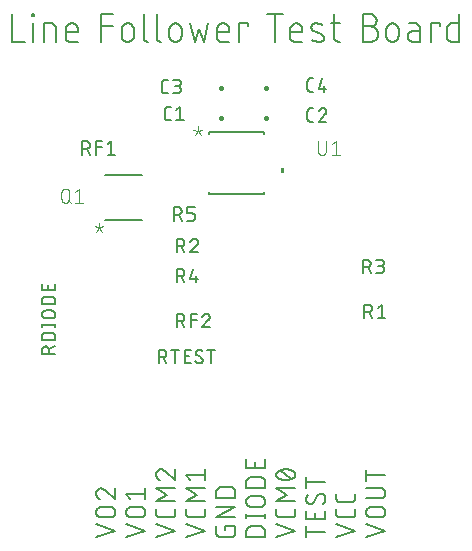
<source format=gbr>
G04 EAGLE Gerber RS-274X export*
G75*
%MOMM*%
%FSLAX34Y34*%
%LPD*%
%INSilkscreen Top*%
%IPPOS*%
%AMOC8*
5,1,8,0,0,1.08239X$1,22.5*%
G01*
%ADD10C,0.152400*%
%ADD11C,0.203200*%
%ADD12C,0.076200*%
%ADD13C,0.127000*%
%ADD14C,0.406400*%

G36*
X256538Y372470D02*
X256538Y372470D01*
X256540Y372469D01*
X256583Y372489D01*
X256627Y372507D01*
X256627Y372509D01*
X256629Y372510D01*
X256662Y372595D01*
X256662Y376405D01*
X256661Y376407D01*
X256662Y376409D01*
X256642Y376452D01*
X256624Y376496D01*
X256622Y376496D01*
X256621Y376498D01*
X256536Y376531D01*
X253996Y376531D01*
X253994Y376530D01*
X253992Y376531D01*
X253949Y376511D01*
X253905Y376493D01*
X253905Y376491D01*
X253903Y376490D01*
X253870Y376405D01*
X253870Y372595D01*
X253871Y372593D01*
X253870Y372591D01*
X253890Y372548D01*
X253908Y372504D01*
X253910Y372504D01*
X253911Y372502D01*
X253996Y372469D01*
X256536Y372469D01*
X256538Y372470D01*
G37*
D10*
X148082Y64262D02*
X164338Y69681D01*
X148082Y75099D01*
X164338Y84369D02*
X164338Y87982D01*
X164338Y84369D02*
X164336Y84251D01*
X164330Y84133D01*
X164321Y84015D01*
X164307Y83898D01*
X164290Y83781D01*
X164269Y83664D01*
X164244Y83549D01*
X164215Y83434D01*
X164182Y83320D01*
X164146Y83208D01*
X164106Y83097D01*
X164063Y82987D01*
X164016Y82878D01*
X163966Y82771D01*
X163911Y82666D01*
X163854Y82563D01*
X163793Y82462D01*
X163729Y82362D01*
X163662Y82265D01*
X163592Y82170D01*
X163518Y82078D01*
X163442Y81987D01*
X163362Y81900D01*
X163280Y81815D01*
X163195Y81733D01*
X163108Y81653D01*
X163017Y81577D01*
X162925Y81503D01*
X162830Y81433D01*
X162733Y81366D01*
X162633Y81302D01*
X162532Y81241D01*
X162429Y81184D01*
X162324Y81129D01*
X162217Y81079D01*
X162108Y81032D01*
X161998Y80989D01*
X161887Y80949D01*
X161775Y80913D01*
X161661Y80880D01*
X161546Y80851D01*
X161431Y80826D01*
X161314Y80805D01*
X161197Y80788D01*
X161080Y80774D01*
X160962Y80765D01*
X160844Y80759D01*
X160726Y80757D01*
X151694Y80757D01*
X151694Y80756D02*
X151576Y80758D01*
X151458Y80764D01*
X151340Y80773D01*
X151222Y80787D01*
X151105Y80804D01*
X150989Y80825D01*
X150874Y80850D01*
X150759Y80879D01*
X150645Y80912D01*
X150533Y80948D01*
X150421Y80988D01*
X150311Y81031D01*
X150203Y81078D01*
X150096Y81129D01*
X149991Y81183D01*
X149888Y81240D01*
X149786Y81301D01*
X149687Y81365D01*
X149590Y81432D01*
X149495Y81503D01*
X149402Y81576D01*
X149312Y81653D01*
X149224Y81732D01*
X149139Y81814D01*
X149057Y81899D01*
X148978Y81987D01*
X148901Y82077D01*
X148828Y82170D01*
X148757Y82264D01*
X148690Y82362D01*
X148626Y82461D01*
X148565Y82562D01*
X148508Y82666D01*
X148454Y82771D01*
X148403Y82878D01*
X148356Y82986D01*
X148313Y83096D01*
X148273Y83208D01*
X148237Y83320D01*
X148204Y83434D01*
X148175Y83549D01*
X148150Y83664D01*
X148129Y83780D01*
X148112Y83897D01*
X148098Y84015D01*
X148089Y84133D01*
X148083Y84251D01*
X148081Y84369D01*
X148082Y84369D02*
X148082Y87982D01*
X148082Y94482D02*
X164338Y94482D01*
X157113Y99901D02*
X148082Y94482D01*
X157113Y99901D02*
X148082Y105320D01*
X164338Y105320D01*
X148082Y117547D02*
X148084Y117672D01*
X148090Y117797D01*
X148099Y117922D01*
X148113Y118046D01*
X148130Y118170D01*
X148151Y118294D01*
X148176Y118416D01*
X148205Y118538D01*
X148237Y118659D01*
X148273Y118779D01*
X148313Y118898D01*
X148356Y119015D01*
X148403Y119131D01*
X148454Y119246D01*
X148508Y119358D01*
X148566Y119470D01*
X148626Y119579D01*
X148691Y119686D01*
X148758Y119792D01*
X148829Y119895D01*
X148903Y119996D01*
X148980Y120095D01*
X149060Y120191D01*
X149143Y120285D01*
X149228Y120376D01*
X149317Y120465D01*
X149408Y120550D01*
X149502Y120633D01*
X149598Y120713D01*
X149697Y120790D01*
X149798Y120864D01*
X149901Y120935D01*
X150007Y121002D01*
X150114Y121067D01*
X150223Y121127D01*
X150335Y121185D01*
X150447Y121239D01*
X150562Y121290D01*
X150678Y121337D01*
X150795Y121380D01*
X150914Y121420D01*
X151034Y121456D01*
X151155Y121488D01*
X151277Y121517D01*
X151399Y121542D01*
X151523Y121563D01*
X151647Y121580D01*
X151771Y121594D01*
X151896Y121603D01*
X152021Y121609D01*
X152146Y121611D01*
X148082Y117547D02*
X148084Y117404D01*
X148090Y117262D01*
X148100Y117119D01*
X148113Y116977D01*
X148131Y116836D01*
X148152Y116694D01*
X148177Y116554D01*
X148206Y116414D01*
X148239Y116275D01*
X148276Y116137D01*
X148316Y116000D01*
X148360Y115865D01*
X148408Y115730D01*
X148460Y115597D01*
X148515Y115465D01*
X148574Y115335D01*
X148636Y115207D01*
X148702Y115080D01*
X148771Y114955D01*
X148843Y114832D01*
X148919Y114711D01*
X148998Y114593D01*
X149081Y114476D01*
X149166Y114362D01*
X149255Y114250D01*
X149346Y114141D01*
X149441Y114034D01*
X149538Y113929D01*
X149639Y113828D01*
X149742Y113729D01*
X149847Y113633D01*
X149956Y113540D01*
X150067Y113450D01*
X150180Y113363D01*
X150295Y113279D01*
X150413Y113199D01*
X150533Y113121D01*
X150655Y113047D01*
X150779Y112977D01*
X150905Y112909D01*
X151033Y112846D01*
X151162Y112785D01*
X151293Y112728D01*
X151425Y112675D01*
X151559Y112626D01*
X151694Y112580D01*
X155307Y120256D02*
X155215Y120350D01*
X155121Y120440D01*
X155024Y120528D01*
X154924Y120613D01*
X154822Y120695D01*
X154717Y120773D01*
X154610Y120849D01*
X154501Y120921D01*
X154390Y120990D01*
X154276Y121056D01*
X154161Y121118D01*
X154044Y121177D01*
X153925Y121232D01*
X153805Y121283D01*
X153683Y121331D01*
X153560Y121376D01*
X153436Y121416D01*
X153310Y121453D01*
X153183Y121486D01*
X153056Y121515D01*
X152927Y121541D01*
X152798Y121562D01*
X152668Y121580D01*
X152538Y121593D01*
X152408Y121603D01*
X152277Y121609D01*
X152146Y121611D01*
X155307Y120256D02*
X164338Y112580D01*
X164338Y121611D01*
X189738Y69681D02*
X173482Y64262D01*
X173482Y75099D02*
X189738Y69681D01*
X189738Y84369D02*
X189738Y87982D01*
X189738Y84369D02*
X189736Y84251D01*
X189730Y84133D01*
X189721Y84015D01*
X189707Y83898D01*
X189690Y83781D01*
X189669Y83664D01*
X189644Y83549D01*
X189615Y83434D01*
X189582Y83320D01*
X189546Y83208D01*
X189506Y83097D01*
X189463Y82987D01*
X189416Y82878D01*
X189366Y82771D01*
X189311Y82666D01*
X189254Y82563D01*
X189193Y82462D01*
X189129Y82362D01*
X189062Y82265D01*
X188992Y82170D01*
X188918Y82078D01*
X188842Y81987D01*
X188762Y81900D01*
X188680Y81815D01*
X188595Y81733D01*
X188508Y81653D01*
X188417Y81577D01*
X188325Y81503D01*
X188230Y81433D01*
X188133Y81366D01*
X188033Y81302D01*
X187932Y81241D01*
X187829Y81184D01*
X187724Y81129D01*
X187617Y81079D01*
X187508Y81032D01*
X187398Y80989D01*
X187287Y80949D01*
X187175Y80913D01*
X187061Y80880D01*
X186946Y80851D01*
X186831Y80826D01*
X186714Y80805D01*
X186597Y80788D01*
X186480Y80774D01*
X186362Y80765D01*
X186244Y80759D01*
X186126Y80757D01*
X177094Y80757D01*
X177094Y80756D02*
X176976Y80758D01*
X176858Y80764D01*
X176740Y80773D01*
X176622Y80787D01*
X176505Y80804D01*
X176389Y80825D01*
X176274Y80850D01*
X176159Y80879D01*
X176045Y80912D01*
X175933Y80948D01*
X175821Y80988D01*
X175711Y81031D01*
X175603Y81078D01*
X175496Y81129D01*
X175391Y81183D01*
X175288Y81240D01*
X175186Y81301D01*
X175087Y81365D01*
X174990Y81432D01*
X174895Y81503D01*
X174802Y81576D01*
X174712Y81653D01*
X174624Y81732D01*
X174539Y81814D01*
X174457Y81899D01*
X174378Y81987D01*
X174301Y82077D01*
X174228Y82170D01*
X174157Y82264D01*
X174090Y82362D01*
X174026Y82461D01*
X173965Y82562D01*
X173908Y82666D01*
X173854Y82771D01*
X173803Y82878D01*
X173756Y82986D01*
X173713Y83096D01*
X173673Y83208D01*
X173637Y83320D01*
X173604Y83434D01*
X173575Y83549D01*
X173550Y83664D01*
X173529Y83780D01*
X173512Y83897D01*
X173498Y84015D01*
X173489Y84133D01*
X173483Y84251D01*
X173481Y84369D01*
X173482Y84369D02*
X173482Y87982D01*
X173482Y94482D02*
X189738Y94482D01*
X182513Y99901D02*
X173482Y94482D01*
X182513Y99901D02*
X173482Y105320D01*
X189738Y105320D01*
X177094Y112580D02*
X173482Y117095D01*
X189738Y117095D01*
X189738Y112580D02*
X189738Y121611D01*
X206107Y73293D02*
X206107Y70584D01*
X206107Y73293D02*
X215138Y73293D01*
X215138Y67874D01*
X215136Y67756D01*
X215130Y67638D01*
X215121Y67520D01*
X215107Y67403D01*
X215090Y67286D01*
X215069Y67169D01*
X215044Y67054D01*
X215015Y66939D01*
X214982Y66825D01*
X214946Y66713D01*
X214906Y66602D01*
X214863Y66492D01*
X214816Y66383D01*
X214766Y66276D01*
X214711Y66171D01*
X214654Y66068D01*
X214593Y65967D01*
X214529Y65867D01*
X214462Y65770D01*
X214392Y65675D01*
X214318Y65583D01*
X214242Y65492D01*
X214162Y65405D01*
X214080Y65320D01*
X213995Y65238D01*
X213908Y65158D01*
X213817Y65082D01*
X213725Y65008D01*
X213630Y64938D01*
X213533Y64871D01*
X213433Y64807D01*
X213332Y64746D01*
X213229Y64689D01*
X213124Y64634D01*
X213017Y64584D01*
X212908Y64537D01*
X212798Y64494D01*
X212687Y64454D01*
X212575Y64418D01*
X212461Y64385D01*
X212346Y64356D01*
X212231Y64331D01*
X212114Y64310D01*
X211997Y64293D01*
X211880Y64279D01*
X211762Y64270D01*
X211644Y64264D01*
X211526Y64262D01*
X202494Y64262D01*
X202376Y64264D01*
X202258Y64270D01*
X202140Y64279D01*
X202022Y64293D01*
X201905Y64310D01*
X201789Y64331D01*
X201674Y64356D01*
X201559Y64385D01*
X201445Y64418D01*
X201333Y64454D01*
X201221Y64494D01*
X201111Y64537D01*
X201003Y64584D01*
X200896Y64635D01*
X200791Y64689D01*
X200688Y64746D01*
X200586Y64807D01*
X200487Y64871D01*
X200390Y64938D01*
X200295Y65009D01*
X200202Y65082D01*
X200112Y65159D01*
X200024Y65238D01*
X199939Y65320D01*
X199857Y65405D01*
X199778Y65493D01*
X199701Y65583D01*
X199628Y65676D01*
X199557Y65770D01*
X199490Y65868D01*
X199426Y65967D01*
X199365Y66068D01*
X199308Y66172D01*
X199254Y66277D01*
X199203Y66384D01*
X199156Y66492D01*
X199113Y66602D01*
X199073Y66714D01*
X199037Y66826D01*
X199004Y66940D01*
X198975Y67055D01*
X198950Y67170D01*
X198929Y67286D01*
X198912Y67403D01*
X198898Y67521D01*
X198889Y67639D01*
X198883Y67757D01*
X198881Y67875D01*
X198882Y67874D02*
X198882Y73293D01*
X198882Y80935D02*
X215138Y80935D01*
X215138Y89966D02*
X198882Y80935D01*
X198882Y89966D02*
X215138Y89966D01*
X215138Y97609D02*
X198882Y97609D01*
X198882Y102124D01*
X198884Y102255D01*
X198890Y102387D01*
X198899Y102518D01*
X198913Y102648D01*
X198930Y102779D01*
X198951Y102908D01*
X198975Y103037D01*
X199004Y103165D01*
X199036Y103293D01*
X199072Y103419D01*
X199111Y103544D01*
X199154Y103669D01*
X199201Y103791D01*
X199251Y103913D01*
X199305Y104033D01*
X199362Y104151D01*
X199423Y104267D01*
X199487Y104382D01*
X199554Y104495D01*
X199625Y104606D01*
X199699Y104714D01*
X199776Y104821D01*
X199856Y104925D01*
X199939Y105027D01*
X200024Y105126D01*
X200113Y105223D01*
X200205Y105317D01*
X200299Y105409D01*
X200396Y105498D01*
X200495Y105583D01*
X200597Y105666D01*
X200701Y105746D01*
X200808Y105823D01*
X200916Y105897D01*
X201027Y105968D01*
X201140Y106035D01*
X201255Y106099D01*
X201371Y106160D01*
X201489Y106217D01*
X201609Y106271D01*
X201731Y106321D01*
X201853Y106368D01*
X201978Y106411D01*
X202103Y106450D01*
X202229Y106486D01*
X202357Y106518D01*
X202485Y106547D01*
X202614Y106571D01*
X202743Y106592D01*
X202874Y106609D01*
X203004Y106623D01*
X203135Y106632D01*
X203267Y106638D01*
X203398Y106640D01*
X210622Y106640D01*
X210753Y106638D01*
X210885Y106632D01*
X211016Y106623D01*
X211146Y106609D01*
X211277Y106592D01*
X211406Y106571D01*
X211535Y106547D01*
X211663Y106518D01*
X211791Y106486D01*
X211917Y106450D01*
X212042Y106411D01*
X212167Y106368D01*
X212289Y106321D01*
X212411Y106271D01*
X212531Y106217D01*
X212649Y106160D01*
X212765Y106099D01*
X212880Y106035D01*
X212993Y105968D01*
X213104Y105897D01*
X213212Y105823D01*
X213319Y105746D01*
X213423Y105666D01*
X213525Y105583D01*
X213624Y105498D01*
X213721Y105409D01*
X213815Y105317D01*
X213907Y105223D01*
X213996Y105126D01*
X214081Y105027D01*
X214164Y104925D01*
X214244Y104821D01*
X214321Y104714D01*
X214395Y104606D01*
X214466Y104495D01*
X214533Y104382D01*
X214597Y104267D01*
X214658Y104151D01*
X214715Y104033D01*
X214769Y103913D01*
X214819Y103791D01*
X214866Y103669D01*
X214909Y103544D01*
X214948Y103419D01*
X214984Y103293D01*
X215016Y103165D01*
X215045Y103037D01*
X215069Y102908D01*
X215090Y102778D01*
X215107Y102648D01*
X215121Y102518D01*
X215130Y102387D01*
X215136Y102255D01*
X215138Y102124D01*
X215138Y97609D01*
X224282Y64262D02*
X240538Y64262D01*
X224282Y64262D02*
X224282Y68778D01*
X224284Y68909D01*
X224290Y69041D01*
X224299Y69172D01*
X224313Y69302D01*
X224330Y69433D01*
X224351Y69562D01*
X224375Y69691D01*
X224404Y69819D01*
X224436Y69947D01*
X224472Y70073D01*
X224511Y70198D01*
X224554Y70323D01*
X224601Y70445D01*
X224651Y70567D01*
X224705Y70687D01*
X224762Y70805D01*
X224823Y70921D01*
X224887Y71036D01*
X224954Y71149D01*
X225025Y71260D01*
X225099Y71368D01*
X225176Y71475D01*
X225256Y71579D01*
X225339Y71681D01*
X225424Y71780D01*
X225513Y71877D01*
X225605Y71971D01*
X225699Y72063D01*
X225796Y72152D01*
X225895Y72237D01*
X225997Y72320D01*
X226101Y72400D01*
X226208Y72477D01*
X226316Y72551D01*
X226427Y72622D01*
X226540Y72689D01*
X226655Y72753D01*
X226771Y72814D01*
X226889Y72871D01*
X227009Y72925D01*
X227131Y72975D01*
X227253Y73022D01*
X227378Y73065D01*
X227503Y73104D01*
X227629Y73140D01*
X227757Y73172D01*
X227885Y73201D01*
X228014Y73225D01*
X228143Y73246D01*
X228274Y73263D01*
X228404Y73277D01*
X228535Y73286D01*
X228667Y73292D01*
X228798Y73294D01*
X228798Y73293D02*
X236022Y73293D01*
X236022Y73294D02*
X236153Y73292D01*
X236285Y73286D01*
X236416Y73277D01*
X236546Y73263D01*
X236677Y73246D01*
X236806Y73225D01*
X236935Y73201D01*
X237063Y73172D01*
X237191Y73140D01*
X237317Y73104D01*
X237442Y73065D01*
X237567Y73022D01*
X237689Y72975D01*
X237811Y72925D01*
X237931Y72871D01*
X238049Y72814D01*
X238165Y72753D01*
X238280Y72689D01*
X238393Y72622D01*
X238504Y72551D01*
X238612Y72477D01*
X238719Y72400D01*
X238823Y72320D01*
X238925Y72237D01*
X239024Y72152D01*
X239121Y72063D01*
X239215Y71971D01*
X239307Y71877D01*
X239396Y71780D01*
X239481Y71681D01*
X239564Y71579D01*
X239644Y71475D01*
X239721Y71368D01*
X239795Y71260D01*
X239866Y71149D01*
X239933Y71036D01*
X239997Y70921D01*
X240058Y70805D01*
X240115Y70687D01*
X240169Y70567D01*
X240219Y70445D01*
X240266Y70323D01*
X240309Y70198D01*
X240348Y70073D01*
X240384Y69947D01*
X240416Y69819D01*
X240445Y69691D01*
X240469Y69562D01*
X240490Y69432D01*
X240507Y69302D01*
X240521Y69172D01*
X240530Y69041D01*
X240536Y68909D01*
X240538Y68778D01*
X240538Y64262D01*
X240538Y81804D02*
X224282Y81804D01*
X240538Y79997D02*
X240538Y83610D01*
X224282Y83610D02*
X224282Y79997D01*
X228798Y89793D02*
X236022Y89793D01*
X228798Y89793D02*
X228665Y89795D01*
X228533Y89801D01*
X228401Y89811D01*
X228269Y89824D01*
X228137Y89842D01*
X228007Y89863D01*
X227876Y89888D01*
X227747Y89917D01*
X227619Y89950D01*
X227491Y89986D01*
X227365Y90026D01*
X227240Y90070D01*
X227116Y90118D01*
X226994Y90169D01*
X226873Y90224D01*
X226754Y90282D01*
X226636Y90344D01*
X226521Y90409D01*
X226407Y90478D01*
X226296Y90549D01*
X226187Y90625D01*
X226080Y90703D01*
X225975Y90784D01*
X225873Y90869D01*
X225773Y90956D01*
X225676Y91046D01*
X225581Y91139D01*
X225490Y91235D01*
X225401Y91333D01*
X225315Y91434D01*
X225232Y91538D01*
X225152Y91644D01*
X225076Y91752D01*
X225002Y91862D01*
X224932Y91975D01*
X224865Y92089D01*
X224802Y92206D01*
X224742Y92324D01*
X224685Y92444D01*
X224632Y92566D01*
X224583Y92689D01*
X224537Y92813D01*
X224495Y92939D01*
X224457Y93066D01*
X224422Y93194D01*
X224391Y93323D01*
X224364Y93452D01*
X224341Y93583D01*
X224321Y93714D01*
X224306Y93846D01*
X224294Y93978D01*
X224286Y94110D01*
X224282Y94243D01*
X224282Y94375D01*
X224286Y94508D01*
X224294Y94640D01*
X224306Y94772D01*
X224321Y94904D01*
X224341Y95035D01*
X224364Y95166D01*
X224391Y95295D01*
X224422Y95424D01*
X224457Y95552D01*
X224495Y95679D01*
X224537Y95805D01*
X224583Y95929D01*
X224632Y96052D01*
X224685Y96174D01*
X224742Y96294D01*
X224802Y96412D01*
X224865Y96529D01*
X224932Y96643D01*
X225002Y96756D01*
X225076Y96866D01*
X225152Y96974D01*
X225232Y97080D01*
X225315Y97184D01*
X225401Y97285D01*
X225490Y97383D01*
X225581Y97479D01*
X225676Y97572D01*
X225773Y97662D01*
X225873Y97749D01*
X225975Y97834D01*
X226080Y97915D01*
X226187Y97993D01*
X226296Y98069D01*
X226407Y98140D01*
X226521Y98209D01*
X226636Y98274D01*
X226754Y98336D01*
X226873Y98394D01*
X226994Y98449D01*
X227116Y98500D01*
X227240Y98548D01*
X227365Y98592D01*
X227491Y98632D01*
X227619Y98668D01*
X227747Y98701D01*
X227876Y98730D01*
X228007Y98755D01*
X228137Y98776D01*
X228269Y98794D01*
X228401Y98807D01*
X228533Y98817D01*
X228665Y98823D01*
X228798Y98825D01*
X228798Y98824D02*
X236022Y98824D01*
X236022Y98825D02*
X236155Y98823D01*
X236287Y98817D01*
X236419Y98807D01*
X236551Y98794D01*
X236683Y98776D01*
X236813Y98755D01*
X236944Y98730D01*
X237073Y98701D01*
X237201Y98668D01*
X237329Y98632D01*
X237455Y98592D01*
X237580Y98548D01*
X237704Y98500D01*
X237826Y98449D01*
X237947Y98394D01*
X238066Y98336D01*
X238184Y98274D01*
X238299Y98209D01*
X238413Y98140D01*
X238524Y98069D01*
X238633Y97993D01*
X238740Y97915D01*
X238845Y97834D01*
X238947Y97749D01*
X239047Y97662D01*
X239144Y97572D01*
X239239Y97479D01*
X239330Y97383D01*
X239419Y97285D01*
X239505Y97184D01*
X239588Y97080D01*
X239668Y96974D01*
X239744Y96866D01*
X239818Y96756D01*
X239888Y96643D01*
X239955Y96529D01*
X240018Y96412D01*
X240078Y96294D01*
X240135Y96174D01*
X240188Y96052D01*
X240237Y95929D01*
X240283Y95805D01*
X240325Y95679D01*
X240363Y95552D01*
X240398Y95424D01*
X240429Y95295D01*
X240456Y95166D01*
X240479Y95035D01*
X240499Y94904D01*
X240514Y94772D01*
X240526Y94640D01*
X240534Y94508D01*
X240538Y94375D01*
X240538Y94243D01*
X240534Y94110D01*
X240526Y93978D01*
X240514Y93846D01*
X240499Y93714D01*
X240479Y93583D01*
X240456Y93452D01*
X240429Y93323D01*
X240398Y93194D01*
X240363Y93066D01*
X240325Y92939D01*
X240283Y92813D01*
X240237Y92689D01*
X240188Y92566D01*
X240135Y92444D01*
X240078Y92324D01*
X240018Y92206D01*
X239955Y92089D01*
X239888Y91975D01*
X239818Y91862D01*
X239744Y91752D01*
X239668Y91644D01*
X239588Y91538D01*
X239505Y91434D01*
X239419Y91333D01*
X239330Y91235D01*
X239239Y91139D01*
X239144Y91046D01*
X239047Y90956D01*
X238947Y90869D01*
X238845Y90784D01*
X238740Y90703D01*
X238633Y90625D01*
X238524Y90549D01*
X238413Y90478D01*
X238299Y90409D01*
X238184Y90344D01*
X238066Y90282D01*
X237947Y90224D01*
X237826Y90169D01*
X237704Y90118D01*
X237580Y90070D01*
X237455Y90026D01*
X237329Y89986D01*
X237201Y89950D01*
X237073Y89917D01*
X236944Y89888D01*
X236813Y89863D01*
X236683Y89842D01*
X236551Y89824D01*
X236419Y89811D01*
X236287Y89801D01*
X236155Y89795D01*
X236022Y89793D01*
X240538Y105945D02*
X224282Y105945D01*
X224282Y110461D01*
X224284Y110592D01*
X224290Y110724D01*
X224299Y110855D01*
X224313Y110985D01*
X224330Y111116D01*
X224351Y111245D01*
X224375Y111374D01*
X224404Y111502D01*
X224436Y111630D01*
X224472Y111756D01*
X224511Y111881D01*
X224554Y112006D01*
X224601Y112128D01*
X224651Y112250D01*
X224705Y112370D01*
X224762Y112488D01*
X224823Y112604D01*
X224887Y112719D01*
X224954Y112832D01*
X225025Y112943D01*
X225099Y113051D01*
X225176Y113158D01*
X225256Y113262D01*
X225339Y113364D01*
X225424Y113463D01*
X225513Y113560D01*
X225605Y113654D01*
X225699Y113746D01*
X225796Y113835D01*
X225895Y113920D01*
X225997Y114003D01*
X226101Y114083D01*
X226208Y114160D01*
X226316Y114234D01*
X226427Y114305D01*
X226540Y114372D01*
X226655Y114436D01*
X226771Y114497D01*
X226889Y114554D01*
X227009Y114608D01*
X227131Y114658D01*
X227253Y114705D01*
X227378Y114748D01*
X227503Y114787D01*
X227629Y114823D01*
X227757Y114855D01*
X227885Y114884D01*
X228014Y114908D01*
X228143Y114929D01*
X228274Y114946D01*
X228404Y114960D01*
X228535Y114969D01*
X228667Y114975D01*
X228798Y114977D01*
X228798Y114976D02*
X236022Y114976D01*
X236022Y114977D02*
X236153Y114975D01*
X236285Y114969D01*
X236416Y114960D01*
X236546Y114946D01*
X236677Y114929D01*
X236806Y114908D01*
X236935Y114884D01*
X237063Y114855D01*
X237191Y114823D01*
X237317Y114787D01*
X237442Y114748D01*
X237567Y114705D01*
X237689Y114658D01*
X237811Y114608D01*
X237931Y114554D01*
X238049Y114497D01*
X238165Y114436D01*
X238280Y114372D01*
X238393Y114305D01*
X238504Y114234D01*
X238612Y114160D01*
X238719Y114083D01*
X238823Y114003D01*
X238925Y113920D01*
X239024Y113835D01*
X239121Y113746D01*
X239215Y113654D01*
X239307Y113560D01*
X239396Y113463D01*
X239481Y113364D01*
X239564Y113262D01*
X239644Y113158D01*
X239721Y113051D01*
X239795Y112943D01*
X239866Y112832D01*
X239933Y112719D01*
X239997Y112604D01*
X240058Y112488D01*
X240115Y112370D01*
X240169Y112250D01*
X240219Y112128D01*
X240266Y112006D01*
X240309Y111881D01*
X240348Y111756D01*
X240384Y111630D01*
X240416Y111502D01*
X240445Y111374D01*
X240469Y111245D01*
X240490Y111115D01*
X240507Y110985D01*
X240521Y110855D01*
X240530Y110724D01*
X240536Y110592D01*
X240538Y110461D01*
X240538Y105945D01*
X240538Y122648D02*
X240538Y129873D01*
X240538Y122648D02*
X224282Y122648D01*
X224282Y129873D01*
X231507Y128067D02*
X231507Y122648D01*
X249682Y64262D02*
X265938Y69681D01*
X249682Y75099D01*
X265938Y84369D02*
X265938Y87982D01*
X265938Y84369D02*
X265936Y84251D01*
X265930Y84133D01*
X265921Y84015D01*
X265907Y83898D01*
X265890Y83781D01*
X265869Y83664D01*
X265844Y83549D01*
X265815Y83434D01*
X265782Y83320D01*
X265746Y83208D01*
X265706Y83097D01*
X265663Y82987D01*
X265616Y82878D01*
X265566Y82771D01*
X265511Y82666D01*
X265454Y82563D01*
X265393Y82462D01*
X265329Y82362D01*
X265262Y82265D01*
X265192Y82170D01*
X265118Y82078D01*
X265042Y81987D01*
X264962Y81900D01*
X264880Y81815D01*
X264795Y81733D01*
X264708Y81653D01*
X264617Y81577D01*
X264525Y81503D01*
X264430Y81433D01*
X264333Y81366D01*
X264233Y81302D01*
X264132Y81241D01*
X264029Y81184D01*
X263924Y81129D01*
X263817Y81079D01*
X263708Y81032D01*
X263598Y80989D01*
X263487Y80949D01*
X263375Y80913D01*
X263261Y80880D01*
X263146Y80851D01*
X263031Y80826D01*
X262914Y80805D01*
X262797Y80788D01*
X262680Y80774D01*
X262562Y80765D01*
X262444Y80759D01*
X262326Y80757D01*
X253294Y80757D01*
X253294Y80756D02*
X253176Y80758D01*
X253058Y80764D01*
X252940Y80773D01*
X252822Y80787D01*
X252705Y80804D01*
X252589Y80825D01*
X252474Y80850D01*
X252359Y80879D01*
X252245Y80912D01*
X252133Y80948D01*
X252021Y80988D01*
X251911Y81031D01*
X251803Y81078D01*
X251696Y81129D01*
X251591Y81183D01*
X251488Y81240D01*
X251386Y81301D01*
X251287Y81365D01*
X251190Y81432D01*
X251095Y81503D01*
X251002Y81576D01*
X250912Y81653D01*
X250824Y81732D01*
X250739Y81814D01*
X250657Y81899D01*
X250578Y81987D01*
X250501Y82077D01*
X250428Y82170D01*
X250357Y82264D01*
X250290Y82362D01*
X250226Y82461D01*
X250165Y82562D01*
X250108Y82666D01*
X250054Y82771D01*
X250003Y82878D01*
X249956Y82986D01*
X249913Y83096D01*
X249873Y83208D01*
X249837Y83320D01*
X249804Y83434D01*
X249775Y83549D01*
X249750Y83664D01*
X249729Y83780D01*
X249712Y83897D01*
X249698Y84015D01*
X249689Y84133D01*
X249683Y84251D01*
X249681Y84369D01*
X249682Y84369D02*
X249682Y87982D01*
X249682Y94482D02*
X265938Y94482D01*
X258713Y99901D02*
X249682Y94482D01*
X258713Y99901D02*
X249682Y105320D01*
X265938Y105320D01*
X257810Y112580D02*
X257490Y112584D01*
X257171Y112595D01*
X256851Y112614D01*
X256533Y112641D01*
X256215Y112675D01*
X255898Y112717D01*
X255582Y112767D01*
X255267Y112824D01*
X254954Y112888D01*
X254642Y112960D01*
X254332Y113039D01*
X254025Y113126D01*
X253719Y113220D01*
X253416Y113321D01*
X253115Y113430D01*
X252817Y113545D01*
X252521Y113668D01*
X252229Y113798D01*
X251940Y113935D01*
X251939Y113935D02*
X251831Y113974D01*
X251724Y114017D01*
X251619Y114063D01*
X251516Y114113D01*
X251414Y114167D01*
X251314Y114224D01*
X251216Y114285D01*
X251120Y114349D01*
X251027Y114416D01*
X250936Y114486D01*
X250847Y114560D01*
X250761Y114636D01*
X250678Y114716D01*
X250597Y114798D01*
X250519Y114883D01*
X250445Y114970D01*
X250373Y115061D01*
X250304Y115153D01*
X250239Y115248D01*
X250177Y115345D01*
X250118Y115444D01*
X250063Y115545D01*
X250012Y115648D01*
X249964Y115753D01*
X249919Y115859D01*
X249878Y115966D01*
X249841Y116075D01*
X249808Y116186D01*
X249779Y116297D01*
X249753Y116409D01*
X249731Y116522D01*
X249714Y116636D01*
X249700Y116750D01*
X249690Y116865D01*
X249684Y116980D01*
X249682Y117095D01*
X249684Y117210D01*
X249690Y117325D01*
X249700Y117440D01*
X249714Y117554D01*
X249731Y117668D01*
X249753Y117781D01*
X249779Y117893D01*
X249808Y118005D01*
X249841Y118115D01*
X249878Y118224D01*
X249919Y118332D01*
X249964Y118438D01*
X250012Y118543D01*
X250063Y118645D01*
X250119Y118747D01*
X250177Y118846D01*
X250239Y118943D01*
X250305Y119038D01*
X250373Y119130D01*
X250445Y119220D01*
X250519Y119308D01*
X250597Y119393D01*
X250678Y119475D01*
X250761Y119554D01*
X250847Y119631D01*
X250936Y119704D01*
X251027Y119775D01*
X251121Y119842D01*
X251216Y119906D01*
X251314Y119967D01*
X251414Y120024D01*
X251516Y120077D01*
X251620Y120128D01*
X251725Y120174D01*
X251832Y120217D01*
X251940Y120256D01*
X252229Y120393D01*
X252521Y120523D01*
X252817Y120646D01*
X253115Y120761D01*
X253416Y120870D01*
X253719Y120971D01*
X254025Y121065D01*
X254332Y121152D01*
X254642Y121231D01*
X254954Y121303D01*
X255267Y121367D01*
X255582Y121424D01*
X255898Y121474D01*
X256215Y121516D01*
X256533Y121550D01*
X256851Y121577D01*
X257171Y121596D01*
X257490Y121607D01*
X257810Y121611D01*
X257810Y112580D02*
X258130Y112584D01*
X258449Y112595D01*
X258769Y112614D01*
X259087Y112641D01*
X259405Y112675D01*
X259722Y112717D01*
X260038Y112767D01*
X260353Y112824D01*
X260666Y112888D01*
X260978Y112960D01*
X261288Y113039D01*
X261595Y113126D01*
X261901Y113220D01*
X262204Y113321D01*
X262505Y113430D01*
X262803Y113545D01*
X263099Y113668D01*
X263391Y113798D01*
X263680Y113935D01*
X263681Y113934D02*
X263789Y113973D01*
X263896Y114016D01*
X264001Y114062D01*
X264105Y114113D01*
X264207Y114166D01*
X264307Y114223D01*
X264405Y114284D01*
X264500Y114348D01*
X264594Y114415D01*
X264685Y114486D01*
X264774Y114559D01*
X264860Y114636D01*
X264943Y114715D01*
X265024Y114797D01*
X265102Y114882D01*
X265176Y114970D01*
X265248Y115060D01*
X265317Y115153D01*
X265382Y115247D01*
X265444Y115344D01*
X265502Y115444D01*
X265558Y115545D01*
X265609Y115647D01*
X265657Y115752D01*
X265702Y115858D01*
X265743Y115966D01*
X265780Y116075D01*
X265813Y116185D01*
X265842Y116297D01*
X265868Y116409D01*
X265890Y116522D01*
X265907Y116636D01*
X265921Y116750D01*
X265931Y116865D01*
X265937Y116980D01*
X265939Y117095D01*
X263680Y120256D02*
X263391Y120393D01*
X263099Y120523D01*
X262803Y120646D01*
X262505Y120761D01*
X262204Y120870D01*
X261901Y120971D01*
X261595Y121065D01*
X261288Y121152D01*
X260978Y121231D01*
X260666Y121303D01*
X260353Y121367D01*
X260038Y121424D01*
X259722Y121474D01*
X259405Y121516D01*
X259087Y121550D01*
X258769Y121577D01*
X258449Y121596D01*
X258130Y121607D01*
X257810Y121611D01*
X263680Y120256D02*
X263788Y120217D01*
X263895Y120174D01*
X264000Y120128D01*
X264104Y120077D01*
X264206Y120024D01*
X264306Y119967D01*
X264404Y119906D01*
X264499Y119842D01*
X264593Y119775D01*
X264684Y119704D01*
X264773Y119631D01*
X264859Y119554D01*
X264942Y119475D01*
X265023Y119393D01*
X265101Y119308D01*
X265175Y119220D01*
X265247Y119130D01*
X265316Y119037D01*
X265381Y118943D01*
X265443Y118846D01*
X265501Y118746D01*
X265557Y118645D01*
X265608Y118542D01*
X265656Y118438D01*
X265701Y118332D01*
X265742Y118224D01*
X265779Y118115D01*
X265812Y118005D01*
X265841Y117893D01*
X265867Y117781D01*
X265889Y117668D01*
X265906Y117554D01*
X265920Y117440D01*
X265930Y117325D01*
X265936Y117210D01*
X265938Y117095D01*
X262326Y113483D02*
X253294Y120708D01*
X275082Y68778D02*
X291338Y68778D01*
X275082Y64262D02*
X275082Y73293D01*
X291338Y79402D02*
X291338Y86627D01*
X291338Y79402D02*
X275082Y79402D01*
X275082Y86627D01*
X282307Y84821D02*
X282307Y79402D01*
X291338Y97296D02*
X291336Y97414D01*
X291330Y97532D01*
X291321Y97650D01*
X291307Y97767D01*
X291290Y97884D01*
X291269Y98001D01*
X291244Y98116D01*
X291215Y98231D01*
X291182Y98345D01*
X291146Y98457D01*
X291106Y98568D01*
X291063Y98678D01*
X291016Y98787D01*
X290966Y98894D01*
X290911Y98999D01*
X290854Y99102D01*
X290793Y99203D01*
X290729Y99303D01*
X290662Y99400D01*
X290592Y99495D01*
X290518Y99587D01*
X290442Y99678D01*
X290362Y99765D01*
X290280Y99850D01*
X290195Y99932D01*
X290108Y100012D01*
X290017Y100088D01*
X289925Y100162D01*
X289830Y100232D01*
X289733Y100299D01*
X289633Y100363D01*
X289532Y100424D01*
X289429Y100481D01*
X289324Y100536D01*
X289217Y100586D01*
X289108Y100633D01*
X288998Y100676D01*
X288887Y100716D01*
X288775Y100752D01*
X288661Y100785D01*
X288546Y100814D01*
X288431Y100839D01*
X288314Y100860D01*
X288197Y100877D01*
X288080Y100891D01*
X287962Y100900D01*
X287844Y100906D01*
X287726Y100908D01*
X291338Y97296D02*
X291336Y97113D01*
X291329Y96931D01*
X291318Y96749D01*
X291303Y96567D01*
X291283Y96385D01*
X291260Y96204D01*
X291231Y96024D01*
X291199Y95844D01*
X291162Y95665D01*
X291121Y95488D01*
X291075Y95311D01*
X291026Y95135D01*
X290972Y94961D01*
X290914Y94787D01*
X290852Y94616D01*
X290786Y94446D01*
X290715Y94277D01*
X290641Y94110D01*
X290563Y93945D01*
X290481Y93782D01*
X290395Y93621D01*
X290305Y93462D01*
X290211Y93305D01*
X290114Y93151D01*
X290013Y92999D01*
X289908Y92849D01*
X289800Y92702D01*
X289689Y92558D01*
X289574Y92416D01*
X289455Y92277D01*
X289333Y92141D01*
X289208Y92008D01*
X289080Y91878D01*
X278694Y92329D02*
X278576Y92331D01*
X278458Y92337D01*
X278340Y92346D01*
X278223Y92360D01*
X278106Y92377D01*
X277989Y92398D01*
X277874Y92423D01*
X277759Y92452D01*
X277645Y92485D01*
X277533Y92521D01*
X277422Y92561D01*
X277312Y92604D01*
X277203Y92651D01*
X277096Y92701D01*
X276991Y92756D01*
X276888Y92813D01*
X276787Y92874D01*
X276687Y92938D01*
X276590Y93005D01*
X276495Y93075D01*
X276403Y93149D01*
X276312Y93225D01*
X276225Y93305D01*
X276140Y93387D01*
X276058Y93472D01*
X275978Y93559D01*
X275902Y93650D01*
X275828Y93742D01*
X275758Y93837D01*
X275691Y93934D01*
X275627Y94034D01*
X275566Y94135D01*
X275509Y94238D01*
X275454Y94343D01*
X275404Y94450D01*
X275357Y94559D01*
X275314Y94669D01*
X275274Y94780D01*
X275238Y94892D01*
X275205Y95006D01*
X275176Y95121D01*
X275151Y95236D01*
X275130Y95353D01*
X275113Y95470D01*
X275099Y95587D01*
X275090Y95705D01*
X275084Y95823D01*
X275082Y95941D01*
X275084Y96102D01*
X275090Y96264D01*
X275099Y96425D01*
X275113Y96586D01*
X275130Y96746D01*
X275151Y96906D01*
X275176Y97066D01*
X275205Y97225D01*
X275237Y97383D01*
X275273Y97540D01*
X275313Y97696D01*
X275357Y97852D01*
X275405Y98006D01*
X275456Y98159D01*
X275510Y98311D01*
X275569Y98462D01*
X275630Y98611D01*
X275696Y98758D01*
X275765Y98904D01*
X275837Y99049D01*
X275913Y99191D01*
X275992Y99332D01*
X276074Y99471D01*
X276160Y99607D01*
X276249Y99742D01*
X276341Y99875D01*
X276437Y100005D01*
X281855Y94135D02*
X281793Y94034D01*
X281728Y93934D01*
X281659Y93837D01*
X281587Y93742D01*
X281513Y93649D01*
X281435Y93559D01*
X281354Y93471D01*
X281271Y93386D01*
X281185Y93304D01*
X281096Y93225D01*
X281005Y93148D01*
X280911Y93075D01*
X280815Y93004D01*
X280717Y92937D01*
X280617Y92873D01*
X280514Y92812D01*
X280410Y92755D01*
X280304Y92701D01*
X280196Y92651D01*
X280087Y92604D01*
X279976Y92560D01*
X279864Y92520D01*
X279750Y92484D01*
X279636Y92452D01*
X279520Y92423D01*
X279404Y92398D01*
X279287Y92377D01*
X279169Y92360D01*
X279051Y92346D01*
X278932Y92337D01*
X278813Y92331D01*
X278694Y92329D01*
X284565Y99102D02*
X284627Y99203D01*
X284692Y99303D01*
X284761Y99400D01*
X284833Y99495D01*
X284907Y99588D01*
X284985Y99678D01*
X285066Y99766D01*
X285149Y99851D01*
X285235Y99933D01*
X285324Y100012D01*
X285415Y100089D01*
X285509Y100162D01*
X285605Y100233D01*
X285703Y100300D01*
X285803Y100364D01*
X285906Y100425D01*
X286010Y100482D01*
X286116Y100536D01*
X286224Y100586D01*
X286333Y100633D01*
X286444Y100677D01*
X286556Y100717D01*
X286670Y100753D01*
X286784Y100785D01*
X286900Y100814D01*
X287016Y100839D01*
X287133Y100860D01*
X287251Y100877D01*
X287369Y100891D01*
X287488Y100900D01*
X287607Y100906D01*
X287726Y100908D01*
X284565Y99102D02*
X281855Y94135D01*
X275082Y110461D02*
X291338Y110461D01*
X275082Y105945D02*
X275082Y114976D01*
X300482Y64262D02*
X316738Y69681D01*
X300482Y75099D01*
X316738Y84369D02*
X316738Y87982D01*
X316738Y84369D02*
X316736Y84251D01*
X316730Y84133D01*
X316721Y84015D01*
X316707Y83898D01*
X316690Y83781D01*
X316669Y83664D01*
X316644Y83549D01*
X316615Y83434D01*
X316582Y83320D01*
X316546Y83208D01*
X316506Y83097D01*
X316463Y82987D01*
X316416Y82878D01*
X316366Y82771D01*
X316311Y82666D01*
X316254Y82563D01*
X316193Y82462D01*
X316129Y82362D01*
X316062Y82265D01*
X315992Y82170D01*
X315918Y82078D01*
X315842Y81987D01*
X315762Y81900D01*
X315680Y81815D01*
X315595Y81733D01*
X315508Y81653D01*
X315417Y81577D01*
X315325Y81503D01*
X315230Y81433D01*
X315133Y81366D01*
X315033Y81302D01*
X314932Y81241D01*
X314829Y81184D01*
X314724Y81129D01*
X314617Y81079D01*
X314508Y81032D01*
X314398Y80989D01*
X314287Y80949D01*
X314175Y80913D01*
X314061Y80880D01*
X313946Y80851D01*
X313831Y80826D01*
X313714Y80805D01*
X313597Y80788D01*
X313480Y80774D01*
X313362Y80765D01*
X313244Y80759D01*
X313126Y80757D01*
X304094Y80757D01*
X304094Y80756D02*
X303976Y80758D01*
X303858Y80764D01*
X303740Y80773D01*
X303622Y80787D01*
X303505Y80804D01*
X303389Y80825D01*
X303274Y80850D01*
X303159Y80879D01*
X303045Y80912D01*
X302933Y80948D01*
X302821Y80988D01*
X302711Y81031D01*
X302603Y81078D01*
X302496Y81129D01*
X302391Y81183D01*
X302288Y81240D01*
X302186Y81301D01*
X302087Y81365D01*
X301990Y81432D01*
X301895Y81503D01*
X301802Y81576D01*
X301712Y81653D01*
X301624Y81732D01*
X301539Y81814D01*
X301457Y81899D01*
X301378Y81987D01*
X301301Y82077D01*
X301228Y82170D01*
X301157Y82264D01*
X301090Y82362D01*
X301026Y82461D01*
X300965Y82562D01*
X300908Y82666D01*
X300854Y82771D01*
X300803Y82878D01*
X300756Y82986D01*
X300713Y83096D01*
X300673Y83208D01*
X300637Y83320D01*
X300604Y83434D01*
X300575Y83549D01*
X300550Y83664D01*
X300529Y83780D01*
X300512Y83897D01*
X300498Y84015D01*
X300489Y84133D01*
X300483Y84251D01*
X300481Y84369D01*
X300482Y84369D02*
X300482Y87982D01*
X316738Y97395D02*
X316738Y101008D01*
X316738Y97395D02*
X316736Y97277D01*
X316730Y97159D01*
X316721Y97041D01*
X316707Y96924D01*
X316690Y96807D01*
X316669Y96690D01*
X316644Y96575D01*
X316615Y96460D01*
X316582Y96346D01*
X316546Y96234D01*
X316506Y96123D01*
X316463Y96013D01*
X316416Y95904D01*
X316366Y95797D01*
X316311Y95692D01*
X316254Y95589D01*
X316193Y95488D01*
X316129Y95388D01*
X316062Y95291D01*
X315992Y95196D01*
X315918Y95104D01*
X315842Y95013D01*
X315762Y94926D01*
X315680Y94841D01*
X315595Y94759D01*
X315508Y94679D01*
X315417Y94603D01*
X315325Y94529D01*
X315230Y94459D01*
X315133Y94392D01*
X315033Y94328D01*
X314932Y94267D01*
X314829Y94210D01*
X314724Y94155D01*
X314617Y94105D01*
X314508Y94058D01*
X314398Y94015D01*
X314287Y93975D01*
X314175Y93939D01*
X314061Y93906D01*
X313946Y93877D01*
X313831Y93852D01*
X313714Y93831D01*
X313597Y93814D01*
X313480Y93800D01*
X313362Y93791D01*
X313244Y93785D01*
X313126Y93783D01*
X304094Y93783D01*
X304094Y93782D02*
X303976Y93784D01*
X303858Y93790D01*
X303740Y93799D01*
X303622Y93813D01*
X303505Y93830D01*
X303389Y93851D01*
X303274Y93876D01*
X303159Y93905D01*
X303045Y93938D01*
X302933Y93974D01*
X302821Y94014D01*
X302711Y94057D01*
X302603Y94104D01*
X302496Y94155D01*
X302391Y94209D01*
X302288Y94266D01*
X302186Y94327D01*
X302087Y94391D01*
X301990Y94458D01*
X301895Y94529D01*
X301802Y94602D01*
X301712Y94679D01*
X301624Y94758D01*
X301539Y94840D01*
X301457Y94925D01*
X301378Y95013D01*
X301301Y95103D01*
X301228Y95196D01*
X301157Y95290D01*
X301090Y95388D01*
X301026Y95487D01*
X300965Y95588D01*
X300908Y95692D01*
X300854Y95797D01*
X300803Y95904D01*
X300756Y96012D01*
X300713Y96122D01*
X300673Y96234D01*
X300637Y96346D01*
X300604Y96460D01*
X300575Y96575D01*
X300550Y96690D01*
X300529Y96806D01*
X300512Y96923D01*
X300498Y97041D01*
X300489Y97159D01*
X300483Y97277D01*
X300481Y97395D01*
X300482Y97395D02*
X300482Y101008D01*
X325882Y64262D02*
X342138Y69681D01*
X325882Y75099D01*
X330398Y80796D02*
X337622Y80796D01*
X330398Y80796D02*
X330265Y80798D01*
X330133Y80804D01*
X330001Y80814D01*
X329869Y80827D01*
X329737Y80845D01*
X329607Y80866D01*
X329476Y80891D01*
X329347Y80920D01*
X329219Y80953D01*
X329091Y80989D01*
X328965Y81029D01*
X328840Y81073D01*
X328716Y81121D01*
X328594Y81172D01*
X328473Y81227D01*
X328354Y81285D01*
X328236Y81347D01*
X328121Y81412D01*
X328007Y81481D01*
X327896Y81552D01*
X327787Y81628D01*
X327680Y81706D01*
X327575Y81787D01*
X327473Y81872D01*
X327373Y81959D01*
X327276Y82049D01*
X327181Y82142D01*
X327090Y82238D01*
X327001Y82336D01*
X326915Y82437D01*
X326832Y82541D01*
X326752Y82647D01*
X326676Y82755D01*
X326602Y82865D01*
X326532Y82978D01*
X326465Y83092D01*
X326402Y83209D01*
X326342Y83327D01*
X326285Y83447D01*
X326232Y83569D01*
X326183Y83692D01*
X326137Y83816D01*
X326095Y83942D01*
X326057Y84069D01*
X326022Y84197D01*
X325991Y84326D01*
X325964Y84455D01*
X325941Y84586D01*
X325921Y84717D01*
X325906Y84849D01*
X325894Y84981D01*
X325886Y85113D01*
X325882Y85246D01*
X325882Y85378D01*
X325886Y85511D01*
X325894Y85643D01*
X325906Y85775D01*
X325921Y85907D01*
X325941Y86038D01*
X325964Y86169D01*
X325991Y86298D01*
X326022Y86427D01*
X326057Y86555D01*
X326095Y86682D01*
X326137Y86808D01*
X326183Y86932D01*
X326232Y87055D01*
X326285Y87177D01*
X326342Y87297D01*
X326402Y87415D01*
X326465Y87532D01*
X326532Y87646D01*
X326602Y87759D01*
X326676Y87869D01*
X326752Y87977D01*
X326832Y88083D01*
X326915Y88187D01*
X327001Y88288D01*
X327090Y88386D01*
X327181Y88482D01*
X327276Y88575D01*
X327373Y88665D01*
X327473Y88752D01*
X327575Y88837D01*
X327680Y88918D01*
X327787Y88996D01*
X327896Y89072D01*
X328007Y89143D01*
X328121Y89212D01*
X328236Y89277D01*
X328354Y89339D01*
X328473Y89397D01*
X328594Y89452D01*
X328716Y89503D01*
X328840Y89551D01*
X328965Y89595D01*
X329091Y89635D01*
X329219Y89671D01*
X329347Y89704D01*
X329476Y89733D01*
X329607Y89758D01*
X329737Y89779D01*
X329869Y89797D01*
X330001Y89810D01*
X330133Y89820D01*
X330265Y89826D01*
X330398Y89828D01*
X330398Y89827D02*
X337622Y89827D01*
X337622Y89828D02*
X337755Y89826D01*
X337887Y89820D01*
X338019Y89810D01*
X338151Y89797D01*
X338283Y89779D01*
X338413Y89758D01*
X338544Y89733D01*
X338673Y89704D01*
X338801Y89671D01*
X338929Y89635D01*
X339055Y89595D01*
X339180Y89551D01*
X339304Y89503D01*
X339426Y89452D01*
X339547Y89397D01*
X339666Y89339D01*
X339784Y89277D01*
X339899Y89212D01*
X340013Y89143D01*
X340124Y89072D01*
X340233Y88996D01*
X340340Y88918D01*
X340445Y88837D01*
X340547Y88752D01*
X340647Y88665D01*
X340744Y88575D01*
X340839Y88482D01*
X340930Y88386D01*
X341019Y88288D01*
X341105Y88187D01*
X341188Y88083D01*
X341268Y87977D01*
X341344Y87869D01*
X341418Y87759D01*
X341488Y87646D01*
X341555Y87532D01*
X341618Y87415D01*
X341678Y87297D01*
X341735Y87177D01*
X341788Y87055D01*
X341837Y86932D01*
X341883Y86808D01*
X341925Y86682D01*
X341963Y86555D01*
X341998Y86427D01*
X342029Y86298D01*
X342056Y86169D01*
X342079Y86038D01*
X342099Y85907D01*
X342114Y85775D01*
X342126Y85643D01*
X342134Y85511D01*
X342138Y85378D01*
X342138Y85246D01*
X342134Y85113D01*
X342126Y84981D01*
X342114Y84849D01*
X342099Y84717D01*
X342079Y84586D01*
X342056Y84455D01*
X342029Y84326D01*
X341998Y84197D01*
X341963Y84069D01*
X341925Y83942D01*
X341883Y83816D01*
X341837Y83692D01*
X341788Y83569D01*
X341735Y83447D01*
X341678Y83327D01*
X341618Y83209D01*
X341555Y83092D01*
X341488Y82978D01*
X341418Y82865D01*
X341344Y82755D01*
X341268Y82647D01*
X341188Y82541D01*
X341105Y82437D01*
X341019Y82336D01*
X340930Y82238D01*
X340839Y82142D01*
X340744Y82049D01*
X340647Y81959D01*
X340547Y81872D01*
X340445Y81787D01*
X340340Y81706D01*
X340233Y81628D01*
X340124Y81552D01*
X340013Y81481D01*
X339899Y81412D01*
X339784Y81347D01*
X339666Y81285D01*
X339547Y81227D01*
X339426Y81172D01*
X339304Y81121D01*
X339180Y81073D01*
X339055Y81029D01*
X338929Y80989D01*
X338801Y80953D01*
X338673Y80920D01*
X338544Y80891D01*
X338413Y80866D01*
X338283Y80845D01*
X338151Y80827D01*
X338019Y80814D01*
X337887Y80804D01*
X337755Y80798D01*
X337622Y80796D01*
X337622Y96949D02*
X325882Y96949D01*
X337622Y96948D02*
X337755Y96950D01*
X337887Y96956D01*
X338019Y96966D01*
X338151Y96979D01*
X338283Y96997D01*
X338413Y97018D01*
X338544Y97043D01*
X338673Y97072D01*
X338801Y97105D01*
X338929Y97141D01*
X339055Y97181D01*
X339180Y97225D01*
X339304Y97273D01*
X339426Y97324D01*
X339547Y97379D01*
X339666Y97437D01*
X339784Y97499D01*
X339899Y97564D01*
X340013Y97633D01*
X340124Y97704D01*
X340233Y97780D01*
X340340Y97858D01*
X340445Y97939D01*
X340547Y98024D01*
X340647Y98111D01*
X340744Y98201D01*
X340839Y98294D01*
X340930Y98390D01*
X341019Y98488D01*
X341105Y98589D01*
X341188Y98693D01*
X341268Y98799D01*
X341344Y98907D01*
X341418Y99017D01*
X341488Y99130D01*
X341555Y99244D01*
X341618Y99361D01*
X341678Y99479D01*
X341735Y99599D01*
X341788Y99721D01*
X341837Y99844D01*
X341883Y99968D01*
X341925Y100094D01*
X341963Y100221D01*
X341998Y100349D01*
X342029Y100478D01*
X342056Y100607D01*
X342079Y100738D01*
X342099Y100869D01*
X342114Y101001D01*
X342126Y101133D01*
X342134Y101265D01*
X342138Y101398D01*
X342138Y101530D01*
X342134Y101663D01*
X342126Y101795D01*
X342114Y101927D01*
X342099Y102059D01*
X342079Y102190D01*
X342056Y102321D01*
X342029Y102450D01*
X341998Y102579D01*
X341963Y102707D01*
X341925Y102834D01*
X341883Y102960D01*
X341837Y103084D01*
X341788Y103207D01*
X341735Y103329D01*
X341678Y103449D01*
X341618Y103567D01*
X341555Y103684D01*
X341488Y103798D01*
X341418Y103911D01*
X341344Y104021D01*
X341268Y104129D01*
X341188Y104235D01*
X341105Y104339D01*
X341019Y104440D01*
X340930Y104538D01*
X340839Y104634D01*
X340744Y104727D01*
X340647Y104817D01*
X340547Y104904D01*
X340445Y104989D01*
X340340Y105070D01*
X340233Y105148D01*
X340124Y105224D01*
X340013Y105295D01*
X339899Y105364D01*
X339784Y105429D01*
X339666Y105491D01*
X339547Y105549D01*
X339426Y105604D01*
X339304Y105655D01*
X339180Y105703D01*
X339055Y105747D01*
X338929Y105787D01*
X338801Y105823D01*
X338673Y105856D01*
X338544Y105885D01*
X338413Y105910D01*
X338283Y105931D01*
X338151Y105949D01*
X338019Y105962D01*
X337887Y105972D01*
X337755Y105978D01*
X337622Y105980D01*
X325882Y105980D01*
X325882Y116574D02*
X342138Y116574D01*
X325882Y112059D02*
X325882Y121090D01*
X138938Y69681D02*
X122682Y64262D01*
X122682Y75099D02*
X138938Y69681D01*
X134422Y80796D02*
X127198Y80796D01*
X127065Y80798D01*
X126933Y80804D01*
X126801Y80814D01*
X126669Y80827D01*
X126537Y80845D01*
X126407Y80866D01*
X126276Y80891D01*
X126147Y80920D01*
X126019Y80953D01*
X125891Y80989D01*
X125765Y81029D01*
X125640Y81073D01*
X125516Y81121D01*
X125394Y81172D01*
X125273Y81227D01*
X125154Y81285D01*
X125036Y81347D01*
X124921Y81412D01*
X124807Y81481D01*
X124696Y81552D01*
X124587Y81628D01*
X124480Y81706D01*
X124375Y81787D01*
X124273Y81872D01*
X124173Y81959D01*
X124076Y82049D01*
X123981Y82142D01*
X123890Y82238D01*
X123801Y82336D01*
X123715Y82437D01*
X123632Y82541D01*
X123552Y82647D01*
X123476Y82755D01*
X123402Y82865D01*
X123332Y82978D01*
X123265Y83092D01*
X123202Y83209D01*
X123142Y83327D01*
X123085Y83447D01*
X123032Y83569D01*
X122983Y83692D01*
X122937Y83816D01*
X122895Y83942D01*
X122857Y84069D01*
X122822Y84197D01*
X122791Y84326D01*
X122764Y84455D01*
X122741Y84586D01*
X122721Y84717D01*
X122706Y84849D01*
X122694Y84981D01*
X122686Y85113D01*
X122682Y85246D01*
X122682Y85378D01*
X122686Y85511D01*
X122694Y85643D01*
X122706Y85775D01*
X122721Y85907D01*
X122741Y86038D01*
X122764Y86169D01*
X122791Y86298D01*
X122822Y86427D01*
X122857Y86555D01*
X122895Y86682D01*
X122937Y86808D01*
X122983Y86932D01*
X123032Y87055D01*
X123085Y87177D01*
X123142Y87297D01*
X123202Y87415D01*
X123265Y87532D01*
X123332Y87646D01*
X123402Y87759D01*
X123476Y87869D01*
X123552Y87977D01*
X123632Y88083D01*
X123715Y88187D01*
X123801Y88288D01*
X123890Y88386D01*
X123981Y88482D01*
X124076Y88575D01*
X124173Y88665D01*
X124273Y88752D01*
X124375Y88837D01*
X124480Y88918D01*
X124587Y88996D01*
X124696Y89072D01*
X124807Y89143D01*
X124921Y89212D01*
X125036Y89277D01*
X125154Y89339D01*
X125273Y89397D01*
X125394Y89452D01*
X125516Y89503D01*
X125640Y89551D01*
X125765Y89595D01*
X125891Y89635D01*
X126019Y89671D01*
X126147Y89704D01*
X126276Y89733D01*
X126407Y89758D01*
X126537Y89779D01*
X126669Y89797D01*
X126801Y89810D01*
X126933Y89820D01*
X127065Y89826D01*
X127198Y89828D01*
X127198Y89827D02*
X134422Y89827D01*
X134422Y89828D02*
X134555Y89826D01*
X134687Y89820D01*
X134819Y89810D01*
X134951Y89797D01*
X135083Y89779D01*
X135213Y89758D01*
X135344Y89733D01*
X135473Y89704D01*
X135601Y89671D01*
X135729Y89635D01*
X135855Y89595D01*
X135980Y89551D01*
X136104Y89503D01*
X136226Y89452D01*
X136347Y89397D01*
X136466Y89339D01*
X136584Y89277D01*
X136699Y89212D01*
X136813Y89143D01*
X136924Y89072D01*
X137033Y88996D01*
X137140Y88918D01*
X137245Y88837D01*
X137347Y88752D01*
X137447Y88665D01*
X137544Y88575D01*
X137639Y88482D01*
X137730Y88386D01*
X137819Y88288D01*
X137905Y88187D01*
X137988Y88083D01*
X138068Y87977D01*
X138144Y87869D01*
X138218Y87759D01*
X138288Y87646D01*
X138355Y87532D01*
X138418Y87415D01*
X138478Y87297D01*
X138535Y87177D01*
X138588Y87055D01*
X138637Y86932D01*
X138683Y86808D01*
X138725Y86682D01*
X138763Y86555D01*
X138798Y86427D01*
X138829Y86298D01*
X138856Y86169D01*
X138879Y86038D01*
X138899Y85907D01*
X138914Y85775D01*
X138926Y85643D01*
X138934Y85511D01*
X138938Y85378D01*
X138938Y85246D01*
X138934Y85113D01*
X138926Y84981D01*
X138914Y84849D01*
X138899Y84717D01*
X138879Y84586D01*
X138856Y84455D01*
X138829Y84326D01*
X138798Y84197D01*
X138763Y84069D01*
X138725Y83942D01*
X138683Y83816D01*
X138637Y83692D01*
X138588Y83569D01*
X138535Y83447D01*
X138478Y83327D01*
X138418Y83209D01*
X138355Y83092D01*
X138288Y82978D01*
X138218Y82865D01*
X138144Y82755D01*
X138068Y82647D01*
X137988Y82541D01*
X137905Y82437D01*
X137819Y82336D01*
X137730Y82238D01*
X137639Y82142D01*
X137544Y82049D01*
X137447Y81959D01*
X137347Y81872D01*
X137245Y81787D01*
X137140Y81706D01*
X137033Y81628D01*
X136924Y81552D01*
X136813Y81481D01*
X136699Y81412D01*
X136584Y81347D01*
X136466Y81285D01*
X136347Y81227D01*
X136226Y81172D01*
X136104Y81121D01*
X135980Y81073D01*
X135855Y81029D01*
X135729Y80989D01*
X135601Y80953D01*
X135473Y80920D01*
X135344Y80891D01*
X135213Y80866D01*
X135083Y80845D01*
X134951Y80827D01*
X134819Y80814D01*
X134687Y80804D01*
X134555Y80798D01*
X134422Y80796D01*
X126294Y96428D02*
X122682Y100943D01*
X138938Y100943D01*
X138938Y96428D02*
X138938Y105459D01*
X113538Y69681D02*
X97282Y64262D01*
X97282Y75099D02*
X113538Y69681D01*
X109022Y80796D02*
X101798Y80796D01*
X101665Y80798D01*
X101533Y80804D01*
X101401Y80814D01*
X101269Y80827D01*
X101137Y80845D01*
X101007Y80866D01*
X100876Y80891D01*
X100747Y80920D01*
X100619Y80953D01*
X100491Y80989D01*
X100365Y81029D01*
X100240Y81073D01*
X100116Y81121D01*
X99994Y81172D01*
X99873Y81227D01*
X99754Y81285D01*
X99636Y81347D01*
X99521Y81412D01*
X99407Y81481D01*
X99296Y81552D01*
X99187Y81628D01*
X99080Y81706D01*
X98975Y81787D01*
X98873Y81872D01*
X98773Y81959D01*
X98676Y82049D01*
X98581Y82142D01*
X98490Y82238D01*
X98401Y82336D01*
X98315Y82437D01*
X98232Y82541D01*
X98152Y82647D01*
X98076Y82755D01*
X98002Y82865D01*
X97932Y82978D01*
X97865Y83092D01*
X97802Y83209D01*
X97742Y83327D01*
X97685Y83447D01*
X97632Y83569D01*
X97583Y83692D01*
X97537Y83816D01*
X97495Y83942D01*
X97457Y84069D01*
X97422Y84197D01*
X97391Y84326D01*
X97364Y84455D01*
X97341Y84586D01*
X97321Y84717D01*
X97306Y84849D01*
X97294Y84981D01*
X97286Y85113D01*
X97282Y85246D01*
X97282Y85378D01*
X97286Y85511D01*
X97294Y85643D01*
X97306Y85775D01*
X97321Y85907D01*
X97341Y86038D01*
X97364Y86169D01*
X97391Y86298D01*
X97422Y86427D01*
X97457Y86555D01*
X97495Y86682D01*
X97537Y86808D01*
X97583Y86932D01*
X97632Y87055D01*
X97685Y87177D01*
X97742Y87297D01*
X97802Y87415D01*
X97865Y87532D01*
X97932Y87646D01*
X98002Y87759D01*
X98076Y87869D01*
X98152Y87977D01*
X98232Y88083D01*
X98315Y88187D01*
X98401Y88288D01*
X98490Y88386D01*
X98581Y88482D01*
X98676Y88575D01*
X98773Y88665D01*
X98873Y88752D01*
X98975Y88837D01*
X99080Y88918D01*
X99187Y88996D01*
X99296Y89072D01*
X99407Y89143D01*
X99521Y89212D01*
X99636Y89277D01*
X99754Y89339D01*
X99873Y89397D01*
X99994Y89452D01*
X100116Y89503D01*
X100240Y89551D01*
X100365Y89595D01*
X100491Y89635D01*
X100619Y89671D01*
X100747Y89704D01*
X100876Y89733D01*
X101007Y89758D01*
X101137Y89779D01*
X101269Y89797D01*
X101401Y89810D01*
X101533Y89820D01*
X101665Y89826D01*
X101798Y89828D01*
X101798Y89827D02*
X109022Y89827D01*
X109022Y89828D02*
X109155Y89826D01*
X109287Y89820D01*
X109419Y89810D01*
X109551Y89797D01*
X109683Y89779D01*
X109813Y89758D01*
X109944Y89733D01*
X110073Y89704D01*
X110201Y89671D01*
X110329Y89635D01*
X110455Y89595D01*
X110580Y89551D01*
X110704Y89503D01*
X110826Y89452D01*
X110947Y89397D01*
X111066Y89339D01*
X111184Y89277D01*
X111299Y89212D01*
X111413Y89143D01*
X111524Y89072D01*
X111633Y88996D01*
X111740Y88918D01*
X111845Y88837D01*
X111947Y88752D01*
X112047Y88665D01*
X112144Y88575D01*
X112239Y88482D01*
X112330Y88386D01*
X112419Y88288D01*
X112505Y88187D01*
X112588Y88083D01*
X112668Y87977D01*
X112744Y87869D01*
X112818Y87759D01*
X112888Y87646D01*
X112955Y87532D01*
X113018Y87415D01*
X113078Y87297D01*
X113135Y87177D01*
X113188Y87055D01*
X113237Y86932D01*
X113283Y86808D01*
X113325Y86682D01*
X113363Y86555D01*
X113398Y86427D01*
X113429Y86298D01*
X113456Y86169D01*
X113479Y86038D01*
X113499Y85907D01*
X113514Y85775D01*
X113526Y85643D01*
X113534Y85511D01*
X113538Y85378D01*
X113538Y85246D01*
X113534Y85113D01*
X113526Y84981D01*
X113514Y84849D01*
X113499Y84717D01*
X113479Y84586D01*
X113456Y84455D01*
X113429Y84326D01*
X113398Y84197D01*
X113363Y84069D01*
X113325Y83942D01*
X113283Y83816D01*
X113237Y83692D01*
X113188Y83569D01*
X113135Y83447D01*
X113078Y83327D01*
X113018Y83209D01*
X112955Y83092D01*
X112888Y82978D01*
X112818Y82865D01*
X112744Y82755D01*
X112668Y82647D01*
X112588Y82541D01*
X112505Y82437D01*
X112419Y82336D01*
X112330Y82238D01*
X112239Y82142D01*
X112144Y82049D01*
X112047Y81959D01*
X111947Y81872D01*
X111845Y81787D01*
X111740Y81706D01*
X111633Y81628D01*
X111524Y81552D01*
X111413Y81481D01*
X111299Y81412D01*
X111184Y81347D01*
X111066Y81285D01*
X110947Y81227D01*
X110826Y81172D01*
X110704Y81121D01*
X110580Y81073D01*
X110455Y81029D01*
X110329Y80989D01*
X110201Y80953D01*
X110073Y80920D01*
X109944Y80891D01*
X109813Y80866D01*
X109683Y80845D01*
X109551Y80827D01*
X109419Y80814D01*
X109287Y80804D01*
X109155Y80798D01*
X109022Y80796D01*
X97282Y101395D02*
X97284Y101520D01*
X97290Y101645D01*
X97299Y101770D01*
X97313Y101894D01*
X97330Y102018D01*
X97351Y102142D01*
X97376Y102264D01*
X97405Y102386D01*
X97437Y102507D01*
X97473Y102627D01*
X97513Y102746D01*
X97556Y102863D01*
X97603Y102979D01*
X97654Y103094D01*
X97708Y103206D01*
X97766Y103318D01*
X97826Y103427D01*
X97891Y103534D01*
X97958Y103640D01*
X98029Y103743D01*
X98103Y103844D01*
X98180Y103943D01*
X98260Y104039D01*
X98343Y104133D01*
X98428Y104224D01*
X98517Y104313D01*
X98608Y104398D01*
X98702Y104481D01*
X98798Y104561D01*
X98897Y104638D01*
X98998Y104712D01*
X99101Y104783D01*
X99207Y104850D01*
X99314Y104915D01*
X99423Y104975D01*
X99535Y105033D01*
X99647Y105087D01*
X99762Y105138D01*
X99878Y105185D01*
X99995Y105228D01*
X100114Y105268D01*
X100234Y105304D01*
X100355Y105336D01*
X100477Y105365D01*
X100599Y105390D01*
X100723Y105411D01*
X100847Y105428D01*
X100971Y105442D01*
X101096Y105451D01*
X101221Y105457D01*
X101346Y105459D01*
X97282Y101395D02*
X97284Y101252D01*
X97290Y101110D01*
X97300Y100967D01*
X97313Y100825D01*
X97331Y100684D01*
X97352Y100542D01*
X97377Y100402D01*
X97406Y100262D01*
X97439Y100123D01*
X97476Y99985D01*
X97516Y99848D01*
X97560Y99713D01*
X97608Y99578D01*
X97660Y99445D01*
X97715Y99313D01*
X97774Y99183D01*
X97836Y99055D01*
X97902Y98928D01*
X97971Y98803D01*
X98043Y98680D01*
X98119Y98559D01*
X98198Y98441D01*
X98281Y98324D01*
X98366Y98210D01*
X98455Y98098D01*
X98546Y97989D01*
X98641Y97882D01*
X98738Y97777D01*
X98839Y97676D01*
X98942Y97577D01*
X99047Y97481D01*
X99156Y97388D01*
X99267Y97298D01*
X99380Y97211D01*
X99495Y97127D01*
X99613Y97047D01*
X99733Y96969D01*
X99855Y96895D01*
X99979Y96825D01*
X100105Y96757D01*
X100233Y96694D01*
X100362Y96633D01*
X100493Y96576D01*
X100625Y96523D01*
X100759Y96474D01*
X100894Y96428D01*
X104507Y104104D02*
X104415Y104198D01*
X104321Y104288D01*
X104224Y104376D01*
X104124Y104461D01*
X104022Y104543D01*
X103917Y104621D01*
X103810Y104697D01*
X103701Y104769D01*
X103590Y104838D01*
X103476Y104904D01*
X103361Y104966D01*
X103244Y105025D01*
X103125Y105080D01*
X103005Y105131D01*
X102883Y105179D01*
X102760Y105224D01*
X102636Y105264D01*
X102510Y105301D01*
X102383Y105334D01*
X102256Y105363D01*
X102127Y105389D01*
X101998Y105410D01*
X101868Y105428D01*
X101738Y105441D01*
X101608Y105451D01*
X101477Y105457D01*
X101346Y105459D01*
X104507Y104104D02*
X113538Y96428D01*
X113538Y105459D01*
D11*
X26416Y483616D02*
X26416Y506984D01*
X26416Y483616D02*
X36802Y483616D01*
X44018Y483616D02*
X44018Y499195D01*
X43369Y505686D02*
X43369Y506984D01*
X44667Y506984D01*
X44667Y505686D01*
X43369Y505686D01*
X52744Y499195D02*
X52744Y483616D01*
X52744Y499195D02*
X59235Y499195D01*
X59357Y499193D01*
X59480Y499187D01*
X59602Y499178D01*
X59723Y499164D01*
X59844Y499147D01*
X59965Y499126D01*
X60085Y499101D01*
X60204Y499073D01*
X60322Y499040D01*
X60439Y499004D01*
X60554Y498965D01*
X60669Y498921D01*
X60782Y498875D01*
X60893Y498824D01*
X61003Y498770D01*
X61111Y498713D01*
X61218Y498653D01*
X61322Y498589D01*
X61424Y498521D01*
X61524Y498451D01*
X61622Y498378D01*
X61718Y498301D01*
X61811Y498222D01*
X61901Y498139D01*
X61989Y498054D01*
X62074Y497966D01*
X62157Y497876D01*
X62236Y497783D01*
X62313Y497687D01*
X62386Y497589D01*
X62456Y497489D01*
X62524Y497387D01*
X62588Y497283D01*
X62648Y497176D01*
X62705Y497068D01*
X62759Y496958D01*
X62810Y496847D01*
X62856Y496734D01*
X62900Y496619D01*
X62939Y496504D01*
X62975Y496387D01*
X63008Y496269D01*
X63036Y496150D01*
X63061Y496030D01*
X63082Y495909D01*
X63099Y495788D01*
X63113Y495667D01*
X63122Y495545D01*
X63128Y495422D01*
X63130Y495300D01*
X63130Y483616D01*
X75430Y483616D02*
X81921Y483616D01*
X75430Y483616D02*
X75308Y483618D01*
X75185Y483624D01*
X75063Y483633D01*
X74942Y483647D01*
X74821Y483664D01*
X74700Y483685D01*
X74580Y483710D01*
X74461Y483738D01*
X74343Y483771D01*
X74226Y483807D01*
X74111Y483846D01*
X73996Y483890D01*
X73883Y483936D01*
X73772Y483987D01*
X73662Y484041D01*
X73554Y484098D01*
X73447Y484158D01*
X73343Y484222D01*
X73241Y484290D01*
X73141Y484360D01*
X73043Y484433D01*
X72947Y484510D01*
X72854Y484589D01*
X72764Y484672D01*
X72676Y484757D01*
X72591Y484845D01*
X72508Y484935D01*
X72429Y485028D01*
X72352Y485124D01*
X72279Y485222D01*
X72209Y485322D01*
X72141Y485424D01*
X72077Y485528D01*
X72017Y485635D01*
X71960Y485743D01*
X71906Y485853D01*
X71855Y485964D01*
X71809Y486077D01*
X71765Y486192D01*
X71726Y486307D01*
X71690Y486424D01*
X71657Y486542D01*
X71629Y486661D01*
X71604Y486781D01*
X71583Y486902D01*
X71566Y487023D01*
X71552Y487144D01*
X71543Y487266D01*
X71537Y487389D01*
X71535Y487511D01*
X71535Y494002D01*
X71537Y494145D01*
X71543Y494288D01*
X71553Y494431D01*
X71567Y494573D01*
X71584Y494715D01*
X71606Y494857D01*
X71631Y494998D01*
X71661Y495138D01*
X71694Y495277D01*
X71731Y495415D01*
X71772Y495552D01*
X71816Y495688D01*
X71865Y495823D01*
X71917Y495956D01*
X71972Y496088D01*
X72032Y496218D01*
X72095Y496347D01*
X72161Y496474D01*
X72231Y496599D01*
X72304Y496721D01*
X72381Y496842D01*
X72461Y496961D01*
X72544Y497077D01*
X72630Y497192D01*
X72719Y497303D01*
X72812Y497413D01*
X72907Y497519D01*
X73006Y497623D01*
X73107Y497724D01*
X73211Y497823D01*
X73317Y497918D01*
X73427Y498011D01*
X73538Y498100D01*
X73653Y498186D01*
X73769Y498269D01*
X73888Y498349D01*
X74009Y498426D01*
X74132Y498499D01*
X74256Y498569D01*
X74383Y498635D01*
X74512Y498698D01*
X74642Y498758D01*
X74774Y498813D01*
X74907Y498865D01*
X75042Y498914D01*
X75178Y498958D01*
X75315Y498999D01*
X75453Y499036D01*
X75592Y499069D01*
X75732Y499099D01*
X75873Y499124D01*
X76015Y499146D01*
X76157Y499163D01*
X76299Y499177D01*
X76442Y499187D01*
X76585Y499193D01*
X76728Y499195D01*
X76871Y499193D01*
X77014Y499187D01*
X77157Y499177D01*
X77299Y499163D01*
X77441Y499146D01*
X77583Y499124D01*
X77724Y499099D01*
X77864Y499069D01*
X78003Y499036D01*
X78141Y498999D01*
X78278Y498958D01*
X78414Y498914D01*
X78549Y498865D01*
X78682Y498813D01*
X78814Y498758D01*
X78944Y498698D01*
X79073Y498635D01*
X79200Y498569D01*
X79325Y498499D01*
X79447Y498426D01*
X79568Y498349D01*
X79687Y498269D01*
X79803Y498186D01*
X79918Y498100D01*
X80029Y498011D01*
X80139Y497918D01*
X80245Y497823D01*
X80349Y497724D01*
X80450Y497623D01*
X80549Y497519D01*
X80644Y497413D01*
X80737Y497303D01*
X80826Y497192D01*
X80912Y497077D01*
X80995Y496961D01*
X81075Y496842D01*
X81152Y496721D01*
X81225Y496599D01*
X81295Y496474D01*
X81361Y496347D01*
X81424Y496218D01*
X81484Y496088D01*
X81539Y495956D01*
X81591Y495823D01*
X81640Y495688D01*
X81684Y495552D01*
X81725Y495415D01*
X81762Y495277D01*
X81795Y495138D01*
X81825Y494998D01*
X81850Y494857D01*
X81872Y494715D01*
X81889Y494573D01*
X81903Y494431D01*
X81913Y494288D01*
X81919Y494145D01*
X81921Y494002D01*
X81921Y491405D01*
X71535Y491405D01*
X101579Y483616D02*
X101579Y506984D01*
X111965Y506984D01*
X111965Y496598D02*
X101579Y496598D01*
X118860Y494002D02*
X118860Y488809D01*
X118860Y494002D02*
X118862Y494145D01*
X118868Y494288D01*
X118878Y494431D01*
X118892Y494573D01*
X118909Y494715D01*
X118931Y494857D01*
X118956Y494998D01*
X118986Y495138D01*
X119019Y495277D01*
X119056Y495415D01*
X119097Y495552D01*
X119141Y495688D01*
X119190Y495823D01*
X119242Y495956D01*
X119297Y496088D01*
X119357Y496218D01*
X119420Y496347D01*
X119486Y496474D01*
X119556Y496599D01*
X119629Y496721D01*
X119706Y496842D01*
X119786Y496961D01*
X119869Y497077D01*
X119955Y497192D01*
X120044Y497303D01*
X120137Y497413D01*
X120232Y497519D01*
X120331Y497623D01*
X120432Y497724D01*
X120536Y497823D01*
X120642Y497918D01*
X120752Y498011D01*
X120863Y498100D01*
X120978Y498186D01*
X121094Y498269D01*
X121213Y498349D01*
X121334Y498426D01*
X121457Y498499D01*
X121581Y498569D01*
X121708Y498635D01*
X121837Y498698D01*
X121967Y498758D01*
X122099Y498813D01*
X122232Y498865D01*
X122367Y498914D01*
X122503Y498958D01*
X122640Y498999D01*
X122778Y499036D01*
X122917Y499069D01*
X123057Y499099D01*
X123198Y499124D01*
X123340Y499146D01*
X123482Y499163D01*
X123624Y499177D01*
X123767Y499187D01*
X123910Y499193D01*
X124053Y499195D01*
X124196Y499193D01*
X124339Y499187D01*
X124482Y499177D01*
X124624Y499163D01*
X124766Y499146D01*
X124908Y499124D01*
X125049Y499099D01*
X125189Y499069D01*
X125328Y499036D01*
X125466Y498999D01*
X125603Y498958D01*
X125739Y498914D01*
X125874Y498865D01*
X126007Y498813D01*
X126139Y498758D01*
X126269Y498698D01*
X126398Y498635D01*
X126525Y498569D01*
X126650Y498499D01*
X126772Y498426D01*
X126893Y498349D01*
X127012Y498269D01*
X127128Y498186D01*
X127243Y498100D01*
X127354Y498011D01*
X127464Y497918D01*
X127570Y497823D01*
X127674Y497724D01*
X127775Y497623D01*
X127874Y497519D01*
X127969Y497413D01*
X128062Y497303D01*
X128151Y497192D01*
X128237Y497077D01*
X128320Y496961D01*
X128400Y496842D01*
X128477Y496721D01*
X128550Y496599D01*
X128620Y496474D01*
X128686Y496347D01*
X128749Y496218D01*
X128809Y496088D01*
X128864Y495956D01*
X128916Y495823D01*
X128965Y495688D01*
X129009Y495552D01*
X129050Y495415D01*
X129087Y495277D01*
X129120Y495138D01*
X129150Y494998D01*
X129175Y494857D01*
X129197Y494715D01*
X129214Y494573D01*
X129228Y494431D01*
X129238Y494288D01*
X129244Y494145D01*
X129246Y494002D01*
X129246Y488809D01*
X129244Y488666D01*
X129238Y488523D01*
X129228Y488380D01*
X129214Y488238D01*
X129197Y488096D01*
X129175Y487954D01*
X129150Y487813D01*
X129120Y487673D01*
X129087Y487534D01*
X129050Y487396D01*
X129009Y487259D01*
X128965Y487123D01*
X128916Y486988D01*
X128864Y486855D01*
X128809Y486723D01*
X128749Y486593D01*
X128686Y486464D01*
X128620Y486337D01*
X128550Y486212D01*
X128477Y486090D01*
X128400Y485969D01*
X128320Y485850D01*
X128237Y485734D01*
X128151Y485619D01*
X128062Y485508D01*
X127969Y485398D01*
X127874Y485292D01*
X127775Y485188D01*
X127674Y485087D01*
X127570Y484988D01*
X127464Y484893D01*
X127354Y484800D01*
X127243Y484711D01*
X127128Y484625D01*
X127012Y484542D01*
X126893Y484462D01*
X126772Y484385D01*
X126649Y484312D01*
X126525Y484242D01*
X126398Y484176D01*
X126269Y484113D01*
X126139Y484053D01*
X126007Y483998D01*
X125874Y483946D01*
X125739Y483897D01*
X125603Y483853D01*
X125466Y483812D01*
X125328Y483775D01*
X125189Y483742D01*
X125049Y483712D01*
X124908Y483687D01*
X124766Y483665D01*
X124624Y483648D01*
X124482Y483634D01*
X124339Y483624D01*
X124196Y483618D01*
X124053Y483616D01*
X123910Y483618D01*
X123767Y483624D01*
X123624Y483634D01*
X123482Y483648D01*
X123340Y483665D01*
X123198Y483687D01*
X123057Y483712D01*
X122917Y483742D01*
X122778Y483775D01*
X122640Y483812D01*
X122503Y483853D01*
X122367Y483897D01*
X122232Y483946D01*
X122099Y483998D01*
X121967Y484053D01*
X121837Y484113D01*
X121708Y484176D01*
X121581Y484242D01*
X121456Y484312D01*
X121334Y484385D01*
X121213Y484462D01*
X121094Y484542D01*
X120978Y484625D01*
X120863Y484711D01*
X120752Y484800D01*
X120642Y484893D01*
X120536Y484988D01*
X120432Y485087D01*
X120331Y485188D01*
X120232Y485292D01*
X120137Y485398D01*
X120044Y485508D01*
X119955Y485619D01*
X119869Y485734D01*
X119786Y485850D01*
X119706Y485969D01*
X119629Y486090D01*
X119556Y486213D01*
X119486Y486337D01*
X119420Y486464D01*
X119357Y486593D01*
X119297Y486723D01*
X119242Y486855D01*
X119190Y486988D01*
X119141Y487123D01*
X119097Y487259D01*
X119056Y487396D01*
X119019Y487534D01*
X118986Y487673D01*
X118956Y487813D01*
X118931Y487954D01*
X118909Y488096D01*
X118892Y488238D01*
X118878Y488380D01*
X118868Y488523D01*
X118862Y488666D01*
X118860Y488809D01*
X137461Y487511D02*
X137461Y506984D01*
X137461Y487511D02*
X137463Y487389D01*
X137469Y487266D01*
X137478Y487144D01*
X137492Y487023D01*
X137509Y486902D01*
X137530Y486781D01*
X137555Y486661D01*
X137583Y486542D01*
X137616Y486424D01*
X137652Y486307D01*
X137691Y486192D01*
X137735Y486077D01*
X137781Y485964D01*
X137832Y485853D01*
X137886Y485743D01*
X137943Y485635D01*
X138003Y485528D01*
X138067Y485424D01*
X138135Y485322D01*
X138205Y485222D01*
X138278Y485124D01*
X138355Y485028D01*
X138434Y484935D01*
X138517Y484845D01*
X138602Y484757D01*
X138690Y484672D01*
X138780Y484589D01*
X138873Y484510D01*
X138969Y484433D01*
X139067Y484360D01*
X139167Y484290D01*
X139269Y484222D01*
X139373Y484158D01*
X139480Y484098D01*
X139588Y484041D01*
X139698Y483987D01*
X139809Y483936D01*
X139922Y483890D01*
X140037Y483846D01*
X140152Y483807D01*
X140269Y483771D01*
X140387Y483738D01*
X140506Y483710D01*
X140626Y483685D01*
X140747Y483664D01*
X140868Y483647D01*
X140989Y483633D01*
X141111Y483624D01*
X141234Y483618D01*
X141356Y483616D01*
X148597Y487511D02*
X148597Y506984D01*
X148596Y487511D02*
X148598Y487389D01*
X148604Y487266D01*
X148613Y487144D01*
X148627Y487023D01*
X148644Y486902D01*
X148665Y486781D01*
X148690Y486661D01*
X148718Y486542D01*
X148751Y486424D01*
X148787Y486307D01*
X148826Y486192D01*
X148870Y486077D01*
X148916Y485964D01*
X148967Y485853D01*
X149021Y485743D01*
X149078Y485635D01*
X149138Y485528D01*
X149202Y485424D01*
X149270Y485322D01*
X149340Y485222D01*
X149413Y485124D01*
X149490Y485028D01*
X149569Y484935D01*
X149652Y484845D01*
X149737Y484757D01*
X149825Y484672D01*
X149915Y484589D01*
X150008Y484510D01*
X150104Y484433D01*
X150202Y484360D01*
X150302Y484290D01*
X150404Y484222D01*
X150508Y484158D01*
X150615Y484098D01*
X150723Y484041D01*
X150833Y483987D01*
X150944Y483936D01*
X151057Y483890D01*
X151172Y483846D01*
X151287Y483807D01*
X151404Y483771D01*
X151522Y483738D01*
X151641Y483710D01*
X151761Y483685D01*
X151882Y483664D01*
X152003Y483647D01*
X152124Y483633D01*
X152246Y483624D01*
X152369Y483618D01*
X152491Y483616D01*
X159226Y488809D02*
X159226Y494002D01*
X159228Y494145D01*
X159234Y494288D01*
X159244Y494431D01*
X159258Y494573D01*
X159275Y494715D01*
X159297Y494857D01*
X159322Y494998D01*
X159352Y495138D01*
X159385Y495277D01*
X159422Y495415D01*
X159463Y495552D01*
X159507Y495688D01*
X159556Y495823D01*
X159608Y495956D01*
X159663Y496088D01*
X159723Y496218D01*
X159786Y496347D01*
X159852Y496474D01*
X159922Y496599D01*
X159995Y496721D01*
X160072Y496842D01*
X160152Y496961D01*
X160235Y497077D01*
X160321Y497192D01*
X160410Y497303D01*
X160503Y497413D01*
X160598Y497519D01*
X160697Y497623D01*
X160798Y497724D01*
X160902Y497823D01*
X161008Y497918D01*
X161118Y498011D01*
X161229Y498100D01*
X161344Y498186D01*
X161460Y498269D01*
X161579Y498349D01*
X161700Y498426D01*
X161823Y498499D01*
X161947Y498569D01*
X162074Y498635D01*
X162203Y498698D01*
X162333Y498758D01*
X162465Y498813D01*
X162598Y498865D01*
X162733Y498914D01*
X162869Y498958D01*
X163006Y498999D01*
X163144Y499036D01*
X163283Y499069D01*
X163423Y499099D01*
X163564Y499124D01*
X163706Y499146D01*
X163848Y499163D01*
X163990Y499177D01*
X164133Y499187D01*
X164276Y499193D01*
X164419Y499195D01*
X164562Y499193D01*
X164705Y499187D01*
X164848Y499177D01*
X164990Y499163D01*
X165132Y499146D01*
X165274Y499124D01*
X165415Y499099D01*
X165555Y499069D01*
X165694Y499036D01*
X165832Y498999D01*
X165969Y498958D01*
X166105Y498914D01*
X166240Y498865D01*
X166373Y498813D01*
X166505Y498758D01*
X166635Y498698D01*
X166764Y498635D01*
X166891Y498569D01*
X167016Y498499D01*
X167138Y498426D01*
X167259Y498349D01*
X167378Y498269D01*
X167494Y498186D01*
X167609Y498100D01*
X167720Y498011D01*
X167830Y497918D01*
X167936Y497823D01*
X168040Y497724D01*
X168141Y497623D01*
X168240Y497519D01*
X168335Y497413D01*
X168428Y497303D01*
X168517Y497192D01*
X168603Y497077D01*
X168686Y496961D01*
X168766Y496842D01*
X168843Y496721D01*
X168916Y496599D01*
X168986Y496474D01*
X169052Y496347D01*
X169115Y496218D01*
X169175Y496088D01*
X169230Y495956D01*
X169282Y495823D01*
X169331Y495688D01*
X169375Y495552D01*
X169416Y495415D01*
X169453Y495277D01*
X169486Y495138D01*
X169516Y494998D01*
X169541Y494857D01*
X169563Y494715D01*
X169580Y494573D01*
X169594Y494431D01*
X169604Y494288D01*
X169610Y494145D01*
X169612Y494002D01*
X169612Y488809D01*
X169610Y488666D01*
X169604Y488523D01*
X169594Y488380D01*
X169580Y488238D01*
X169563Y488096D01*
X169541Y487954D01*
X169516Y487813D01*
X169486Y487673D01*
X169453Y487534D01*
X169416Y487396D01*
X169375Y487259D01*
X169331Y487123D01*
X169282Y486988D01*
X169230Y486855D01*
X169175Y486723D01*
X169115Y486593D01*
X169052Y486464D01*
X168986Y486337D01*
X168916Y486212D01*
X168843Y486090D01*
X168766Y485969D01*
X168686Y485850D01*
X168603Y485734D01*
X168517Y485619D01*
X168428Y485508D01*
X168335Y485398D01*
X168240Y485292D01*
X168141Y485188D01*
X168040Y485087D01*
X167936Y484988D01*
X167830Y484893D01*
X167720Y484800D01*
X167609Y484711D01*
X167494Y484625D01*
X167378Y484542D01*
X167259Y484462D01*
X167138Y484385D01*
X167015Y484312D01*
X166891Y484242D01*
X166764Y484176D01*
X166635Y484113D01*
X166505Y484053D01*
X166373Y483998D01*
X166240Y483946D01*
X166105Y483897D01*
X165969Y483853D01*
X165832Y483812D01*
X165694Y483775D01*
X165555Y483742D01*
X165415Y483712D01*
X165274Y483687D01*
X165132Y483665D01*
X164990Y483648D01*
X164848Y483634D01*
X164705Y483624D01*
X164562Y483618D01*
X164419Y483616D01*
X164276Y483618D01*
X164133Y483624D01*
X163990Y483634D01*
X163848Y483648D01*
X163706Y483665D01*
X163564Y483687D01*
X163423Y483712D01*
X163283Y483742D01*
X163144Y483775D01*
X163006Y483812D01*
X162869Y483853D01*
X162733Y483897D01*
X162598Y483946D01*
X162465Y483998D01*
X162333Y484053D01*
X162203Y484113D01*
X162074Y484176D01*
X161947Y484242D01*
X161822Y484312D01*
X161700Y484385D01*
X161579Y484462D01*
X161460Y484542D01*
X161344Y484625D01*
X161229Y484711D01*
X161118Y484800D01*
X161008Y484893D01*
X160902Y484988D01*
X160798Y485087D01*
X160697Y485188D01*
X160598Y485292D01*
X160503Y485398D01*
X160410Y485508D01*
X160321Y485619D01*
X160235Y485734D01*
X160152Y485850D01*
X160072Y485969D01*
X159995Y486090D01*
X159922Y486213D01*
X159852Y486337D01*
X159786Y486464D01*
X159723Y486593D01*
X159663Y486723D01*
X159608Y486855D01*
X159556Y486988D01*
X159507Y487123D01*
X159463Y487259D01*
X159422Y487396D01*
X159385Y487534D01*
X159352Y487673D01*
X159322Y487813D01*
X159297Y487954D01*
X159275Y488096D01*
X159258Y488238D01*
X159244Y488380D01*
X159234Y488523D01*
X159228Y488666D01*
X159226Y488809D01*
X176812Y499195D02*
X180707Y483616D01*
X184602Y494002D01*
X188496Y483616D01*
X192391Y499195D01*
X203486Y483616D02*
X209977Y483616D01*
X203486Y483616D02*
X203364Y483618D01*
X203241Y483624D01*
X203119Y483633D01*
X202998Y483647D01*
X202877Y483664D01*
X202756Y483685D01*
X202636Y483710D01*
X202517Y483738D01*
X202399Y483771D01*
X202282Y483807D01*
X202167Y483846D01*
X202052Y483890D01*
X201939Y483936D01*
X201828Y483987D01*
X201718Y484041D01*
X201610Y484098D01*
X201503Y484158D01*
X201399Y484222D01*
X201297Y484290D01*
X201197Y484360D01*
X201099Y484433D01*
X201003Y484510D01*
X200910Y484589D01*
X200820Y484672D01*
X200732Y484757D01*
X200647Y484845D01*
X200564Y484935D01*
X200485Y485028D01*
X200408Y485124D01*
X200335Y485222D01*
X200265Y485322D01*
X200197Y485424D01*
X200133Y485528D01*
X200073Y485635D01*
X200016Y485743D01*
X199962Y485853D01*
X199911Y485964D01*
X199865Y486077D01*
X199821Y486192D01*
X199782Y486307D01*
X199746Y486424D01*
X199713Y486542D01*
X199685Y486661D01*
X199660Y486781D01*
X199639Y486902D01*
X199622Y487023D01*
X199608Y487144D01*
X199599Y487266D01*
X199593Y487389D01*
X199591Y487511D01*
X199592Y487511D02*
X199592Y494002D01*
X199591Y494002D02*
X199593Y494145D01*
X199599Y494288D01*
X199609Y494431D01*
X199623Y494573D01*
X199640Y494715D01*
X199662Y494857D01*
X199687Y494998D01*
X199717Y495138D01*
X199750Y495277D01*
X199787Y495415D01*
X199828Y495552D01*
X199872Y495688D01*
X199921Y495823D01*
X199973Y495956D01*
X200028Y496088D01*
X200088Y496218D01*
X200151Y496347D01*
X200217Y496474D01*
X200287Y496599D01*
X200360Y496721D01*
X200437Y496842D01*
X200517Y496961D01*
X200600Y497077D01*
X200686Y497192D01*
X200775Y497303D01*
X200868Y497413D01*
X200963Y497519D01*
X201062Y497623D01*
X201163Y497724D01*
X201267Y497823D01*
X201373Y497918D01*
X201483Y498011D01*
X201594Y498100D01*
X201709Y498186D01*
X201825Y498269D01*
X201944Y498349D01*
X202065Y498426D01*
X202188Y498499D01*
X202312Y498569D01*
X202439Y498635D01*
X202568Y498698D01*
X202698Y498758D01*
X202830Y498813D01*
X202963Y498865D01*
X203098Y498914D01*
X203234Y498958D01*
X203371Y498999D01*
X203509Y499036D01*
X203648Y499069D01*
X203788Y499099D01*
X203929Y499124D01*
X204071Y499146D01*
X204213Y499163D01*
X204355Y499177D01*
X204498Y499187D01*
X204641Y499193D01*
X204784Y499195D01*
X204927Y499193D01*
X205070Y499187D01*
X205213Y499177D01*
X205355Y499163D01*
X205497Y499146D01*
X205639Y499124D01*
X205780Y499099D01*
X205920Y499069D01*
X206059Y499036D01*
X206197Y498999D01*
X206334Y498958D01*
X206470Y498914D01*
X206605Y498865D01*
X206738Y498813D01*
X206870Y498758D01*
X207000Y498698D01*
X207129Y498635D01*
X207256Y498569D01*
X207381Y498499D01*
X207503Y498426D01*
X207624Y498349D01*
X207743Y498269D01*
X207859Y498186D01*
X207974Y498100D01*
X208085Y498011D01*
X208195Y497918D01*
X208301Y497823D01*
X208405Y497724D01*
X208506Y497623D01*
X208605Y497519D01*
X208700Y497413D01*
X208793Y497303D01*
X208882Y497192D01*
X208968Y497077D01*
X209051Y496961D01*
X209131Y496842D01*
X209208Y496721D01*
X209281Y496599D01*
X209351Y496474D01*
X209417Y496347D01*
X209480Y496218D01*
X209540Y496088D01*
X209595Y495956D01*
X209647Y495823D01*
X209696Y495688D01*
X209740Y495552D01*
X209781Y495415D01*
X209818Y495277D01*
X209851Y495138D01*
X209881Y494998D01*
X209906Y494857D01*
X209928Y494715D01*
X209945Y494573D01*
X209959Y494431D01*
X209969Y494288D01*
X209975Y494145D01*
X209977Y494002D01*
X209977Y491405D01*
X199592Y491405D01*
X218446Y483616D02*
X218446Y499195D01*
X226236Y499195D01*
X226236Y496598D01*
X248630Y506984D02*
X248630Y483616D01*
X242139Y506984D02*
X255121Y506984D01*
X265426Y483616D02*
X271918Y483616D01*
X265426Y483616D02*
X265304Y483618D01*
X265181Y483624D01*
X265059Y483633D01*
X264938Y483647D01*
X264817Y483664D01*
X264696Y483685D01*
X264576Y483710D01*
X264457Y483738D01*
X264339Y483771D01*
X264222Y483807D01*
X264107Y483846D01*
X263992Y483890D01*
X263879Y483936D01*
X263768Y483987D01*
X263658Y484041D01*
X263550Y484098D01*
X263443Y484158D01*
X263339Y484222D01*
X263237Y484290D01*
X263137Y484360D01*
X263039Y484433D01*
X262943Y484510D01*
X262850Y484589D01*
X262760Y484672D01*
X262672Y484757D01*
X262587Y484845D01*
X262504Y484935D01*
X262425Y485028D01*
X262348Y485124D01*
X262275Y485222D01*
X262205Y485322D01*
X262137Y485424D01*
X262073Y485528D01*
X262013Y485635D01*
X261956Y485743D01*
X261902Y485853D01*
X261851Y485964D01*
X261805Y486077D01*
X261761Y486192D01*
X261722Y486307D01*
X261686Y486424D01*
X261653Y486542D01*
X261625Y486661D01*
X261600Y486781D01*
X261579Y486902D01*
X261562Y487023D01*
X261548Y487144D01*
X261539Y487266D01*
X261533Y487389D01*
X261531Y487511D01*
X261532Y487511D02*
X261532Y494002D01*
X261534Y494145D01*
X261540Y494288D01*
X261550Y494431D01*
X261564Y494573D01*
X261581Y494715D01*
X261603Y494857D01*
X261628Y494998D01*
X261658Y495138D01*
X261691Y495277D01*
X261728Y495415D01*
X261769Y495552D01*
X261813Y495688D01*
X261862Y495823D01*
X261914Y495956D01*
X261969Y496088D01*
X262029Y496218D01*
X262092Y496347D01*
X262158Y496474D01*
X262228Y496599D01*
X262301Y496721D01*
X262378Y496842D01*
X262458Y496961D01*
X262541Y497077D01*
X262627Y497192D01*
X262716Y497303D01*
X262809Y497413D01*
X262904Y497519D01*
X263003Y497623D01*
X263104Y497724D01*
X263208Y497823D01*
X263314Y497918D01*
X263424Y498011D01*
X263535Y498100D01*
X263650Y498186D01*
X263766Y498269D01*
X263885Y498349D01*
X264006Y498426D01*
X264129Y498499D01*
X264253Y498569D01*
X264380Y498635D01*
X264509Y498698D01*
X264639Y498758D01*
X264771Y498813D01*
X264904Y498865D01*
X265039Y498914D01*
X265175Y498958D01*
X265312Y498999D01*
X265450Y499036D01*
X265589Y499069D01*
X265729Y499099D01*
X265870Y499124D01*
X266012Y499146D01*
X266154Y499163D01*
X266296Y499177D01*
X266439Y499187D01*
X266582Y499193D01*
X266725Y499195D01*
X266868Y499193D01*
X267011Y499187D01*
X267154Y499177D01*
X267296Y499163D01*
X267438Y499146D01*
X267580Y499124D01*
X267721Y499099D01*
X267861Y499069D01*
X268000Y499036D01*
X268138Y498999D01*
X268275Y498958D01*
X268411Y498914D01*
X268546Y498865D01*
X268679Y498813D01*
X268811Y498758D01*
X268941Y498698D01*
X269070Y498635D01*
X269197Y498569D01*
X269322Y498499D01*
X269444Y498426D01*
X269565Y498349D01*
X269684Y498269D01*
X269800Y498186D01*
X269915Y498100D01*
X270026Y498011D01*
X270136Y497918D01*
X270242Y497823D01*
X270346Y497724D01*
X270447Y497623D01*
X270546Y497519D01*
X270641Y497413D01*
X270734Y497303D01*
X270823Y497192D01*
X270909Y497077D01*
X270992Y496961D01*
X271072Y496842D01*
X271149Y496721D01*
X271222Y496599D01*
X271292Y496474D01*
X271358Y496347D01*
X271421Y496218D01*
X271481Y496088D01*
X271536Y495956D01*
X271588Y495823D01*
X271637Y495688D01*
X271681Y495552D01*
X271722Y495415D01*
X271759Y495277D01*
X271792Y495138D01*
X271822Y494998D01*
X271847Y494857D01*
X271869Y494715D01*
X271886Y494573D01*
X271900Y494431D01*
X271910Y494288D01*
X271916Y494145D01*
X271918Y494002D01*
X271918Y491405D01*
X261532Y491405D01*
X281574Y492704D02*
X288065Y490107D01*
X281574Y492704D02*
X281468Y492748D01*
X281363Y492797D01*
X281260Y492849D01*
X281159Y492904D01*
X281059Y492963D01*
X280962Y493025D01*
X280867Y493090D01*
X280775Y493159D01*
X280684Y493231D01*
X280597Y493305D01*
X280511Y493383D01*
X280429Y493464D01*
X280349Y493547D01*
X280273Y493633D01*
X280199Y493722D01*
X280128Y493813D01*
X280061Y493907D01*
X279997Y494003D01*
X279936Y494101D01*
X279878Y494200D01*
X279824Y494302D01*
X279774Y494406D01*
X279727Y494511D01*
X279683Y494618D01*
X279644Y494727D01*
X279608Y494836D01*
X279576Y494947D01*
X279547Y495059D01*
X279523Y495171D01*
X279502Y495285D01*
X279486Y495399D01*
X279473Y495514D01*
X279464Y495629D01*
X279459Y495744D01*
X279458Y495859D01*
X279461Y495974D01*
X279468Y496090D01*
X279479Y496204D01*
X279494Y496319D01*
X279513Y496432D01*
X279535Y496546D01*
X279562Y496658D01*
X279592Y496769D01*
X279626Y496879D01*
X279664Y496988D01*
X279705Y497096D01*
X279751Y497202D01*
X279800Y497306D01*
X279852Y497409D01*
X279908Y497510D01*
X279967Y497609D01*
X280030Y497706D01*
X280096Y497800D01*
X280165Y497893D01*
X280237Y497983D01*
X280312Y498070D01*
X280391Y498155D01*
X280472Y498237D01*
X280556Y498316D01*
X280642Y498392D01*
X280731Y498465D01*
X280823Y498535D01*
X280917Y498602D01*
X281013Y498666D01*
X281111Y498726D01*
X281211Y498783D01*
X281313Y498837D01*
X281417Y498887D01*
X281523Y498933D01*
X281630Y498976D01*
X281739Y499015D01*
X281848Y499050D01*
X281959Y499082D01*
X282071Y499110D01*
X282184Y499134D01*
X282298Y499154D01*
X282412Y499170D01*
X282526Y499182D01*
X282641Y499190D01*
X282757Y499194D01*
X282872Y499195D01*
X282872Y499194D02*
X283227Y499185D01*
X283581Y499167D01*
X283934Y499141D01*
X284287Y499106D01*
X284639Y499063D01*
X284990Y499011D01*
X285339Y498951D01*
X285687Y498882D01*
X286033Y498805D01*
X286377Y498720D01*
X286719Y498627D01*
X287058Y498525D01*
X287395Y498415D01*
X287730Y498298D01*
X288061Y498172D01*
X288389Y498038D01*
X288714Y497896D01*
X288065Y490107D02*
X288171Y490063D01*
X288276Y490014D01*
X288379Y489962D01*
X288480Y489907D01*
X288580Y489848D01*
X288677Y489786D01*
X288772Y489721D01*
X288864Y489652D01*
X288955Y489580D01*
X289042Y489506D01*
X289128Y489428D01*
X289210Y489347D01*
X289290Y489264D01*
X289366Y489178D01*
X289440Y489089D01*
X289511Y488998D01*
X289578Y488904D01*
X289642Y488808D01*
X289703Y488710D01*
X289761Y488611D01*
X289815Y488509D01*
X289865Y488405D01*
X289912Y488300D01*
X289956Y488193D01*
X289995Y488084D01*
X290031Y487975D01*
X290063Y487864D01*
X290092Y487752D01*
X290116Y487640D01*
X290137Y487526D01*
X290153Y487412D01*
X290166Y487297D01*
X290175Y487182D01*
X290180Y487067D01*
X290181Y486952D01*
X290178Y486837D01*
X290171Y486721D01*
X290160Y486607D01*
X290145Y486492D01*
X290126Y486379D01*
X290104Y486265D01*
X290077Y486153D01*
X290047Y486042D01*
X290013Y485932D01*
X289975Y485823D01*
X289934Y485715D01*
X289888Y485609D01*
X289839Y485505D01*
X289787Y485402D01*
X289731Y485301D01*
X289672Y485202D01*
X289609Y485105D01*
X289543Y485011D01*
X289474Y484918D01*
X289402Y484828D01*
X289327Y484741D01*
X289248Y484656D01*
X289167Y484574D01*
X289083Y484495D01*
X288997Y484419D01*
X288908Y484346D01*
X288816Y484276D01*
X288722Y484209D01*
X288626Y484145D01*
X288528Y484085D01*
X288428Y484028D01*
X288326Y483974D01*
X288222Y483924D01*
X288116Y483878D01*
X288009Y483835D01*
X287900Y483796D01*
X287791Y483761D01*
X287680Y483729D01*
X287568Y483701D01*
X287455Y483677D01*
X287341Y483657D01*
X287227Y483641D01*
X287113Y483629D01*
X286998Y483621D01*
X286882Y483617D01*
X286767Y483616D01*
X286246Y483630D01*
X285726Y483656D01*
X285207Y483694D01*
X284688Y483744D01*
X284171Y483807D01*
X283656Y483882D01*
X283143Y483969D01*
X282631Y484068D01*
X282123Y484180D01*
X281617Y484303D01*
X281114Y484438D01*
X280614Y484585D01*
X280118Y484744D01*
X279626Y484914D01*
X296152Y499195D02*
X303941Y499195D01*
X298749Y506984D02*
X298749Y487511D01*
X298748Y487511D02*
X298750Y487389D01*
X298756Y487266D01*
X298765Y487144D01*
X298779Y487023D01*
X298796Y486902D01*
X298817Y486781D01*
X298842Y486661D01*
X298870Y486542D01*
X298903Y486424D01*
X298939Y486307D01*
X298978Y486192D01*
X299022Y486077D01*
X299068Y485964D01*
X299119Y485853D01*
X299173Y485743D01*
X299230Y485635D01*
X299290Y485528D01*
X299354Y485424D01*
X299422Y485322D01*
X299492Y485222D01*
X299565Y485124D01*
X299642Y485028D01*
X299721Y484935D01*
X299804Y484845D01*
X299889Y484757D01*
X299977Y484672D01*
X300067Y484589D01*
X300160Y484510D01*
X300256Y484433D01*
X300354Y484360D01*
X300454Y484290D01*
X300556Y484222D01*
X300660Y484158D01*
X300767Y484098D01*
X300875Y484041D01*
X300985Y483987D01*
X301096Y483936D01*
X301209Y483890D01*
X301324Y483846D01*
X301439Y483807D01*
X301556Y483771D01*
X301674Y483738D01*
X301793Y483710D01*
X301913Y483685D01*
X302034Y483664D01*
X302155Y483647D01*
X302276Y483633D01*
X302398Y483624D01*
X302521Y483618D01*
X302643Y483616D01*
X303941Y483616D01*
X323017Y496598D02*
X329508Y496598D01*
X329667Y496596D01*
X329826Y496590D01*
X329986Y496580D01*
X330144Y496567D01*
X330303Y496549D01*
X330460Y496528D01*
X330618Y496502D01*
X330774Y496473D01*
X330930Y496440D01*
X331085Y496403D01*
X331239Y496363D01*
X331392Y496318D01*
X331544Y496270D01*
X331695Y496219D01*
X331844Y496163D01*
X331992Y496104D01*
X332138Y496041D01*
X332283Y495975D01*
X332426Y495905D01*
X332568Y495832D01*
X332707Y495755D01*
X332845Y495675D01*
X332981Y495591D01*
X333114Y495504D01*
X333246Y495414D01*
X333375Y495321D01*
X333501Y495224D01*
X333626Y495125D01*
X333748Y495022D01*
X333867Y494917D01*
X333984Y494808D01*
X334098Y494697D01*
X334209Y494583D01*
X334318Y494466D01*
X334423Y494347D01*
X334526Y494225D01*
X334625Y494100D01*
X334722Y493974D01*
X334815Y493845D01*
X334905Y493713D01*
X334992Y493580D01*
X335076Y493444D01*
X335156Y493306D01*
X335233Y493167D01*
X335306Y493025D01*
X335376Y492882D01*
X335442Y492737D01*
X335505Y492591D01*
X335564Y492443D01*
X335620Y492294D01*
X335671Y492143D01*
X335719Y491991D01*
X335764Y491838D01*
X335804Y491684D01*
X335841Y491529D01*
X335874Y491373D01*
X335903Y491217D01*
X335929Y491059D01*
X335950Y490902D01*
X335968Y490743D01*
X335981Y490585D01*
X335991Y490425D01*
X335997Y490266D01*
X335999Y490107D01*
X335997Y489948D01*
X335991Y489789D01*
X335981Y489629D01*
X335968Y489471D01*
X335950Y489312D01*
X335929Y489155D01*
X335903Y488997D01*
X335874Y488841D01*
X335841Y488685D01*
X335804Y488530D01*
X335764Y488376D01*
X335719Y488223D01*
X335671Y488071D01*
X335620Y487920D01*
X335564Y487771D01*
X335505Y487623D01*
X335442Y487477D01*
X335376Y487332D01*
X335306Y487189D01*
X335233Y487047D01*
X335156Y486908D01*
X335076Y486770D01*
X334992Y486634D01*
X334905Y486501D01*
X334815Y486369D01*
X334722Y486240D01*
X334625Y486114D01*
X334526Y485989D01*
X334423Y485867D01*
X334318Y485748D01*
X334209Y485631D01*
X334098Y485517D01*
X333984Y485406D01*
X333867Y485297D01*
X333748Y485192D01*
X333626Y485089D01*
X333501Y484990D01*
X333375Y484893D01*
X333246Y484800D01*
X333114Y484710D01*
X332981Y484623D01*
X332845Y484539D01*
X332707Y484459D01*
X332568Y484382D01*
X332426Y484309D01*
X332283Y484239D01*
X332138Y484173D01*
X331992Y484110D01*
X331844Y484051D01*
X331695Y483995D01*
X331544Y483944D01*
X331392Y483896D01*
X331239Y483851D01*
X331085Y483811D01*
X330930Y483774D01*
X330774Y483741D01*
X330618Y483712D01*
X330460Y483686D01*
X330303Y483665D01*
X330144Y483647D01*
X329986Y483634D01*
X329826Y483624D01*
X329667Y483618D01*
X329508Y483616D01*
X323017Y483616D01*
X323017Y506984D01*
X329508Y506984D01*
X329651Y506982D01*
X329794Y506976D01*
X329937Y506966D01*
X330079Y506952D01*
X330221Y506935D01*
X330363Y506913D01*
X330504Y506888D01*
X330644Y506858D01*
X330783Y506825D01*
X330921Y506788D01*
X331058Y506747D01*
X331194Y506703D01*
X331329Y506654D01*
X331462Y506602D01*
X331594Y506547D01*
X331724Y506487D01*
X331853Y506424D01*
X331980Y506358D01*
X332105Y506288D01*
X332227Y506215D01*
X332348Y506138D01*
X332467Y506058D01*
X332583Y505975D01*
X332698Y505889D01*
X332809Y505800D01*
X332919Y505707D01*
X333025Y505612D01*
X333129Y505513D01*
X333230Y505412D01*
X333329Y505308D01*
X333424Y505202D01*
X333517Y505092D01*
X333606Y504981D01*
X333692Y504866D01*
X333775Y504750D01*
X333855Y504631D01*
X333932Y504510D01*
X334005Y504387D01*
X334075Y504263D01*
X334141Y504136D01*
X334204Y504007D01*
X334264Y503877D01*
X334319Y503745D01*
X334371Y503612D01*
X334420Y503477D01*
X334464Y503341D01*
X334505Y503204D01*
X334542Y503066D01*
X334575Y502927D01*
X334605Y502787D01*
X334630Y502646D01*
X334652Y502504D01*
X334669Y502362D01*
X334683Y502220D01*
X334693Y502077D01*
X334699Y501934D01*
X334701Y501791D01*
X334699Y501648D01*
X334693Y501505D01*
X334683Y501362D01*
X334669Y501220D01*
X334652Y501078D01*
X334630Y500936D01*
X334605Y500795D01*
X334575Y500655D01*
X334542Y500516D01*
X334505Y500378D01*
X334464Y500241D01*
X334420Y500105D01*
X334371Y499970D01*
X334319Y499837D01*
X334264Y499705D01*
X334204Y499575D01*
X334141Y499446D01*
X334075Y499319D01*
X334005Y499194D01*
X333932Y499072D01*
X333855Y498951D01*
X333775Y498832D01*
X333692Y498716D01*
X333606Y498601D01*
X333517Y498490D01*
X333424Y498380D01*
X333329Y498274D01*
X333230Y498170D01*
X333129Y498069D01*
X333025Y497970D01*
X332919Y497875D01*
X332809Y497782D01*
X332698Y497693D01*
X332583Y497607D01*
X332467Y497524D01*
X332348Y497444D01*
X332227Y497367D01*
X332105Y497294D01*
X331980Y497224D01*
X331853Y497158D01*
X331724Y497095D01*
X331594Y497035D01*
X331462Y496980D01*
X331329Y496928D01*
X331194Y496879D01*
X331058Y496835D01*
X330921Y496794D01*
X330783Y496757D01*
X330644Y496724D01*
X330504Y496694D01*
X330363Y496669D01*
X330221Y496647D01*
X330079Y496630D01*
X329937Y496616D01*
X329794Y496606D01*
X329651Y496600D01*
X329508Y496598D01*
X342959Y494002D02*
X342959Y488809D01*
X342959Y494002D02*
X342961Y494145D01*
X342967Y494288D01*
X342977Y494431D01*
X342991Y494573D01*
X343008Y494715D01*
X343030Y494857D01*
X343055Y494998D01*
X343085Y495138D01*
X343118Y495277D01*
X343155Y495415D01*
X343196Y495552D01*
X343240Y495688D01*
X343289Y495823D01*
X343341Y495956D01*
X343396Y496088D01*
X343456Y496218D01*
X343519Y496347D01*
X343585Y496474D01*
X343655Y496599D01*
X343728Y496721D01*
X343805Y496842D01*
X343885Y496961D01*
X343968Y497077D01*
X344054Y497192D01*
X344143Y497303D01*
X344236Y497413D01*
X344331Y497519D01*
X344430Y497623D01*
X344531Y497724D01*
X344635Y497823D01*
X344741Y497918D01*
X344851Y498011D01*
X344962Y498100D01*
X345077Y498186D01*
X345193Y498269D01*
X345312Y498349D01*
X345433Y498426D01*
X345556Y498499D01*
X345680Y498569D01*
X345807Y498635D01*
X345936Y498698D01*
X346066Y498758D01*
X346198Y498813D01*
X346331Y498865D01*
X346466Y498914D01*
X346602Y498958D01*
X346739Y498999D01*
X346877Y499036D01*
X347016Y499069D01*
X347156Y499099D01*
X347297Y499124D01*
X347439Y499146D01*
X347581Y499163D01*
X347723Y499177D01*
X347866Y499187D01*
X348009Y499193D01*
X348152Y499195D01*
X348295Y499193D01*
X348438Y499187D01*
X348581Y499177D01*
X348723Y499163D01*
X348865Y499146D01*
X349007Y499124D01*
X349148Y499099D01*
X349288Y499069D01*
X349427Y499036D01*
X349565Y498999D01*
X349702Y498958D01*
X349838Y498914D01*
X349973Y498865D01*
X350106Y498813D01*
X350238Y498758D01*
X350368Y498698D01*
X350497Y498635D01*
X350624Y498569D01*
X350749Y498499D01*
X350871Y498426D01*
X350992Y498349D01*
X351111Y498269D01*
X351227Y498186D01*
X351342Y498100D01*
X351453Y498011D01*
X351563Y497918D01*
X351669Y497823D01*
X351773Y497724D01*
X351874Y497623D01*
X351973Y497519D01*
X352068Y497413D01*
X352161Y497303D01*
X352250Y497192D01*
X352336Y497077D01*
X352419Y496961D01*
X352499Y496842D01*
X352576Y496721D01*
X352649Y496599D01*
X352719Y496474D01*
X352785Y496347D01*
X352848Y496218D01*
X352908Y496088D01*
X352963Y495956D01*
X353015Y495823D01*
X353064Y495688D01*
X353108Y495552D01*
X353149Y495415D01*
X353186Y495277D01*
X353219Y495138D01*
X353249Y494998D01*
X353274Y494857D01*
X353296Y494715D01*
X353313Y494573D01*
X353327Y494431D01*
X353337Y494288D01*
X353343Y494145D01*
X353345Y494002D01*
X353345Y488809D01*
X353343Y488666D01*
X353337Y488523D01*
X353327Y488380D01*
X353313Y488238D01*
X353296Y488096D01*
X353274Y487954D01*
X353249Y487813D01*
X353219Y487673D01*
X353186Y487534D01*
X353149Y487396D01*
X353108Y487259D01*
X353064Y487123D01*
X353015Y486988D01*
X352963Y486855D01*
X352908Y486723D01*
X352848Y486593D01*
X352785Y486464D01*
X352719Y486337D01*
X352649Y486212D01*
X352576Y486090D01*
X352499Y485969D01*
X352419Y485850D01*
X352336Y485734D01*
X352250Y485619D01*
X352161Y485508D01*
X352068Y485398D01*
X351973Y485292D01*
X351874Y485188D01*
X351773Y485087D01*
X351669Y484988D01*
X351563Y484893D01*
X351453Y484800D01*
X351342Y484711D01*
X351227Y484625D01*
X351111Y484542D01*
X350992Y484462D01*
X350871Y484385D01*
X350748Y484312D01*
X350624Y484242D01*
X350497Y484176D01*
X350368Y484113D01*
X350238Y484053D01*
X350106Y483998D01*
X349973Y483946D01*
X349838Y483897D01*
X349702Y483853D01*
X349565Y483812D01*
X349427Y483775D01*
X349288Y483742D01*
X349148Y483712D01*
X349007Y483687D01*
X348865Y483665D01*
X348723Y483648D01*
X348581Y483634D01*
X348438Y483624D01*
X348295Y483618D01*
X348152Y483616D01*
X348009Y483618D01*
X347866Y483624D01*
X347723Y483634D01*
X347581Y483648D01*
X347439Y483665D01*
X347297Y483687D01*
X347156Y483712D01*
X347016Y483742D01*
X346877Y483775D01*
X346739Y483812D01*
X346602Y483853D01*
X346466Y483897D01*
X346331Y483946D01*
X346198Y483998D01*
X346066Y484053D01*
X345936Y484113D01*
X345807Y484176D01*
X345680Y484242D01*
X345555Y484312D01*
X345433Y484385D01*
X345312Y484462D01*
X345193Y484542D01*
X345077Y484625D01*
X344962Y484711D01*
X344851Y484800D01*
X344741Y484893D01*
X344635Y484988D01*
X344531Y485087D01*
X344430Y485188D01*
X344331Y485292D01*
X344236Y485398D01*
X344143Y485508D01*
X344054Y485619D01*
X343968Y485734D01*
X343885Y485850D01*
X343805Y485969D01*
X343728Y486090D01*
X343655Y486213D01*
X343585Y486337D01*
X343519Y486464D01*
X343456Y486593D01*
X343396Y486723D01*
X343341Y486855D01*
X343289Y486988D01*
X343240Y487123D01*
X343196Y487259D01*
X343155Y487396D01*
X343118Y487534D01*
X343085Y487673D01*
X343055Y487813D01*
X343030Y487954D01*
X343008Y488096D01*
X342991Y488238D01*
X342977Y488380D01*
X342967Y488523D01*
X342961Y488666D01*
X342959Y488809D01*
X365547Y492704D02*
X371389Y492704D01*
X365547Y492704D02*
X365414Y492702D01*
X365280Y492696D01*
X365147Y492686D01*
X365015Y492673D01*
X364882Y492655D01*
X364751Y492634D01*
X364620Y492608D01*
X364489Y492579D01*
X364360Y492546D01*
X364232Y492510D01*
X364105Y492469D01*
X363979Y492425D01*
X363854Y492377D01*
X363731Y492325D01*
X363610Y492270D01*
X363490Y492212D01*
X363372Y492150D01*
X363256Y492084D01*
X363142Y492015D01*
X363029Y491943D01*
X362919Y491867D01*
X362812Y491789D01*
X362706Y491707D01*
X362604Y491622D01*
X362503Y491534D01*
X362405Y491443D01*
X362310Y491349D01*
X362218Y491253D01*
X362129Y491154D01*
X362042Y491052D01*
X361959Y490948D01*
X361879Y490842D01*
X361802Y490733D01*
X361728Y490622D01*
X361657Y490509D01*
X361590Y490393D01*
X361526Y490276D01*
X361465Y490157D01*
X361409Y490037D01*
X361355Y489914D01*
X361306Y489790D01*
X361260Y489665D01*
X361217Y489539D01*
X361179Y489411D01*
X361144Y489282D01*
X361113Y489153D01*
X361085Y489022D01*
X361062Y488891D01*
X361043Y488759D01*
X361027Y488626D01*
X361015Y488493D01*
X361007Y488360D01*
X361003Y488227D01*
X361003Y488093D01*
X361007Y487960D01*
X361015Y487827D01*
X361027Y487694D01*
X361043Y487561D01*
X361062Y487429D01*
X361085Y487298D01*
X361113Y487167D01*
X361144Y487038D01*
X361179Y486909D01*
X361217Y486781D01*
X361260Y486655D01*
X361306Y486530D01*
X361355Y486406D01*
X361409Y486283D01*
X361465Y486163D01*
X361526Y486044D01*
X361590Y485927D01*
X361657Y485811D01*
X361728Y485698D01*
X361802Y485587D01*
X361879Y485478D01*
X361959Y485372D01*
X362042Y485268D01*
X362129Y485166D01*
X362218Y485067D01*
X362310Y484971D01*
X362405Y484877D01*
X362503Y484786D01*
X362604Y484698D01*
X362706Y484613D01*
X362812Y484531D01*
X362919Y484453D01*
X363029Y484377D01*
X363142Y484305D01*
X363256Y484236D01*
X363372Y484170D01*
X363490Y484108D01*
X363610Y484050D01*
X363731Y483995D01*
X363854Y483943D01*
X363979Y483895D01*
X364105Y483851D01*
X364232Y483810D01*
X364360Y483774D01*
X364489Y483741D01*
X364620Y483712D01*
X364751Y483686D01*
X364882Y483665D01*
X365015Y483647D01*
X365147Y483634D01*
X365280Y483624D01*
X365414Y483618D01*
X365547Y483616D01*
X371389Y483616D01*
X371389Y495300D01*
X371387Y495422D01*
X371381Y495545D01*
X371372Y495667D01*
X371358Y495788D01*
X371341Y495909D01*
X371320Y496030D01*
X371295Y496150D01*
X371267Y496269D01*
X371234Y496387D01*
X371198Y496504D01*
X371159Y496619D01*
X371115Y496734D01*
X371069Y496847D01*
X371018Y496958D01*
X370964Y497068D01*
X370907Y497176D01*
X370847Y497283D01*
X370783Y497387D01*
X370715Y497489D01*
X370645Y497589D01*
X370572Y497687D01*
X370495Y497783D01*
X370416Y497876D01*
X370333Y497966D01*
X370248Y498054D01*
X370160Y498139D01*
X370070Y498222D01*
X369977Y498301D01*
X369881Y498378D01*
X369783Y498451D01*
X369683Y498521D01*
X369581Y498589D01*
X369477Y498653D01*
X369370Y498713D01*
X369262Y498770D01*
X369152Y498824D01*
X369041Y498875D01*
X368928Y498921D01*
X368813Y498965D01*
X368698Y499004D01*
X368581Y499040D01*
X368463Y499073D01*
X368344Y499101D01*
X368224Y499126D01*
X368103Y499147D01*
X367982Y499164D01*
X367861Y499178D01*
X367739Y499187D01*
X367616Y499193D01*
X367494Y499195D01*
X362301Y499195D01*
X380605Y499195D02*
X380605Y483616D01*
X380605Y499195D02*
X388394Y499195D01*
X388394Y496598D01*
X404795Y506984D02*
X404795Y483616D01*
X398303Y483616D01*
X398181Y483618D01*
X398058Y483624D01*
X397936Y483633D01*
X397815Y483647D01*
X397694Y483664D01*
X397573Y483685D01*
X397453Y483710D01*
X397334Y483738D01*
X397216Y483771D01*
X397099Y483807D01*
X396984Y483846D01*
X396869Y483890D01*
X396756Y483936D01*
X396645Y483987D01*
X396535Y484041D01*
X396427Y484098D01*
X396320Y484158D01*
X396216Y484222D01*
X396114Y484290D01*
X396014Y484360D01*
X395916Y484433D01*
X395820Y484510D01*
X395727Y484589D01*
X395637Y484672D01*
X395549Y484757D01*
X395464Y484845D01*
X395381Y484935D01*
X395302Y485028D01*
X395225Y485124D01*
X395152Y485222D01*
X395082Y485322D01*
X395014Y485424D01*
X394950Y485528D01*
X394890Y485635D01*
X394833Y485743D01*
X394779Y485853D01*
X394728Y485964D01*
X394682Y486077D01*
X394638Y486192D01*
X394599Y486307D01*
X394563Y486424D01*
X394530Y486542D01*
X394502Y486661D01*
X394477Y486781D01*
X394456Y486902D01*
X394439Y487023D01*
X394425Y487144D01*
X394416Y487266D01*
X394410Y487389D01*
X394408Y487511D01*
X394409Y487511D02*
X394409Y495300D01*
X394408Y495300D02*
X394410Y495422D01*
X394416Y495545D01*
X394425Y495667D01*
X394439Y495788D01*
X394456Y495909D01*
X394477Y496030D01*
X394502Y496150D01*
X394530Y496269D01*
X394563Y496387D01*
X394599Y496504D01*
X394638Y496619D01*
X394682Y496734D01*
X394728Y496847D01*
X394779Y496958D01*
X394833Y497068D01*
X394890Y497176D01*
X394950Y497283D01*
X395014Y497387D01*
X395082Y497489D01*
X395152Y497589D01*
X395225Y497687D01*
X395302Y497783D01*
X395381Y497876D01*
X395464Y497966D01*
X395549Y498054D01*
X395637Y498139D01*
X395727Y498222D01*
X395820Y498301D01*
X395916Y498378D01*
X396014Y498451D01*
X396114Y498521D01*
X396216Y498589D01*
X396320Y498653D01*
X396427Y498713D01*
X396535Y498770D01*
X396645Y498824D01*
X396756Y498875D01*
X396869Y498921D01*
X396984Y498965D01*
X397099Y499004D01*
X397216Y499040D01*
X397334Y499073D01*
X397453Y499101D01*
X397573Y499126D01*
X397694Y499147D01*
X397815Y499164D01*
X397936Y499178D01*
X398058Y499187D01*
X398181Y499193D01*
X398303Y499195D01*
X404795Y499195D01*
D10*
X136398Y332486D02*
X104902Y332486D01*
X104902Y371094D02*
X136398Y371094D01*
D12*
X99787Y329805D02*
X99787Y325826D01*
X102108Y322841D01*
X99787Y325826D02*
X97465Y322841D01*
X99787Y325826D02*
X103434Y327152D01*
X99787Y325826D02*
X96139Y327152D01*
X67945Y350407D02*
X67945Y355713D01*
X67947Y355827D01*
X67953Y355942D01*
X67963Y356056D01*
X67977Y356169D01*
X67994Y356283D01*
X68016Y356395D01*
X68041Y356507D01*
X68071Y356617D01*
X68104Y356727D01*
X68141Y356835D01*
X68181Y356942D01*
X68226Y357048D01*
X68273Y357152D01*
X68325Y357254D01*
X68380Y357354D01*
X68438Y357453D01*
X68500Y357549D01*
X68565Y357644D01*
X68633Y357735D01*
X68705Y357825D01*
X68779Y357912D01*
X68856Y357996D01*
X68937Y358078D01*
X69020Y358157D01*
X69105Y358233D01*
X69194Y358306D01*
X69284Y358375D01*
X69377Y358442D01*
X69473Y358505D01*
X69570Y358565D01*
X69670Y358622D01*
X69771Y358675D01*
X69874Y358725D01*
X69979Y358771D01*
X70085Y358814D01*
X70193Y358852D01*
X70302Y358887D01*
X70412Y358918D01*
X70523Y358946D01*
X70635Y358969D01*
X70748Y358989D01*
X70861Y359005D01*
X70975Y359017D01*
X71089Y359025D01*
X71204Y359029D01*
X71318Y359029D01*
X71433Y359025D01*
X71547Y359017D01*
X71661Y359005D01*
X71774Y358989D01*
X71887Y358969D01*
X71999Y358946D01*
X72110Y358918D01*
X72220Y358887D01*
X72329Y358852D01*
X72437Y358814D01*
X72543Y358771D01*
X72648Y358725D01*
X72751Y358675D01*
X72852Y358622D01*
X72952Y358565D01*
X73049Y358505D01*
X73145Y358442D01*
X73238Y358375D01*
X73328Y358306D01*
X73417Y358233D01*
X73502Y358157D01*
X73585Y358078D01*
X73666Y357996D01*
X73743Y357912D01*
X73817Y357825D01*
X73889Y357735D01*
X73957Y357644D01*
X74022Y357549D01*
X74084Y357453D01*
X74142Y357354D01*
X74197Y357254D01*
X74249Y357152D01*
X74296Y357048D01*
X74341Y356942D01*
X74381Y356835D01*
X74418Y356727D01*
X74451Y356617D01*
X74481Y356507D01*
X74506Y356395D01*
X74528Y356283D01*
X74545Y356169D01*
X74559Y356056D01*
X74569Y355942D01*
X74575Y355827D01*
X74577Y355713D01*
X74577Y350407D01*
X74575Y350293D01*
X74569Y350178D01*
X74559Y350064D01*
X74545Y349951D01*
X74528Y349837D01*
X74506Y349725D01*
X74481Y349613D01*
X74451Y349503D01*
X74418Y349393D01*
X74381Y349285D01*
X74341Y349178D01*
X74296Y349072D01*
X74249Y348968D01*
X74197Y348866D01*
X74142Y348766D01*
X74084Y348667D01*
X74022Y348571D01*
X73957Y348476D01*
X73889Y348385D01*
X73817Y348295D01*
X73743Y348208D01*
X73666Y348124D01*
X73585Y348042D01*
X73502Y347963D01*
X73417Y347887D01*
X73328Y347814D01*
X73238Y347745D01*
X73145Y347678D01*
X73049Y347615D01*
X72952Y347555D01*
X72852Y347498D01*
X72751Y347445D01*
X72648Y347395D01*
X72543Y347349D01*
X72437Y347306D01*
X72329Y347268D01*
X72220Y347233D01*
X72110Y347202D01*
X71999Y347174D01*
X71887Y347151D01*
X71774Y347131D01*
X71661Y347115D01*
X71547Y347103D01*
X71433Y347095D01*
X71318Y347091D01*
X71204Y347091D01*
X71089Y347095D01*
X70975Y347103D01*
X70861Y347115D01*
X70748Y347131D01*
X70635Y347151D01*
X70523Y347174D01*
X70412Y347202D01*
X70302Y347233D01*
X70193Y347268D01*
X70085Y347306D01*
X69979Y347349D01*
X69874Y347395D01*
X69771Y347445D01*
X69670Y347498D01*
X69570Y347555D01*
X69473Y347615D01*
X69377Y347678D01*
X69284Y347745D01*
X69194Y347814D01*
X69105Y347887D01*
X69020Y347963D01*
X68937Y348042D01*
X68856Y348124D01*
X68779Y348208D01*
X68705Y348295D01*
X68633Y348385D01*
X68565Y348476D01*
X68500Y348571D01*
X68438Y348667D01*
X68380Y348766D01*
X68325Y348866D01*
X68273Y348968D01*
X68226Y349072D01*
X68181Y349178D01*
X68141Y349285D01*
X68104Y349393D01*
X68071Y349503D01*
X68041Y349613D01*
X68016Y349725D01*
X67994Y349837D01*
X67977Y349951D01*
X67963Y350064D01*
X67953Y350178D01*
X67947Y350293D01*
X67945Y350407D01*
X73251Y349744D02*
X75904Y347091D01*
X79172Y356376D02*
X82488Y359029D01*
X82488Y347091D01*
X79172Y347091D02*
X85805Y347091D01*
D13*
X62865Y219259D02*
X51435Y219259D01*
X51435Y222434D01*
X51437Y222545D01*
X51443Y222655D01*
X51452Y222766D01*
X51466Y222876D01*
X51483Y222985D01*
X51504Y223094D01*
X51529Y223202D01*
X51558Y223309D01*
X51590Y223415D01*
X51626Y223520D01*
X51666Y223623D01*
X51709Y223725D01*
X51756Y223826D01*
X51807Y223925D01*
X51860Y224022D01*
X51917Y224116D01*
X51978Y224209D01*
X52041Y224300D01*
X52108Y224389D01*
X52178Y224475D01*
X52251Y224558D01*
X52326Y224640D01*
X52404Y224718D01*
X52486Y224793D01*
X52569Y224866D01*
X52655Y224936D01*
X52744Y225003D01*
X52835Y225066D01*
X52928Y225127D01*
X53022Y225184D01*
X53119Y225237D01*
X53218Y225288D01*
X53319Y225335D01*
X53421Y225378D01*
X53524Y225418D01*
X53629Y225454D01*
X53735Y225486D01*
X53842Y225515D01*
X53950Y225540D01*
X54059Y225561D01*
X54168Y225578D01*
X54278Y225592D01*
X54389Y225601D01*
X54499Y225607D01*
X54610Y225609D01*
X54721Y225607D01*
X54831Y225601D01*
X54942Y225592D01*
X55052Y225578D01*
X55161Y225561D01*
X55270Y225540D01*
X55378Y225515D01*
X55485Y225486D01*
X55591Y225454D01*
X55696Y225418D01*
X55799Y225378D01*
X55901Y225335D01*
X56002Y225288D01*
X56101Y225237D01*
X56198Y225184D01*
X56292Y225127D01*
X56385Y225066D01*
X56476Y225003D01*
X56565Y224936D01*
X56651Y224866D01*
X56734Y224793D01*
X56816Y224718D01*
X56894Y224640D01*
X56969Y224558D01*
X57042Y224475D01*
X57112Y224389D01*
X57179Y224300D01*
X57242Y224209D01*
X57303Y224116D01*
X57360Y224022D01*
X57413Y223925D01*
X57464Y223826D01*
X57511Y223725D01*
X57554Y223623D01*
X57594Y223520D01*
X57630Y223415D01*
X57662Y223309D01*
X57691Y223202D01*
X57716Y223094D01*
X57737Y222985D01*
X57754Y222876D01*
X57768Y222766D01*
X57777Y222655D01*
X57783Y222545D01*
X57785Y222434D01*
X57785Y219259D01*
X57785Y223069D02*
X62865Y225609D01*
X62865Y230988D02*
X51435Y230988D01*
X51435Y234163D01*
X51437Y234274D01*
X51443Y234384D01*
X51452Y234495D01*
X51466Y234605D01*
X51483Y234714D01*
X51504Y234823D01*
X51529Y234931D01*
X51558Y235038D01*
X51590Y235144D01*
X51626Y235249D01*
X51666Y235352D01*
X51709Y235454D01*
X51756Y235555D01*
X51807Y235654D01*
X51860Y235751D01*
X51917Y235845D01*
X51978Y235938D01*
X52041Y236029D01*
X52108Y236118D01*
X52178Y236204D01*
X52251Y236287D01*
X52326Y236369D01*
X52404Y236447D01*
X52486Y236522D01*
X52569Y236595D01*
X52655Y236665D01*
X52744Y236732D01*
X52835Y236795D01*
X52928Y236856D01*
X53023Y236913D01*
X53119Y236966D01*
X53218Y237017D01*
X53319Y237064D01*
X53421Y237107D01*
X53524Y237147D01*
X53629Y237183D01*
X53735Y237215D01*
X53842Y237244D01*
X53950Y237269D01*
X54059Y237290D01*
X54168Y237307D01*
X54278Y237321D01*
X54389Y237330D01*
X54499Y237336D01*
X54610Y237338D01*
X59690Y237338D01*
X59801Y237336D01*
X59911Y237330D01*
X60022Y237321D01*
X60132Y237307D01*
X60241Y237290D01*
X60350Y237269D01*
X60458Y237244D01*
X60565Y237215D01*
X60671Y237183D01*
X60776Y237147D01*
X60879Y237107D01*
X60981Y237064D01*
X61082Y237017D01*
X61181Y236966D01*
X61278Y236913D01*
X61372Y236856D01*
X61465Y236795D01*
X61556Y236732D01*
X61645Y236665D01*
X61731Y236595D01*
X61814Y236522D01*
X61896Y236447D01*
X61974Y236369D01*
X62049Y236287D01*
X62122Y236204D01*
X62192Y236118D01*
X62259Y236029D01*
X62322Y235938D01*
X62383Y235845D01*
X62440Y235751D01*
X62493Y235654D01*
X62544Y235555D01*
X62591Y235454D01*
X62634Y235352D01*
X62674Y235249D01*
X62710Y235144D01*
X62742Y235038D01*
X62771Y234931D01*
X62796Y234823D01*
X62817Y234714D01*
X62834Y234605D01*
X62848Y234495D01*
X62857Y234384D01*
X62863Y234274D01*
X62865Y234163D01*
X62865Y230988D01*
X62865Y243688D02*
X51435Y243688D01*
X62865Y242418D02*
X62865Y244958D01*
X51435Y244958D02*
X51435Y242418D01*
X54610Y249657D02*
X59690Y249657D01*
X54610Y249657D02*
X54499Y249659D01*
X54389Y249665D01*
X54278Y249674D01*
X54168Y249688D01*
X54059Y249705D01*
X53950Y249726D01*
X53842Y249751D01*
X53735Y249780D01*
X53629Y249812D01*
X53524Y249848D01*
X53421Y249888D01*
X53319Y249931D01*
X53218Y249978D01*
X53119Y250029D01*
X53023Y250082D01*
X52928Y250139D01*
X52835Y250200D01*
X52744Y250263D01*
X52655Y250330D01*
X52569Y250400D01*
X52486Y250473D01*
X52404Y250548D01*
X52326Y250626D01*
X52251Y250708D01*
X52178Y250791D01*
X52108Y250877D01*
X52041Y250966D01*
X51978Y251057D01*
X51917Y251150D01*
X51860Y251245D01*
X51807Y251341D01*
X51756Y251440D01*
X51709Y251541D01*
X51666Y251643D01*
X51626Y251746D01*
X51590Y251851D01*
X51558Y251957D01*
X51529Y252064D01*
X51504Y252172D01*
X51483Y252281D01*
X51466Y252390D01*
X51452Y252500D01*
X51443Y252611D01*
X51437Y252721D01*
X51435Y252832D01*
X51437Y252943D01*
X51443Y253053D01*
X51452Y253164D01*
X51466Y253274D01*
X51483Y253383D01*
X51504Y253492D01*
X51529Y253600D01*
X51558Y253707D01*
X51590Y253813D01*
X51626Y253918D01*
X51666Y254021D01*
X51709Y254123D01*
X51756Y254224D01*
X51807Y254323D01*
X51860Y254420D01*
X51917Y254514D01*
X51978Y254607D01*
X52041Y254698D01*
X52108Y254787D01*
X52178Y254873D01*
X52251Y254956D01*
X52326Y255038D01*
X52404Y255116D01*
X52486Y255191D01*
X52569Y255264D01*
X52655Y255334D01*
X52744Y255401D01*
X52835Y255464D01*
X52928Y255525D01*
X53023Y255582D01*
X53119Y255635D01*
X53218Y255686D01*
X53319Y255733D01*
X53421Y255776D01*
X53524Y255816D01*
X53629Y255852D01*
X53735Y255884D01*
X53842Y255913D01*
X53950Y255938D01*
X54059Y255959D01*
X54168Y255976D01*
X54278Y255990D01*
X54389Y255999D01*
X54499Y256005D01*
X54610Y256007D01*
X59690Y256007D01*
X59801Y256005D01*
X59911Y255999D01*
X60022Y255990D01*
X60132Y255976D01*
X60241Y255959D01*
X60350Y255938D01*
X60458Y255913D01*
X60565Y255884D01*
X60671Y255852D01*
X60776Y255816D01*
X60879Y255776D01*
X60981Y255733D01*
X61082Y255686D01*
X61181Y255635D01*
X61278Y255582D01*
X61372Y255525D01*
X61465Y255464D01*
X61556Y255401D01*
X61645Y255334D01*
X61731Y255264D01*
X61814Y255191D01*
X61896Y255116D01*
X61974Y255038D01*
X62049Y254956D01*
X62122Y254873D01*
X62192Y254787D01*
X62259Y254698D01*
X62322Y254607D01*
X62383Y254514D01*
X62440Y254419D01*
X62493Y254323D01*
X62544Y254224D01*
X62591Y254123D01*
X62634Y254021D01*
X62674Y253918D01*
X62710Y253813D01*
X62742Y253707D01*
X62771Y253600D01*
X62796Y253492D01*
X62817Y253383D01*
X62834Y253274D01*
X62848Y253164D01*
X62857Y253053D01*
X62863Y252943D01*
X62865Y252832D01*
X62863Y252721D01*
X62857Y252611D01*
X62848Y252500D01*
X62834Y252390D01*
X62817Y252281D01*
X62796Y252172D01*
X62771Y252064D01*
X62742Y251957D01*
X62710Y251851D01*
X62674Y251746D01*
X62634Y251643D01*
X62591Y251541D01*
X62544Y251440D01*
X62493Y251341D01*
X62440Y251244D01*
X62383Y251150D01*
X62322Y251057D01*
X62259Y250966D01*
X62192Y250877D01*
X62122Y250791D01*
X62049Y250708D01*
X61974Y250626D01*
X61896Y250548D01*
X61814Y250473D01*
X61731Y250400D01*
X61645Y250330D01*
X61556Y250263D01*
X61465Y250200D01*
X61372Y250139D01*
X61277Y250082D01*
X61181Y250029D01*
X61082Y249978D01*
X60981Y249931D01*
X60879Y249888D01*
X60776Y249848D01*
X60671Y249812D01*
X60565Y249780D01*
X60458Y249751D01*
X60350Y249726D01*
X60241Y249705D01*
X60132Y249688D01*
X60022Y249674D01*
X59911Y249665D01*
X59801Y249659D01*
X59690Y249657D01*
X62865Y261468D02*
X51435Y261468D01*
X51435Y264643D01*
X51437Y264754D01*
X51443Y264864D01*
X51452Y264975D01*
X51466Y265085D01*
X51483Y265194D01*
X51504Y265303D01*
X51529Y265411D01*
X51558Y265518D01*
X51590Y265624D01*
X51626Y265729D01*
X51666Y265832D01*
X51709Y265934D01*
X51756Y266035D01*
X51807Y266134D01*
X51860Y266231D01*
X51917Y266325D01*
X51978Y266418D01*
X52041Y266509D01*
X52108Y266598D01*
X52178Y266684D01*
X52251Y266767D01*
X52326Y266849D01*
X52404Y266927D01*
X52486Y267002D01*
X52569Y267075D01*
X52655Y267145D01*
X52744Y267212D01*
X52835Y267275D01*
X52928Y267336D01*
X53023Y267393D01*
X53119Y267446D01*
X53218Y267497D01*
X53319Y267544D01*
X53421Y267587D01*
X53524Y267627D01*
X53629Y267663D01*
X53735Y267695D01*
X53842Y267724D01*
X53950Y267749D01*
X54059Y267770D01*
X54168Y267787D01*
X54278Y267801D01*
X54389Y267810D01*
X54499Y267816D01*
X54610Y267818D01*
X59690Y267818D01*
X59801Y267816D01*
X59911Y267810D01*
X60022Y267801D01*
X60132Y267787D01*
X60241Y267770D01*
X60350Y267749D01*
X60458Y267724D01*
X60565Y267695D01*
X60671Y267663D01*
X60776Y267627D01*
X60879Y267587D01*
X60981Y267544D01*
X61082Y267497D01*
X61181Y267446D01*
X61278Y267393D01*
X61372Y267336D01*
X61465Y267275D01*
X61556Y267212D01*
X61645Y267145D01*
X61731Y267075D01*
X61814Y267002D01*
X61896Y266927D01*
X61974Y266849D01*
X62049Y266767D01*
X62122Y266684D01*
X62192Y266598D01*
X62259Y266509D01*
X62322Y266418D01*
X62383Y266325D01*
X62440Y266231D01*
X62493Y266134D01*
X62544Y266035D01*
X62591Y265934D01*
X62634Y265832D01*
X62674Y265729D01*
X62710Y265624D01*
X62742Y265518D01*
X62771Y265411D01*
X62796Y265303D01*
X62817Y265194D01*
X62834Y265085D01*
X62848Y264975D01*
X62857Y264864D01*
X62863Y264754D01*
X62865Y264643D01*
X62865Y261468D01*
X62865Y273685D02*
X62865Y278765D01*
X62865Y273685D02*
X51435Y273685D01*
X51435Y278765D01*
X56515Y277495D02*
X56515Y273685D01*
X324485Y260985D02*
X324485Y249555D01*
X324485Y260985D02*
X327660Y260985D01*
X327771Y260983D01*
X327881Y260977D01*
X327992Y260968D01*
X328102Y260954D01*
X328211Y260937D01*
X328320Y260916D01*
X328428Y260891D01*
X328535Y260862D01*
X328641Y260830D01*
X328746Y260794D01*
X328849Y260754D01*
X328951Y260711D01*
X329052Y260664D01*
X329151Y260613D01*
X329248Y260560D01*
X329342Y260503D01*
X329435Y260442D01*
X329526Y260379D01*
X329615Y260312D01*
X329701Y260242D01*
X329784Y260169D01*
X329866Y260094D01*
X329944Y260016D01*
X330019Y259934D01*
X330092Y259851D01*
X330162Y259765D01*
X330229Y259676D01*
X330292Y259585D01*
X330353Y259492D01*
X330410Y259397D01*
X330463Y259301D01*
X330514Y259202D01*
X330561Y259101D01*
X330604Y258999D01*
X330644Y258896D01*
X330680Y258791D01*
X330712Y258685D01*
X330741Y258578D01*
X330766Y258470D01*
X330787Y258361D01*
X330804Y258252D01*
X330818Y258142D01*
X330827Y258031D01*
X330833Y257921D01*
X330835Y257810D01*
X330833Y257699D01*
X330827Y257589D01*
X330818Y257478D01*
X330804Y257368D01*
X330787Y257259D01*
X330766Y257150D01*
X330741Y257042D01*
X330712Y256935D01*
X330680Y256829D01*
X330644Y256724D01*
X330604Y256621D01*
X330561Y256519D01*
X330514Y256418D01*
X330463Y256319D01*
X330410Y256222D01*
X330353Y256128D01*
X330292Y256035D01*
X330229Y255944D01*
X330162Y255855D01*
X330092Y255769D01*
X330019Y255686D01*
X329944Y255604D01*
X329866Y255526D01*
X329784Y255451D01*
X329701Y255378D01*
X329615Y255308D01*
X329526Y255241D01*
X329435Y255178D01*
X329342Y255117D01*
X329248Y255060D01*
X329151Y255007D01*
X329052Y254956D01*
X328951Y254909D01*
X328849Y254866D01*
X328746Y254826D01*
X328641Y254790D01*
X328535Y254758D01*
X328428Y254729D01*
X328320Y254704D01*
X328211Y254683D01*
X328102Y254666D01*
X327992Y254652D01*
X327881Y254643D01*
X327771Y254637D01*
X327660Y254635D01*
X324485Y254635D01*
X328295Y254635D02*
X330835Y249555D01*
X335832Y258445D02*
X339007Y260985D01*
X339007Y249555D01*
X335832Y249555D02*
X342182Y249555D01*
X165735Y305435D02*
X165735Y316865D01*
X168910Y316865D01*
X169021Y316863D01*
X169131Y316857D01*
X169242Y316848D01*
X169352Y316834D01*
X169461Y316817D01*
X169570Y316796D01*
X169678Y316771D01*
X169785Y316742D01*
X169891Y316710D01*
X169996Y316674D01*
X170099Y316634D01*
X170201Y316591D01*
X170302Y316544D01*
X170401Y316493D01*
X170498Y316440D01*
X170592Y316383D01*
X170685Y316322D01*
X170776Y316259D01*
X170865Y316192D01*
X170951Y316122D01*
X171034Y316049D01*
X171116Y315974D01*
X171194Y315896D01*
X171269Y315814D01*
X171342Y315731D01*
X171412Y315645D01*
X171479Y315556D01*
X171542Y315465D01*
X171603Y315372D01*
X171660Y315277D01*
X171713Y315181D01*
X171764Y315082D01*
X171811Y314981D01*
X171854Y314879D01*
X171894Y314776D01*
X171930Y314671D01*
X171962Y314565D01*
X171991Y314458D01*
X172016Y314350D01*
X172037Y314241D01*
X172054Y314132D01*
X172068Y314022D01*
X172077Y313911D01*
X172083Y313801D01*
X172085Y313690D01*
X172083Y313579D01*
X172077Y313469D01*
X172068Y313358D01*
X172054Y313248D01*
X172037Y313139D01*
X172016Y313030D01*
X171991Y312922D01*
X171962Y312815D01*
X171930Y312709D01*
X171894Y312604D01*
X171854Y312501D01*
X171811Y312399D01*
X171764Y312298D01*
X171713Y312199D01*
X171660Y312102D01*
X171603Y312008D01*
X171542Y311915D01*
X171479Y311824D01*
X171412Y311735D01*
X171342Y311649D01*
X171269Y311566D01*
X171194Y311484D01*
X171116Y311406D01*
X171034Y311331D01*
X170951Y311258D01*
X170865Y311188D01*
X170776Y311121D01*
X170685Y311058D01*
X170592Y310997D01*
X170497Y310940D01*
X170401Y310887D01*
X170302Y310836D01*
X170201Y310789D01*
X170099Y310746D01*
X169996Y310706D01*
X169891Y310670D01*
X169785Y310638D01*
X169678Y310609D01*
X169570Y310584D01*
X169461Y310563D01*
X169352Y310546D01*
X169242Y310532D01*
X169131Y310523D01*
X169021Y310517D01*
X168910Y310515D01*
X165735Y310515D01*
X169545Y310515D02*
X172085Y305435D01*
X183433Y314008D02*
X183431Y314112D01*
X183425Y314217D01*
X183416Y314321D01*
X183403Y314424D01*
X183385Y314527D01*
X183365Y314629D01*
X183340Y314731D01*
X183312Y314831D01*
X183280Y314931D01*
X183244Y315029D01*
X183205Y315126D01*
X183163Y315221D01*
X183117Y315315D01*
X183067Y315407D01*
X183015Y315497D01*
X182959Y315585D01*
X182899Y315671D01*
X182837Y315755D01*
X182772Y315836D01*
X182704Y315915D01*
X182632Y315992D01*
X182559Y316065D01*
X182482Y316137D01*
X182403Y316205D01*
X182322Y316270D01*
X182238Y316332D01*
X182152Y316392D01*
X182064Y316448D01*
X181974Y316500D01*
X181882Y316550D01*
X181788Y316596D01*
X181693Y316638D01*
X181596Y316677D01*
X181498Y316713D01*
X181398Y316745D01*
X181298Y316773D01*
X181196Y316798D01*
X181094Y316818D01*
X180991Y316836D01*
X180888Y316849D01*
X180784Y316858D01*
X180679Y316864D01*
X180575Y316866D01*
X180575Y316865D02*
X180457Y316863D01*
X180338Y316857D01*
X180220Y316848D01*
X180103Y316835D01*
X179986Y316817D01*
X179869Y316797D01*
X179753Y316772D01*
X179638Y316744D01*
X179525Y316711D01*
X179412Y316676D01*
X179300Y316636D01*
X179190Y316594D01*
X179081Y316547D01*
X178973Y316497D01*
X178868Y316444D01*
X178764Y316387D01*
X178662Y316327D01*
X178562Y316264D01*
X178464Y316197D01*
X178368Y316128D01*
X178275Y316055D01*
X178184Y315979D01*
X178095Y315901D01*
X178009Y315819D01*
X177926Y315735D01*
X177845Y315649D01*
X177768Y315559D01*
X177693Y315468D01*
X177621Y315374D01*
X177552Y315277D01*
X177487Y315179D01*
X177424Y315078D01*
X177365Y314975D01*
X177309Y314871D01*
X177257Y314765D01*
X177208Y314657D01*
X177163Y314548D01*
X177121Y314437D01*
X177083Y314325D01*
X182480Y311786D02*
X182556Y311861D01*
X182631Y311940D01*
X182702Y312021D01*
X182771Y312105D01*
X182836Y312191D01*
X182898Y312279D01*
X182958Y312369D01*
X183014Y312461D01*
X183067Y312556D01*
X183116Y312652D01*
X183162Y312750D01*
X183205Y312849D01*
X183244Y312950D01*
X183279Y313052D01*
X183311Y313155D01*
X183339Y313259D01*
X183364Y313364D01*
X183385Y313471D01*
X183402Y313577D01*
X183415Y313684D01*
X183424Y313792D01*
X183430Y313900D01*
X183432Y314008D01*
X182480Y311785D02*
X177082Y305435D01*
X183432Y305435D01*
X323298Y299085D02*
X323298Y287655D01*
X323298Y299085D02*
X326473Y299085D01*
X326584Y299083D01*
X326694Y299077D01*
X326805Y299068D01*
X326915Y299054D01*
X327024Y299037D01*
X327133Y299016D01*
X327241Y298991D01*
X327348Y298962D01*
X327454Y298930D01*
X327559Y298894D01*
X327662Y298854D01*
X327764Y298811D01*
X327865Y298764D01*
X327964Y298713D01*
X328061Y298660D01*
X328155Y298603D01*
X328248Y298542D01*
X328339Y298479D01*
X328428Y298412D01*
X328514Y298342D01*
X328597Y298269D01*
X328679Y298194D01*
X328757Y298116D01*
X328832Y298034D01*
X328905Y297951D01*
X328975Y297865D01*
X329042Y297776D01*
X329105Y297685D01*
X329166Y297592D01*
X329223Y297497D01*
X329276Y297401D01*
X329327Y297302D01*
X329374Y297201D01*
X329417Y297099D01*
X329457Y296996D01*
X329493Y296891D01*
X329525Y296785D01*
X329554Y296678D01*
X329579Y296570D01*
X329600Y296461D01*
X329617Y296352D01*
X329631Y296242D01*
X329640Y296131D01*
X329646Y296021D01*
X329648Y295910D01*
X329646Y295799D01*
X329640Y295689D01*
X329631Y295578D01*
X329617Y295468D01*
X329600Y295359D01*
X329579Y295250D01*
X329554Y295142D01*
X329525Y295035D01*
X329493Y294929D01*
X329457Y294824D01*
X329417Y294721D01*
X329374Y294619D01*
X329327Y294518D01*
X329276Y294419D01*
X329223Y294322D01*
X329166Y294228D01*
X329105Y294135D01*
X329042Y294044D01*
X328975Y293955D01*
X328905Y293869D01*
X328832Y293786D01*
X328757Y293704D01*
X328679Y293626D01*
X328597Y293551D01*
X328514Y293478D01*
X328428Y293408D01*
X328339Y293341D01*
X328248Y293278D01*
X328155Y293217D01*
X328061Y293160D01*
X327964Y293107D01*
X327865Y293056D01*
X327764Y293009D01*
X327662Y292966D01*
X327559Y292926D01*
X327454Y292890D01*
X327348Y292858D01*
X327241Y292829D01*
X327133Y292804D01*
X327024Y292783D01*
X326915Y292766D01*
X326805Y292752D01*
X326694Y292743D01*
X326584Y292737D01*
X326473Y292735D01*
X323298Y292735D01*
X327108Y292735D02*
X329648Y287655D01*
X334645Y287655D02*
X337820Y287655D01*
X337931Y287657D01*
X338041Y287663D01*
X338152Y287672D01*
X338262Y287686D01*
X338371Y287703D01*
X338480Y287724D01*
X338588Y287749D01*
X338695Y287778D01*
X338801Y287810D01*
X338906Y287846D01*
X339009Y287886D01*
X339111Y287929D01*
X339212Y287976D01*
X339311Y288027D01*
X339408Y288080D01*
X339502Y288137D01*
X339595Y288198D01*
X339686Y288261D01*
X339775Y288328D01*
X339861Y288398D01*
X339944Y288471D01*
X340026Y288546D01*
X340104Y288624D01*
X340179Y288706D01*
X340252Y288789D01*
X340322Y288875D01*
X340389Y288964D01*
X340452Y289055D01*
X340513Y289148D01*
X340570Y289242D01*
X340623Y289339D01*
X340674Y289438D01*
X340721Y289539D01*
X340764Y289641D01*
X340804Y289744D01*
X340840Y289849D01*
X340872Y289955D01*
X340901Y290062D01*
X340926Y290170D01*
X340947Y290279D01*
X340964Y290388D01*
X340978Y290498D01*
X340987Y290609D01*
X340993Y290719D01*
X340995Y290830D01*
X340993Y290941D01*
X340987Y291051D01*
X340978Y291162D01*
X340964Y291272D01*
X340947Y291381D01*
X340926Y291490D01*
X340901Y291598D01*
X340872Y291705D01*
X340840Y291811D01*
X340804Y291916D01*
X340764Y292019D01*
X340721Y292121D01*
X340674Y292222D01*
X340623Y292321D01*
X340570Y292417D01*
X340513Y292512D01*
X340452Y292605D01*
X340389Y292696D01*
X340322Y292785D01*
X340252Y292871D01*
X340179Y292954D01*
X340104Y293036D01*
X340026Y293114D01*
X339944Y293189D01*
X339861Y293262D01*
X339775Y293332D01*
X339686Y293399D01*
X339595Y293462D01*
X339502Y293523D01*
X339408Y293580D01*
X339311Y293633D01*
X339212Y293684D01*
X339111Y293731D01*
X339009Y293774D01*
X338906Y293814D01*
X338801Y293850D01*
X338695Y293882D01*
X338588Y293911D01*
X338480Y293936D01*
X338371Y293957D01*
X338262Y293974D01*
X338152Y293988D01*
X338041Y293997D01*
X337931Y294003D01*
X337820Y294005D01*
X338455Y299085D02*
X334645Y299085D01*
X338455Y299085D02*
X338555Y299083D01*
X338654Y299077D01*
X338754Y299067D01*
X338852Y299054D01*
X338951Y299036D01*
X339048Y299015D01*
X339144Y298990D01*
X339240Y298961D01*
X339334Y298928D01*
X339427Y298892D01*
X339518Y298852D01*
X339608Y298808D01*
X339696Y298761D01*
X339782Y298711D01*
X339866Y298657D01*
X339948Y298600D01*
X340027Y298540D01*
X340105Y298476D01*
X340179Y298410D01*
X340251Y298341D01*
X340320Y298269D01*
X340386Y298195D01*
X340450Y298117D01*
X340510Y298038D01*
X340567Y297956D01*
X340621Y297872D01*
X340671Y297786D01*
X340718Y297698D01*
X340762Y297608D01*
X340802Y297517D01*
X340838Y297424D01*
X340871Y297330D01*
X340900Y297234D01*
X340925Y297138D01*
X340946Y297041D01*
X340964Y296942D01*
X340977Y296844D01*
X340987Y296744D01*
X340993Y296645D01*
X340995Y296545D01*
X340993Y296445D01*
X340987Y296346D01*
X340977Y296246D01*
X340964Y296148D01*
X340946Y296049D01*
X340925Y295952D01*
X340900Y295856D01*
X340871Y295760D01*
X340838Y295666D01*
X340802Y295573D01*
X340762Y295482D01*
X340718Y295392D01*
X340671Y295304D01*
X340621Y295218D01*
X340567Y295134D01*
X340510Y295052D01*
X340450Y294973D01*
X340386Y294895D01*
X340320Y294821D01*
X340251Y294749D01*
X340179Y294680D01*
X340105Y294614D01*
X340027Y294550D01*
X339948Y294490D01*
X339866Y294433D01*
X339782Y294379D01*
X339696Y294329D01*
X339608Y294282D01*
X339518Y294238D01*
X339427Y294198D01*
X339334Y294162D01*
X339240Y294129D01*
X339144Y294100D01*
X339048Y294075D01*
X338951Y294054D01*
X338852Y294036D01*
X338754Y294023D01*
X338654Y294013D01*
X338555Y294007D01*
X338455Y294005D01*
X335915Y294005D01*
X165735Y291465D02*
X165735Y280035D01*
X165735Y291465D02*
X168910Y291465D01*
X169021Y291463D01*
X169131Y291457D01*
X169242Y291448D01*
X169352Y291434D01*
X169461Y291417D01*
X169570Y291396D01*
X169678Y291371D01*
X169785Y291342D01*
X169891Y291310D01*
X169996Y291274D01*
X170099Y291234D01*
X170201Y291191D01*
X170302Y291144D01*
X170401Y291093D01*
X170498Y291040D01*
X170592Y290983D01*
X170685Y290922D01*
X170776Y290859D01*
X170865Y290792D01*
X170951Y290722D01*
X171034Y290649D01*
X171116Y290574D01*
X171194Y290496D01*
X171269Y290414D01*
X171342Y290331D01*
X171412Y290245D01*
X171479Y290156D01*
X171542Y290065D01*
X171603Y289972D01*
X171660Y289877D01*
X171713Y289781D01*
X171764Y289682D01*
X171811Y289581D01*
X171854Y289479D01*
X171894Y289376D01*
X171930Y289271D01*
X171962Y289165D01*
X171991Y289058D01*
X172016Y288950D01*
X172037Y288841D01*
X172054Y288732D01*
X172068Y288622D01*
X172077Y288511D01*
X172083Y288401D01*
X172085Y288290D01*
X172083Y288179D01*
X172077Y288069D01*
X172068Y287958D01*
X172054Y287848D01*
X172037Y287739D01*
X172016Y287630D01*
X171991Y287522D01*
X171962Y287415D01*
X171930Y287309D01*
X171894Y287204D01*
X171854Y287101D01*
X171811Y286999D01*
X171764Y286898D01*
X171713Y286799D01*
X171660Y286702D01*
X171603Y286608D01*
X171542Y286515D01*
X171479Y286424D01*
X171412Y286335D01*
X171342Y286249D01*
X171269Y286166D01*
X171194Y286084D01*
X171116Y286006D01*
X171034Y285931D01*
X170951Y285858D01*
X170865Y285788D01*
X170776Y285721D01*
X170685Y285658D01*
X170592Y285597D01*
X170497Y285540D01*
X170401Y285487D01*
X170302Y285436D01*
X170201Y285389D01*
X170099Y285346D01*
X169996Y285306D01*
X169891Y285270D01*
X169785Y285238D01*
X169678Y285209D01*
X169570Y285184D01*
X169461Y285163D01*
X169352Y285146D01*
X169242Y285132D01*
X169131Y285123D01*
X169021Y285117D01*
X168910Y285115D01*
X165735Y285115D01*
X169545Y285115D02*
X172085Y280035D01*
X177082Y282575D02*
X179622Y291465D01*
X177082Y282575D02*
X183432Y282575D01*
X181527Y285115D02*
X181527Y280035D01*
X85725Y387985D02*
X85725Y399415D01*
X88900Y399415D01*
X89011Y399413D01*
X89121Y399407D01*
X89232Y399398D01*
X89342Y399384D01*
X89451Y399367D01*
X89560Y399346D01*
X89668Y399321D01*
X89775Y399292D01*
X89881Y399260D01*
X89986Y399224D01*
X90089Y399184D01*
X90191Y399141D01*
X90292Y399094D01*
X90391Y399043D01*
X90488Y398990D01*
X90582Y398933D01*
X90675Y398872D01*
X90766Y398809D01*
X90855Y398742D01*
X90941Y398672D01*
X91024Y398599D01*
X91106Y398524D01*
X91184Y398446D01*
X91259Y398364D01*
X91332Y398281D01*
X91402Y398195D01*
X91469Y398106D01*
X91532Y398015D01*
X91593Y397922D01*
X91650Y397827D01*
X91703Y397731D01*
X91754Y397632D01*
X91801Y397531D01*
X91844Y397429D01*
X91884Y397326D01*
X91920Y397221D01*
X91952Y397115D01*
X91981Y397008D01*
X92006Y396900D01*
X92027Y396791D01*
X92044Y396682D01*
X92058Y396572D01*
X92067Y396461D01*
X92073Y396351D01*
X92075Y396240D01*
X92073Y396129D01*
X92067Y396019D01*
X92058Y395908D01*
X92044Y395798D01*
X92027Y395689D01*
X92006Y395580D01*
X91981Y395472D01*
X91952Y395365D01*
X91920Y395259D01*
X91884Y395154D01*
X91844Y395051D01*
X91801Y394949D01*
X91754Y394848D01*
X91703Y394749D01*
X91650Y394652D01*
X91593Y394558D01*
X91532Y394465D01*
X91469Y394374D01*
X91402Y394285D01*
X91332Y394199D01*
X91259Y394116D01*
X91184Y394034D01*
X91106Y393956D01*
X91024Y393881D01*
X90941Y393808D01*
X90855Y393738D01*
X90766Y393671D01*
X90675Y393608D01*
X90582Y393547D01*
X90487Y393490D01*
X90391Y393437D01*
X90292Y393386D01*
X90191Y393339D01*
X90089Y393296D01*
X89986Y393256D01*
X89881Y393220D01*
X89775Y393188D01*
X89668Y393159D01*
X89560Y393134D01*
X89451Y393113D01*
X89342Y393096D01*
X89232Y393082D01*
X89121Y393073D01*
X89011Y393067D01*
X88900Y393065D01*
X85725Y393065D01*
X89535Y393065D02*
X92075Y387985D01*
X97479Y387985D02*
X97479Y399415D01*
X102559Y399415D01*
X102559Y394335D02*
X97479Y394335D01*
X106978Y396875D02*
X110153Y399415D01*
X110153Y387985D01*
X106978Y387985D02*
X113328Y387985D01*
X165735Y253365D02*
X165735Y241935D01*
X165735Y253365D02*
X168910Y253365D01*
X169021Y253363D01*
X169131Y253357D01*
X169242Y253348D01*
X169352Y253334D01*
X169461Y253317D01*
X169570Y253296D01*
X169678Y253271D01*
X169785Y253242D01*
X169891Y253210D01*
X169996Y253174D01*
X170099Y253134D01*
X170201Y253091D01*
X170302Y253044D01*
X170401Y252993D01*
X170498Y252940D01*
X170592Y252883D01*
X170685Y252822D01*
X170776Y252759D01*
X170865Y252692D01*
X170951Y252622D01*
X171034Y252549D01*
X171116Y252474D01*
X171194Y252396D01*
X171269Y252314D01*
X171342Y252231D01*
X171412Y252145D01*
X171479Y252056D01*
X171542Y251965D01*
X171603Y251872D01*
X171660Y251777D01*
X171713Y251681D01*
X171764Y251582D01*
X171811Y251481D01*
X171854Y251379D01*
X171894Y251276D01*
X171930Y251171D01*
X171962Y251065D01*
X171991Y250958D01*
X172016Y250850D01*
X172037Y250741D01*
X172054Y250632D01*
X172068Y250522D01*
X172077Y250411D01*
X172083Y250301D01*
X172085Y250190D01*
X172083Y250079D01*
X172077Y249969D01*
X172068Y249858D01*
X172054Y249748D01*
X172037Y249639D01*
X172016Y249530D01*
X171991Y249422D01*
X171962Y249315D01*
X171930Y249209D01*
X171894Y249104D01*
X171854Y249001D01*
X171811Y248899D01*
X171764Y248798D01*
X171713Y248699D01*
X171660Y248602D01*
X171603Y248508D01*
X171542Y248415D01*
X171479Y248324D01*
X171412Y248235D01*
X171342Y248149D01*
X171269Y248066D01*
X171194Y247984D01*
X171116Y247906D01*
X171034Y247831D01*
X170951Y247758D01*
X170865Y247688D01*
X170776Y247621D01*
X170685Y247558D01*
X170592Y247497D01*
X170497Y247440D01*
X170401Y247387D01*
X170302Y247336D01*
X170201Y247289D01*
X170099Y247246D01*
X169996Y247206D01*
X169891Y247170D01*
X169785Y247138D01*
X169678Y247109D01*
X169570Y247084D01*
X169461Y247063D01*
X169352Y247046D01*
X169242Y247032D01*
X169131Y247023D01*
X169021Y247017D01*
X168910Y247015D01*
X165735Y247015D01*
X169545Y247015D02*
X172085Y241935D01*
X177489Y241935D02*
X177489Y253365D01*
X182569Y253365D01*
X182569Y248285D02*
X177489Y248285D01*
X190481Y253366D02*
X190585Y253364D01*
X190690Y253358D01*
X190794Y253349D01*
X190897Y253336D01*
X191000Y253318D01*
X191102Y253298D01*
X191204Y253273D01*
X191304Y253245D01*
X191404Y253213D01*
X191502Y253177D01*
X191599Y253138D01*
X191694Y253096D01*
X191788Y253050D01*
X191880Y253000D01*
X191970Y252948D01*
X192058Y252892D01*
X192144Y252832D01*
X192228Y252770D01*
X192309Y252705D01*
X192388Y252637D01*
X192465Y252565D01*
X192538Y252492D01*
X192610Y252415D01*
X192678Y252336D01*
X192743Y252255D01*
X192805Y252171D01*
X192865Y252085D01*
X192921Y251997D01*
X192973Y251907D01*
X193023Y251815D01*
X193069Y251721D01*
X193111Y251626D01*
X193150Y251529D01*
X193186Y251431D01*
X193218Y251331D01*
X193246Y251231D01*
X193271Y251129D01*
X193291Y251027D01*
X193309Y250924D01*
X193322Y250821D01*
X193331Y250717D01*
X193337Y250612D01*
X193339Y250508D01*
X190481Y253365D02*
X190363Y253363D01*
X190244Y253357D01*
X190126Y253348D01*
X190009Y253335D01*
X189892Y253317D01*
X189775Y253297D01*
X189659Y253272D01*
X189544Y253244D01*
X189431Y253211D01*
X189318Y253176D01*
X189206Y253136D01*
X189096Y253094D01*
X188987Y253047D01*
X188879Y252997D01*
X188774Y252944D01*
X188670Y252887D01*
X188568Y252827D01*
X188468Y252764D01*
X188370Y252697D01*
X188274Y252628D01*
X188181Y252555D01*
X188090Y252479D01*
X188001Y252401D01*
X187915Y252319D01*
X187832Y252235D01*
X187751Y252149D01*
X187674Y252059D01*
X187599Y251968D01*
X187527Y251874D01*
X187458Y251777D01*
X187393Y251679D01*
X187330Y251578D01*
X187271Y251475D01*
X187215Y251371D01*
X187163Y251265D01*
X187114Y251157D01*
X187069Y251048D01*
X187027Y250937D01*
X186989Y250825D01*
X192386Y248286D02*
X192462Y248361D01*
X192537Y248440D01*
X192608Y248521D01*
X192677Y248605D01*
X192742Y248691D01*
X192804Y248779D01*
X192864Y248869D01*
X192920Y248961D01*
X192973Y249056D01*
X193022Y249152D01*
X193068Y249250D01*
X193111Y249349D01*
X193150Y249450D01*
X193185Y249552D01*
X193217Y249655D01*
X193245Y249759D01*
X193270Y249864D01*
X193291Y249971D01*
X193308Y250077D01*
X193321Y250184D01*
X193330Y250292D01*
X193336Y250400D01*
X193338Y250508D01*
X192386Y248285D02*
X186988Y241935D01*
X193338Y241935D01*
X150495Y222885D02*
X150495Y211455D01*
X150495Y222885D02*
X153670Y222885D01*
X153781Y222883D01*
X153891Y222877D01*
X154002Y222868D01*
X154112Y222854D01*
X154221Y222837D01*
X154330Y222816D01*
X154438Y222791D01*
X154545Y222762D01*
X154651Y222730D01*
X154756Y222694D01*
X154859Y222654D01*
X154961Y222611D01*
X155062Y222564D01*
X155161Y222513D01*
X155258Y222460D01*
X155352Y222403D01*
X155445Y222342D01*
X155536Y222279D01*
X155625Y222212D01*
X155711Y222142D01*
X155794Y222069D01*
X155876Y221994D01*
X155954Y221916D01*
X156029Y221834D01*
X156102Y221751D01*
X156172Y221665D01*
X156239Y221576D01*
X156302Y221485D01*
X156363Y221392D01*
X156420Y221297D01*
X156473Y221201D01*
X156524Y221102D01*
X156571Y221001D01*
X156614Y220899D01*
X156654Y220796D01*
X156690Y220691D01*
X156722Y220585D01*
X156751Y220478D01*
X156776Y220370D01*
X156797Y220261D01*
X156814Y220152D01*
X156828Y220042D01*
X156837Y219931D01*
X156843Y219821D01*
X156845Y219710D01*
X156843Y219599D01*
X156837Y219489D01*
X156828Y219378D01*
X156814Y219268D01*
X156797Y219159D01*
X156776Y219050D01*
X156751Y218942D01*
X156722Y218835D01*
X156690Y218729D01*
X156654Y218624D01*
X156614Y218521D01*
X156571Y218419D01*
X156524Y218318D01*
X156473Y218219D01*
X156420Y218122D01*
X156363Y218028D01*
X156302Y217935D01*
X156239Y217844D01*
X156172Y217755D01*
X156102Y217669D01*
X156029Y217586D01*
X155954Y217504D01*
X155876Y217426D01*
X155794Y217351D01*
X155711Y217278D01*
X155625Y217208D01*
X155536Y217141D01*
X155445Y217078D01*
X155352Y217017D01*
X155257Y216960D01*
X155161Y216907D01*
X155062Y216856D01*
X154961Y216809D01*
X154859Y216766D01*
X154756Y216726D01*
X154651Y216690D01*
X154545Y216658D01*
X154438Y216629D01*
X154330Y216604D01*
X154221Y216583D01*
X154112Y216566D01*
X154002Y216552D01*
X153891Y216543D01*
X153781Y216537D01*
X153670Y216535D01*
X150495Y216535D01*
X154305Y216535D02*
X156845Y211455D01*
X164255Y211455D02*
X164255Y222885D01*
X161080Y222885D02*
X167430Y222885D01*
X172155Y211455D02*
X177235Y211455D01*
X172155Y211455D02*
X172155Y222885D01*
X177235Y222885D01*
X175965Y217805D02*
X172155Y217805D01*
X185083Y211455D02*
X185183Y211457D01*
X185282Y211463D01*
X185382Y211473D01*
X185480Y211486D01*
X185579Y211504D01*
X185676Y211525D01*
X185772Y211550D01*
X185868Y211579D01*
X185962Y211612D01*
X186055Y211648D01*
X186146Y211688D01*
X186236Y211732D01*
X186324Y211779D01*
X186410Y211829D01*
X186494Y211883D01*
X186576Y211940D01*
X186655Y212000D01*
X186733Y212064D01*
X186807Y212130D01*
X186879Y212199D01*
X186948Y212271D01*
X187014Y212345D01*
X187078Y212423D01*
X187138Y212502D01*
X187195Y212584D01*
X187249Y212668D01*
X187299Y212754D01*
X187346Y212842D01*
X187390Y212932D01*
X187430Y213023D01*
X187466Y213116D01*
X187499Y213210D01*
X187528Y213306D01*
X187553Y213402D01*
X187574Y213499D01*
X187592Y213598D01*
X187605Y213696D01*
X187615Y213796D01*
X187621Y213895D01*
X187623Y213995D01*
X185083Y211455D02*
X184942Y211457D01*
X184801Y211462D01*
X184660Y211472D01*
X184519Y211485D01*
X184379Y211501D01*
X184239Y211522D01*
X184100Y211546D01*
X183961Y211574D01*
X183824Y211605D01*
X183687Y211640D01*
X183551Y211678D01*
X183416Y211720D01*
X183283Y211766D01*
X183150Y211815D01*
X183019Y211868D01*
X182890Y211924D01*
X182761Y211983D01*
X182635Y212046D01*
X182510Y212112D01*
X182387Y212181D01*
X182266Y212254D01*
X182147Y212330D01*
X182029Y212409D01*
X181914Y212490D01*
X181802Y212575D01*
X181691Y212663D01*
X181583Y212754D01*
X181477Y212847D01*
X181374Y212944D01*
X181273Y213043D01*
X181591Y220345D02*
X181593Y220445D01*
X181599Y220544D01*
X181609Y220644D01*
X181622Y220742D01*
X181640Y220841D01*
X181661Y220938D01*
X181686Y221034D01*
X181715Y221130D01*
X181748Y221224D01*
X181784Y221317D01*
X181824Y221408D01*
X181868Y221498D01*
X181915Y221586D01*
X181965Y221672D01*
X182019Y221756D01*
X182076Y221838D01*
X182136Y221917D01*
X182200Y221995D01*
X182266Y222069D01*
X182335Y222141D01*
X182407Y222210D01*
X182481Y222276D01*
X182559Y222340D01*
X182638Y222400D01*
X182720Y222457D01*
X182804Y222511D01*
X182890Y222561D01*
X182978Y222608D01*
X183068Y222652D01*
X183159Y222692D01*
X183252Y222728D01*
X183346Y222761D01*
X183442Y222790D01*
X183538Y222815D01*
X183635Y222836D01*
X183734Y222854D01*
X183832Y222867D01*
X183932Y222877D01*
X184031Y222883D01*
X184131Y222885D01*
X184131Y222886D02*
X184264Y222884D01*
X184397Y222879D01*
X184530Y222869D01*
X184663Y222856D01*
X184795Y222839D01*
X184927Y222819D01*
X185058Y222795D01*
X185188Y222767D01*
X185318Y222736D01*
X185446Y222701D01*
X185574Y222662D01*
X185700Y222620D01*
X185825Y222574D01*
X185949Y222525D01*
X186072Y222473D01*
X186193Y222417D01*
X186312Y222357D01*
X186430Y222295D01*
X186545Y222229D01*
X186659Y222160D01*
X186771Y222087D01*
X186881Y222012D01*
X186989Y221933D01*
X182860Y218122D02*
X182776Y218174D01*
X182693Y218229D01*
X182613Y218288D01*
X182535Y218349D01*
X182460Y218413D01*
X182387Y218481D01*
X182316Y218551D01*
X182249Y218623D01*
X182184Y218698D01*
X182122Y218776D01*
X182063Y218856D01*
X182007Y218938D01*
X181955Y219022D01*
X181906Y219108D01*
X181860Y219196D01*
X181817Y219286D01*
X181778Y219377D01*
X181743Y219470D01*
X181711Y219564D01*
X181683Y219659D01*
X181658Y219755D01*
X181638Y219852D01*
X181620Y219950D01*
X181607Y220048D01*
X181598Y220147D01*
X181592Y220246D01*
X181590Y220345D01*
X186353Y216218D02*
X186437Y216166D01*
X186520Y216111D01*
X186600Y216052D01*
X186678Y215991D01*
X186753Y215927D01*
X186826Y215859D01*
X186897Y215789D01*
X186964Y215717D01*
X187029Y215642D01*
X187091Y215564D01*
X187150Y215484D01*
X187206Y215402D01*
X187258Y215318D01*
X187307Y215232D01*
X187353Y215144D01*
X187396Y215054D01*
X187435Y214963D01*
X187470Y214870D01*
X187502Y214776D01*
X187530Y214681D01*
X187555Y214585D01*
X187575Y214488D01*
X187593Y214390D01*
X187606Y214292D01*
X187615Y214193D01*
X187621Y214094D01*
X187623Y213995D01*
X186353Y216218D02*
X182861Y218123D01*
X194735Y222885D02*
X194735Y211455D01*
X191560Y222885D02*
X197910Y222885D01*
D10*
X192532Y354838D02*
X239268Y354838D01*
X239268Y356362D01*
X239268Y407162D02*
X192532Y407162D01*
X192532Y405638D01*
X192532Y356362D02*
X192532Y354838D01*
X239268Y405638D02*
X239268Y407162D01*
D12*
X183353Y407868D02*
X183353Y411847D01*
X183353Y407868D02*
X185674Y404883D01*
X183353Y407868D02*
X181031Y404883D01*
X183353Y407868D02*
X187000Y409194D01*
X183353Y407868D02*
X179705Y409194D01*
X285115Y399669D02*
X285115Y391047D01*
X285117Y390933D01*
X285123Y390818D01*
X285133Y390704D01*
X285147Y390591D01*
X285164Y390477D01*
X285186Y390365D01*
X285211Y390253D01*
X285241Y390143D01*
X285274Y390033D01*
X285311Y389925D01*
X285351Y389818D01*
X285396Y389712D01*
X285443Y389608D01*
X285495Y389506D01*
X285550Y389406D01*
X285608Y389307D01*
X285670Y389211D01*
X285735Y389116D01*
X285803Y389025D01*
X285875Y388935D01*
X285949Y388848D01*
X286026Y388764D01*
X286107Y388682D01*
X286190Y388603D01*
X286275Y388527D01*
X286364Y388454D01*
X286454Y388385D01*
X286547Y388318D01*
X286643Y388255D01*
X286740Y388195D01*
X286840Y388138D01*
X286941Y388085D01*
X287044Y388035D01*
X287149Y387989D01*
X287255Y387946D01*
X287363Y387908D01*
X287472Y387873D01*
X287582Y387842D01*
X287693Y387814D01*
X287805Y387791D01*
X287918Y387771D01*
X288031Y387755D01*
X288145Y387743D01*
X288259Y387735D01*
X288374Y387731D01*
X288488Y387731D01*
X288603Y387735D01*
X288717Y387743D01*
X288831Y387755D01*
X288944Y387771D01*
X289057Y387791D01*
X289169Y387814D01*
X289280Y387842D01*
X289390Y387873D01*
X289499Y387908D01*
X289607Y387946D01*
X289713Y387989D01*
X289818Y388035D01*
X289921Y388085D01*
X290022Y388138D01*
X290122Y388195D01*
X290219Y388255D01*
X290315Y388318D01*
X290408Y388385D01*
X290498Y388454D01*
X290587Y388527D01*
X290672Y388603D01*
X290755Y388682D01*
X290836Y388764D01*
X290913Y388848D01*
X290987Y388935D01*
X291059Y389025D01*
X291127Y389116D01*
X291192Y389211D01*
X291254Y389307D01*
X291312Y389406D01*
X291367Y389506D01*
X291419Y389608D01*
X291466Y389712D01*
X291511Y389818D01*
X291551Y389925D01*
X291588Y390033D01*
X291621Y390143D01*
X291651Y390253D01*
X291676Y390365D01*
X291698Y390477D01*
X291715Y390591D01*
X291729Y390704D01*
X291739Y390818D01*
X291745Y390933D01*
X291747Y391047D01*
X291747Y399669D01*
X296926Y397016D02*
X300242Y399669D01*
X300242Y387731D01*
X296926Y387731D02*
X303558Y387731D01*
D13*
X163278Y343535D02*
X163278Y332105D01*
X163278Y343535D02*
X166453Y343535D01*
X166564Y343533D01*
X166674Y343527D01*
X166785Y343518D01*
X166895Y343504D01*
X167004Y343487D01*
X167113Y343466D01*
X167221Y343441D01*
X167328Y343412D01*
X167434Y343380D01*
X167539Y343344D01*
X167642Y343304D01*
X167744Y343261D01*
X167845Y343214D01*
X167944Y343163D01*
X168041Y343110D01*
X168135Y343053D01*
X168228Y342992D01*
X168319Y342929D01*
X168408Y342862D01*
X168494Y342792D01*
X168577Y342719D01*
X168659Y342644D01*
X168737Y342566D01*
X168812Y342484D01*
X168885Y342401D01*
X168955Y342315D01*
X169022Y342226D01*
X169085Y342135D01*
X169146Y342042D01*
X169203Y341947D01*
X169256Y341851D01*
X169307Y341752D01*
X169354Y341651D01*
X169397Y341549D01*
X169437Y341446D01*
X169473Y341341D01*
X169505Y341235D01*
X169534Y341128D01*
X169559Y341020D01*
X169580Y340911D01*
X169597Y340802D01*
X169611Y340692D01*
X169620Y340581D01*
X169626Y340471D01*
X169628Y340360D01*
X169626Y340249D01*
X169620Y340139D01*
X169611Y340028D01*
X169597Y339918D01*
X169580Y339809D01*
X169559Y339700D01*
X169534Y339592D01*
X169505Y339485D01*
X169473Y339379D01*
X169437Y339274D01*
X169397Y339171D01*
X169354Y339069D01*
X169307Y338968D01*
X169256Y338869D01*
X169203Y338772D01*
X169146Y338678D01*
X169085Y338585D01*
X169022Y338494D01*
X168955Y338405D01*
X168885Y338319D01*
X168812Y338236D01*
X168737Y338154D01*
X168659Y338076D01*
X168577Y338001D01*
X168494Y337928D01*
X168408Y337858D01*
X168319Y337791D01*
X168228Y337728D01*
X168135Y337667D01*
X168040Y337610D01*
X167944Y337557D01*
X167845Y337506D01*
X167744Y337459D01*
X167642Y337416D01*
X167539Y337376D01*
X167434Y337340D01*
X167328Y337308D01*
X167221Y337279D01*
X167113Y337254D01*
X167004Y337233D01*
X166895Y337216D01*
X166785Y337202D01*
X166674Y337193D01*
X166564Y337187D01*
X166453Y337185D01*
X163278Y337185D01*
X167088Y337185D02*
X169628Y332105D01*
X174625Y332105D02*
X178435Y332105D01*
X178535Y332107D01*
X178634Y332113D01*
X178734Y332123D01*
X178832Y332136D01*
X178931Y332154D01*
X179028Y332175D01*
X179124Y332200D01*
X179220Y332229D01*
X179314Y332262D01*
X179407Y332298D01*
X179498Y332338D01*
X179588Y332382D01*
X179676Y332429D01*
X179762Y332479D01*
X179846Y332533D01*
X179928Y332590D01*
X180007Y332650D01*
X180085Y332714D01*
X180159Y332780D01*
X180231Y332849D01*
X180300Y332921D01*
X180366Y332995D01*
X180430Y333073D01*
X180490Y333152D01*
X180547Y333234D01*
X180601Y333318D01*
X180651Y333404D01*
X180698Y333492D01*
X180742Y333582D01*
X180782Y333673D01*
X180818Y333766D01*
X180851Y333860D01*
X180880Y333956D01*
X180905Y334052D01*
X180926Y334149D01*
X180944Y334248D01*
X180957Y334346D01*
X180967Y334446D01*
X180973Y334545D01*
X180975Y334645D01*
X180975Y335915D01*
X180973Y336015D01*
X180967Y336114D01*
X180957Y336214D01*
X180944Y336312D01*
X180926Y336411D01*
X180905Y336508D01*
X180880Y336604D01*
X180851Y336700D01*
X180818Y336794D01*
X180782Y336887D01*
X180742Y336978D01*
X180698Y337068D01*
X180651Y337156D01*
X180601Y337242D01*
X180547Y337326D01*
X180490Y337408D01*
X180430Y337487D01*
X180366Y337565D01*
X180300Y337639D01*
X180231Y337711D01*
X180159Y337780D01*
X180085Y337846D01*
X180007Y337910D01*
X179928Y337970D01*
X179846Y338027D01*
X179762Y338081D01*
X179676Y338131D01*
X179588Y338178D01*
X179498Y338222D01*
X179407Y338262D01*
X179314Y338298D01*
X179220Y338331D01*
X179124Y338360D01*
X179028Y338385D01*
X178931Y338406D01*
X178832Y338424D01*
X178734Y338437D01*
X178634Y338447D01*
X178535Y338453D01*
X178435Y338455D01*
X174625Y338455D01*
X174625Y343535D01*
X180975Y343535D01*
D14*
X203200Y418795D02*
X203200Y419405D01*
D13*
X160655Y417195D02*
X158115Y417195D01*
X158015Y417197D01*
X157916Y417203D01*
X157816Y417213D01*
X157718Y417226D01*
X157619Y417244D01*
X157522Y417265D01*
X157426Y417290D01*
X157330Y417319D01*
X157236Y417352D01*
X157143Y417388D01*
X157052Y417428D01*
X156962Y417472D01*
X156874Y417519D01*
X156788Y417569D01*
X156704Y417623D01*
X156622Y417680D01*
X156543Y417740D01*
X156465Y417804D01*
X156391Y417870D01*
X156319Y417939D01*
X156250Y418011D01*
X156184Y418085D01*
X156120Y418163D01*
X156060Y418242D01*
X156003Y418324D01*
X155949Y418408D01*
X155899Y418494D01*
X155852Y418582D01*
X155808Y418672D01*
X155768Y418763D01*
X155732Y418856D01*
X155699Y418950D01*
X155670Y419046D01*
X155645Y419142D01*
X155624Y419239D01*
X155606Y419338D01*
X155593Y419436D01*
X155583Y419536D01*
X155577Y419635D01*
X155575Y419735D01*
X155575Y426085D01*
X155577Y426185D01*
X155583Y426284D01*
X155593Y426384D01*
X155606Y426482D01*
X155624Y426581D01*
X155645Y426678D01*
X155670Y426774D01*
X155699Y426870D01*
X155732Y426964D01*
X155768Y427057D01*
X155808Y427148D01*
X155852Y427238D01*
X155899Y427326D01*
X155949Y427412D01*
X156003Y427496D01*
X156060Y427578D01*
X156120Y427657D01*
X156184Y427735D01*
X156250Y427809D01*
X156319Y427881D01*
X156391Y427950D01*
X156465Y428016D01*
X156543Y428080D01*
X156622Y428140D01*
X156704Y428197D01*
X156788Y428251D01*
X156874Y428301D01*
X156962Y428348D01*
X157052Y428392D01*
X157143Y428432D01*
X157236Y428468D01*
X157330Y428501D01*
X157426Y428530D01*
X157522Y428555D01*
X157619Y428576D01*
X157718Y428594D01*
X157816Y428607D01*
X157916Y428617D01*
X158015Y428623D01*
X158115Y428625D01*
X160655Y428625D01*
X165137Y426085D02*
X168312Y428625D01*
X168312Y417195D01*
X165137Y417195D02*
X171487Y417195D01*
D14*
X241300Y418795D02*
X241300Y419405D01*
D13*
X278765Y415925D02*
X281305Y415925D01*
X278765Y415925D02*
X278665Y415927D01*
X278566Y415933D01*
X278466Y415943D01*
X278368Y415956D01*
X278269Y415974D01*
X278172Y415995D01*
X278076Y416020D01*
X277980Y416049D01*
X277886Y416082D01*
X277793Y416118D01*
X277702Y416158D01*
X277612Y416202D01*
X277524Y416249D01*
X277438Y416299D01*
X277354Y416353D01*
X277272Y416410D01*
X277193Y416470D01*
X277115Y416534D01*
X277041Y416600D01*
X276969Y416669D01*
X276900Y416741D01*
X276834Y416815D01*
X276770Y416893D01*
X276710Y416972D01*
X276653Y417054D01*
X276599Y417138D01*
X276549Y417224D01*
X276502Y417312D01*
X276458Y417402D01*
X276418Y417493D01*
X276382Y417586D01*
X276349Y417680D01*
X276320Y417776D01*
X276295Y417872D01*
X276274Y417969D01*
X276256Y418068D01*
X276243Y418166D01*
X276233Y418266D01*
X276227Y418365D01*
X276225Y418465D01*
X276225Y424815D01*
X276227Y424915D01*
X276233Y425014D01*
X276243Y425114D01*
X276256Y425212D01*
X276274Y425311D01*
X276295Y425408D01*
X276320Y425504D01*
X276349Y425600D01*
X276382Y425694D01*
X276418Y425787D01*
X276458Y425878D01*
X276502Y425968D01*
X276549Y426056D01*
X276599Y426142D01*
X276653Y426226D01*
X276710Y426308D01*
X276770Y426387D01*
X276834Y426465D01*
X276900Y426539D01*
X276969Y426611D01*
X277041Y426680D01*
X277115Y426746D01*
X277193Y426810D01*
X277272Y426870D01*
X277354Y426927D01*
X277438Y426981D01*
X277524Y427031D01*
X277612Y427078D01*
X277702Y427122D01*
X277793Y427162D01*
X277886Y427198D01*
X277980Y427231D01*
X278076Y427260D01*
X278172Y427285D01*
X278269Y427306D01*
X278368Y427324D01*
X278466Y427337D01*
X278566Y427347D01*
X278665Y427353D01*
X278765Y427355D01*
X281305Y427355D01*
X289280Y427356D02*
X289384Y427354D01*
X289489Y427348D01*
X289593Y427339D01*
X289696Y427326D01*
X289799Y427308D01*
X289901Y427288D01*
X290003Y427263D01*
X290103Y427235D01*
X290203Y427203D01*
X290301Y427167D01*
X290398Y427128D01*
X290493Y427086D01*
X290587Y427040D01*
X290679Y426990D01*
X290769Y426938D01*
X290857Y426882D01*
X290943Y426822D01*
X291027Y426760D01*
X291108Y426695D01*
X291187Y426627D01*
X291264Y426555D01*
X291337Y426482D01*
X291409Y426405D01*
X291477Y426326D01*
X291542Y426245D01*
X291604Y426161D01*
X291664Y426075D01*
X291720Y425987D01*
X291772Y425897D01*
X291822Y425805D01*
X291868Y425711D01*
X291910Y425616D01*
X291949Y425519D01*
X291985Y425421D01*
X292017Y425321D01*
X292045Y425221D01*
X292070Y425119D01*
X292090Y425017D01*
X292108Y424914D01*
X292121Y424811D01*
X292130Y424707D01*
X292136Y424602D01*
X292138Y424498D01*
X289280Y427355D02*
X289162Y427353D01*
X289043Y427347D01*
X288925Y427338D01*
X288808Y427325D01*
X288691Y427307D01*
X288574Y427287D01*
X288458Y427262D01*
X288343Y427234D01*
X288230Y427201D01*
X288117Y427166D01*
X288005Y427126D01*
X287895Y427084D01*
X287786Y427037D01*
X287678Y426987D01*
X287573Y426934D01*
X287469Y426877D01*
X287367Y426817D01*
X287267Y426754D01*
X287169Y426687D01*
X287073Y426618D01*
X286980Y426545D01*
X286889Y426469D01*
X286800Y426391D01*
X286714Y426309D01*
X286631Y426225D01*
X286550Y426139D01*
X286473Y426049D01*
X286398Y425958D01*
X286326Y425864D01*
X286257Y425767D01*
X286192Y425669D01*
X286129Y425568D01*
X286070Y425465D01*
X286014Y425361D01*
X285962Y425255D01*
X285913Y425147D01*
X285868Y425038D01*
X285826Y424927D01*
X285788Y424815D01*
X291185Y422276D02*
X291261Y422351D01*
X291336Y422430D01*
X291407Y422511D01*
X291476Y422595D01*
X291541Y422681D01*
X291603Y422769D01*
X291663Y422859D01*
X291719Y422951D01*
X291772Y423046D01*
X291821Y423142D01*
X291867Y423240D01*
X291910Y423339D01*
X291949Y423440D01*
X291984Y423542D01*
X292016Y423645D01*
X292044Y423749D01*
X292069Y423854D01*
X292090Y423961D01*
X292107Y424067D01*
X292120Y424174D01*
X292129Y424282D01*
X292135Y424390D01*
X292137Y424498D01*
X291185Y422275D02*
X285787Y415925D01*
X292137Y415925D01*
D14*
X203200Y444195D02*
X203200Y444805D01*
D13*
X158115Y440055D02*
X155575Y440055D01*
X155475Y440057D01*
X155376Y440063D01*
X155276Y440073D01*
X155178Y440086D01*
X155079Y440104D01*
X154982Y440125D01*
X154886Y440150D01*
X154790Y440179D01*
X154696Y440212D01*
X154603Y440248D01*
X154512Y440288D01*
X154422Y440332D01*
X154334Y440379D01*
X154248Y440429D01*
X154164Y440483D01*
X154082Y440540D01*
X154003Y440600D01*
X153925Y440664D01*
X153851Y440730D01*
X153779Y440799D01*
X153710Y440871D01*
X153644Y440945D01*
X153580Y441023D01*
X153520Y441102D01*
X153463Y441184D01*
X153409Y441268D01*
X153359Y441354D01*
X153312Y441442D01*
X153268Y441532D01*
X153228Y441623D01*
X153192Y441716D01*
X153159Y441810D01*
X153130Y441906D01*
X153105Y442002D01*
X153084Y442099D01*
X153066Y442198D01*
X153053Y442296D01*
X153043Y442396D01*
X153037Y442495D01*
X153035Y442595D01*
X153035Y448945D01*
X153037Y449045D01*
X153043Y449144D01*
X153053Y449244D01*
X153066Y449342D01*
X153084Y449441D01*
X153105Y449538D01*
X153130Y449634D01*
X153159Y449730D01*
X153192Y449824D01*
X153228Y449917D01*
X153268Y450008D01*
X153312Y450098D01*
X153359Y450186D01*
X153409Y450272D01*
X153463Y450356D01*
X153520Y450438D01*
X153580Y450517D01*
X153644Y450595D01*
X153710Y450669D01*
X153779Y450741D01*
X153851Y450810D01*
X153925Y450876D01*
X154003Y450940D01*
X154082Y451000D01*
X154164Y451057D01*
X154248Y451111D01*
X154334Y451161D01*
X154422Y451208D01*
X154512Y451252D01*
X154603Y451292D01*
X154696Y451328D01*
X154790Y451361D01*
X154886Y451390D01*
X154982Y451415D01*
X155079Y451436D01*
X155178Y451454D01*
X155276Y451467D01*
X155376Y451477D01*
X155475Y451483D01*
X155575Y451485D01*
X158115Y451485D01*
X162597Y440055D02*
X165772Y440055D01*
X165883Y440057D01*
X165993Y440063D01*
X166104Y440072D01*
X166214Y440086D01*
X166323Y440103D01*
X166432Y440124D01*
X166540Y440149D01*
X166647Y440178D01*
X166753Y440210D01*
X166858Y440246D01*
X166961Y440286D01*
X167063Y440329D01*
X167164Y440376D01*
X167263Y440427D01*
X167359Y440480D01*
X167454Y440537D01*
X167547Y440598D01*
X167638Y440661D01*
X167727Y440728D01*
X167813Y440798D01*
X167896Y440871D01*
X167978Y440946D01*
X168056Y441024D01*
X168131Y441106D01*
X168204Y441189D01*
X168274Y441275D01*
X168341Y441364D01*
X168404Y441455D01*
X168465Y441548D01*
X168522Y441642D01*
X168575Y441739D01*
X168626Y441838D01*
X168673Y441939D01*
X168716Y442041D01*
X168756Y442144D01*
X168792Y442249D01*
X168824Y442355D01*
X168853Y442462D01*
X168878Y442570D01*
X168899Y442679D01*
X168916Y442788D01*
X168930Y442898D01*
X168939Y443009D01*
X168945Y443119D01*
X168947Y443230D01*
X168945Y443341D01*
X168939Y443451D01*
X168930Y443562D01*
X168916Y443672D01*
X168899Y443781D01*
X168878Y443890D01*
X168853Y443998D01*
X168824Y444105D01*
X168792Y444211D01*
X168756Y444316D01*
X168716Y444419D01*
X168673Y444521D01*
X168626Y444622D01*
X168575Y444721D01*
X168522Y444817D01*
X168465Y444912D01*
X168404Y445005D01*
X168341Y445096D01*
X168274Y445185D01*
X168204Y445271D01*
X168131Y445354D01*
X168056Y445436D01*
X167978Y445514D01*
X167896Y445589D01*
X167813Y445662D01*
X167727Y445732D01*
X167638Y445799D01*
X167547Y445862D01*
X167454Y445923D01*
X167360Y445980D01*
X167263Y446033D01*
X167164Y446084D01*
X167063Y446131D01*
X166961Y446174D01*
X166858Y446214D01*
X166753Y446250D01*
X166647Y446282D01*
X166540Y446311D01*
X166432Y446336D01*
X166323Y446357D01*
X166214Y446374D01*
X166104Y446388D01*
X165993Y446397D01*
X165883Y446403D01*
X165772Y446405D01*
X166407Y451485D02*
X162597Y451485D01*
X166407Y451485D02*
X166507Y451483D01*
X166606Y451477D01*
X166706Y451467D01*
X166804Y451454D01*
X166903Y451436D01*
X167000Y451415D01*
X167096Y451390D01*
X167192Y451361D01*
X167286Y451328D01*
X167379Y451292D01*
X167470Y451252D01*
X167560Y451208D01*
X167648Y451161D01*
X167734Y451111D01*
X167818Y451057D01*
X167900Y451000D01*
X167979Y450940D01*
X168057Y450876D01*
X168131Y450810D01*
X168203Y450741D01*
X168272Y450669D01*
X168338Y450595D01*
X168402Y450517D01*
X168462Y450438D01*
X168519Y450356D01*
X168573Y450272D01*
X168623Y450186D01*
X168670Y450098D01*
X168714Y450008D01*
X168754Y449917D01*
X168790Y449824D01*
X168823Y449730D01*
X168852Y449634D01*
X168877Y449538D01*
X168898Y449441D01*
X168916Y449342D01*
X168929Y449244D01*
X168939Y449144D01*
X168945Y449045D01*
X168947Y448945D01*
X168945Y448845D01*
X168939Y448746D01*
X168929Y448646D01*
X168916Y448548D01*
X168898Y448449D01*
X168877Y448352D01*
X168852Y448256D01*
X168823Y448160D01*
X168790Y448066D01*
X168754Y447973D01*
X168714Y447882D01*
X168670Y447792D01*
X168623Y447704D01*
X168573Y447618D01*
X168519Y447534D01*
X168462Y447452D01*
X168402Y447373D01*
X168338Y447295D01*
X168272Y447221D01*
X168203Y447149D01*
X168131Y447080D01*
X168057Y447014D01*
X167979Y446950D01*
X167900Y446890D01*
X167818Y446833D01*
X167734Y446779D01*
X167648Y446729D01*
X167560Y446682D01*
X167470Y446638D01*
X167379Y446598D01*
X167286Y446562D01*
X167192Y446529D01*
X167096Y446500D01*
X167000Y446475D01*
X166903Y446454D01*
X166804Y446436D01*
X166706Y446423D01*
X166606Y446413D01*
X166507Y446407D01*
X166407Y446405D01*
X163867Y446405D01*
D14*
X241300Y444805D02*
X241300Y444195D01*
D13*
X278765Y441325D02*
X281305Y441325D01*
X278765Y441325D02*
X278665Y441327D01*
X278566Y441333D01*
X278466Y441343D01*
X278368Y441356D01*
X278269Y441374D01*
X278172Y441395D01*
X278076Y441420D01*
X277980Y441449D01*
X277886Y441482D01*
X277793Y441518D01*
X277702Y441558D01*
X277612Y441602D01*
X277524Y441649D01*
X277438Y441699D01*
X277354Y441753D01*
X277272Y441810D01*
X277193Y441870D01*
X277115Y441934D01*
X277041Y442000D01*
X276969Y442069D01*
X276900Y442141D01*
X276834Y442215D01*
X276770Y442293D01*
X276710Y442372D01*
X276653Y442454D01*
X276599Y442538D01*
X276549Y442624D01*
X276502Y442712D01*
X276458Y442802D01*
X276418Y442893D01*
X276382Y442986D01*
X276349Y443080D01*
X276320Y443176D01*
X276295Y443272D01*
X276274Y443369D01*
X276256Y443468D01*
X276243Y443566D01*
X276233Y443666D01*
X276227Y443765D01*
X276225Y443865D01*
X276225Y450215D01*
X276227Y450315D01*
X276233Y450414D01*
X276243Y450514D01*
X276256Y450612D01*
X276274Y450711D01*
X276295Y450808D01*
X276320Y450904D01*
X276349Y451000D01*
X276382Y451094D01*
X276418Y451187D01*
X276458Y451278D01*
X276502Y451368D01*
X276549Y451456D01*
X276599Y451542D01*
X276653Y451626D01*
X276710Y451708D01*
X276770Y451787D01*
X276834Y451865D01*
X276900Y451939D01*
X276969Y452011D01*
X277041Y452080D01*
X277115Y452146D01*
X277193Y452210D01*
X277272Y452270D01*
X277354Y452327D01*
X277438Y452381D01*
X277524Y452431D01*
X277612Y452478D01*
X277702Y452522D01*
X277793Y452562D01*
X277886Y452598D01*
X277980Y452631D01*
X278076Y452660D01*
X278172Y452685D01*
X278269Y452706D01*
X278368Y452724D01*
X278466Y452737D01*
X278566Y452747D01*
X278665Y452753D01*
X278765Y452755D01*
X281305Y452755D01*
X288327Y452755D02*
X285787Y443865D01*
X292137Y443865D01*
X290232Y446405D02*
X290232Y441325D01*
M02*

</source>
